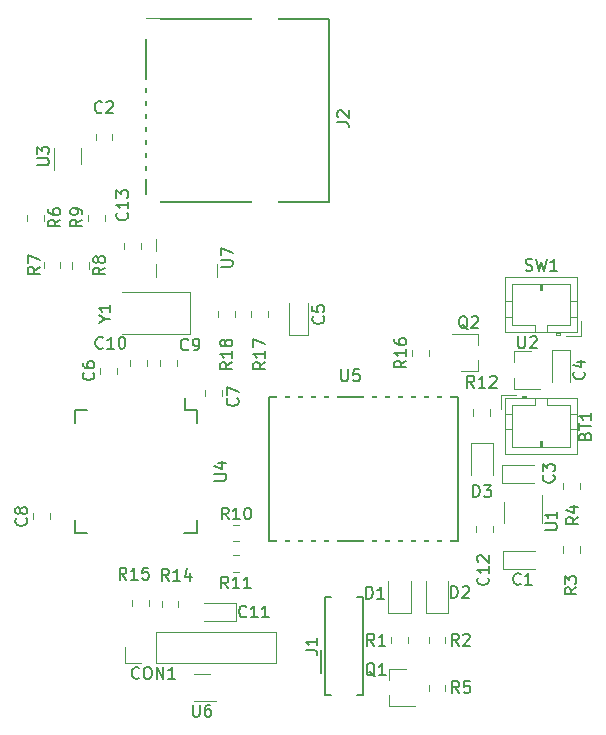
<source format=gbr>
G04 #@! TF.GenerationSoftware,KiCad,Pcbnew,5.0.0+dfsg1-2*
G04 #@! TF.CreationDate,2018-10-30T23:18:40+03:00*
G04 #@! TF.ProjectId,SD_Track,53445F547261636B2E6B696361645F70,2*
G04 #@! TF.SameCoordinates,PX68e7780PY3938700*
G04 #@! TF.FileFunction,Legend,Top*
G04 #@! TF.FilePolarity,Positive*
%FSLAX46Y46*%
G04 Gerber Fmt 4.6, Leading zero omitted, Abs format (unit mm)*
G04 Created by KiCad (PCBNEW 5.0.0+dfsg1-2) date Tue Oct 30 23:18:40 2018*
%MOMM*%
%LPD*%
G01*
G04 APERTURE LIST*
%ADD10C,0.120000*%
%ADD11C,0.150000*%
%ADD12C,0.100000*%
%ADD13C,1.075000*%
%ADD14R,0.350000X1.100000*%
%ADD15R,1.100000X0.350000*%
%ADD16C,3.300000*%
%ADD17R,1.300000X1.850000*%
%ADD18O,1.300000X1.850000*%
%ADD19C,1.150000*%
%ADD20R,1.800000X1.800000*%
%ADD21O,1.800000X1.800000*%
%ADD22C,0.940000*%
%ADD23O,1.950000X0.950000*%
%ADD24R,1.500000X0.800000*%
%ADD25R,1.500000X1.700000*%
%ADD26R,1.500000X1.300000*%
%ADD27R,2.300000X1.300000*%
%ADD28C,1.100000*%
%ADD29R,1.000000X0.900000*%
%ADD30R,0.750000X1.160000*%
%ADD31R,0.500000X0.750000*%
%ADD32R,0.800000X1.700000*%
%ADD33R,0.750000X0.500000*%
%ADD34R,0.700000X1.050000*%
%ADD35R,1.050000X0.700000*%
%ADD36R,2.100000X2.500000*%
%ADD37C,1.600000*%
G04 APERTURE END LIST*
D10*
G04 #@! TO.C,C7*
X16940000Y-36408578D02*
X16940000Y-35891422D01*
X18360000Y-36408578D02*
X18360000Y-35891422D01*
D11*
G04 #@! TO.C,U4*
X16275000Y-37625000D02*
X15275000Y-37625000D01*
X16275000Y-47975000D02*
X15200000Y-47975000D01*
X5925000Y-47975000D02*
X7000000Y-47975000D01*
X5925000Y-37625000D02*
X7000000Y-37625000D01*
X16275000Y-37625000D02*
X16275000Y-38700000D01*
X5925000Y-37625000D02*
X5925000Y-38700000D01*
X5925000Y-47975000D02*
X5925000Y-46900000D01*
X16275000Y-47975000D02*
X16275000Y-46900000D01*
X15275000Y-37625000D02*
X15275000Y-36600000D01*
D10*
G04 #@! TO.C,BT1*
X42340000Y-36590000D02*
X42340000Y-41310000D01*
X42340000Y-41310000D02*
X48460000Y-41310000D01*
X48460000Y-41310000D02*
X48460000Y-36590000D01*
X48460000Y-36590000D02*
X42340000Y-36590000D01*
X44100000Y-36590000D02*
X44100000Y-36390000D01*
X44100000Y-36390000D02*
X43800000Y-36390000D01*
X43800000Y-36390000D02*
X43800000Y-36590000D01*
X44100000Y-36490000D02*
X43800000Y-36490000D01*
X44900000Y-36590000D02*
X44900000Y-37200000D01*
X44900000Y-37200000D02*
X42950000Y-37200000D01*
X42950000Y-37200000D02*
X42950000Y-40700000D01*
X42950000Y-40700000D02*
X47850000Y-40700000D01*
X47850000Y-40700000D02*
X47850000Y-37200000D01*
X47850000Y-37200000D02*
X45900000Y-37200000D01*
X45900000Y-37200000D02*
X45900000Y-36590000D01*
X42340000Y-37900000D02*
X42950000Y-37900000D01*
X42340000Y-39200000D02*
X42950000Y-39200000D01*
X48460000Y-37900000D02*
X47850000Y-37900000D01*
X48460000Y-39200000D02*
X47850000Y-39200000D01*
X45300000Y-40700000D02*
X45300000Y-40200000D01*
X45300000Y-40200000D02*
X45500000Y-40200000D01*
X45500000Y-40200000D02*
X45500000Y-40700000D01*
X45400000Y-40700000D02*
X45400000Y-40200000D01*
X43290000Y-36290000D02*
X42040000Y-36290000D01*
X42040000Y-36290000D02*
X42040000Y-37540000D01*
G04 #@! TO.C,C1*
X42190000Y-51085000D02*
X44900000Y-51085000D01*
X42190000Y-49515000D02*
X42190000Y-51085000D01*
X44900000Y-49515000D02*
X42190000Y-49515000D01*
G04 #@! TO.C,C2*
X9110000Y-14241422D02*
X9110000Y-14758578D01*
X7690000Y-14241422D02*
X7690000Y-14758578D01*
G04 #@! TO.C,C3*
X42090000Y-43785000D02*
X44800000Y-43785000D01*
X42090000Y-42215000D02*
X42090000Y-43785000D01*
X44800000Y-42215000D02*
X42090000Y-42215000D01*
G04 #@! TO.C,C4*
X47885000Y-35200000D02*
X47885000Y-32490000D01*
X47885000Y-32490000D02*
X46315000Y-32490000D01*
X46315000Y-32490000D02*
X46315000Y-35200000D01*
G04 #@! TO.C,C5*
X24115000Y-28500000D02*
X24115000Y-31210000D01*
X24115000Y-31210000D02*
X25685000Y-31210000D01*
X25685000Y-31210000D02*
X25685000Y-28500000D01*
G04 #@! TO.C,C6*
X9510000Y-34521078D02*
X9510000Y-34003922D01*
X8090000Y-34521078D02*
X8090000Y-34003922D01*
G04 #@! TO.C,C8*
X3810000Y-46858578D02*
X3810000Y-46341422D01*
X2390000Y-46858578D02*
X2390000Y-46341422D01*
G04 #@! TO.C,C9*
X13190000Y-33858578D02*
X13190000Y-33341422D01*
X14610000Y-33858578D02*
X14610000Y-33341422D01*
G04 #@! TO.C,C10*
X12010000Y-33858578D02*
X12010000Y-33341422D01*
X10590000Y-33858578D02*
X10590000Y-33341422D01*
G04 #@! TO.C,C11*
X16912500Y-55472500D02*
X19622500Y-55472500D01*
X19622500Y-55472500D02*
X19622500Y-53902500D01*
X19622500Y-53902500D02*
X16912500Y-53902500D01*
G04 #@! TO.C,C12*
X39890000Y-47441422D02*
X39890000Y-47958578D01*
X41310000Y-47441422D02*
X41310000Y-47958578D01*
G04 #@! TO.C,C13*
X11510000Y-23441422D02*
X11510000Y-23958578D01*
X10090000Y-23441422D02*
X10090000Y-23958578D01*
G04 #@! TO.C,CON1*
X23010000Y-59030000D02*
X23010000Y-56370000D01*
X12790000Y-59030000D02*
X23010000Y-59030000D01*
X12790000Y-56370000D02*
X23010000Y-56370000D01*
X12790000Y-59030000D02*
X12790000Y-56370000D01*
X11520000Y-59030000D02*
X10190000Y-59030000D01*
X10190000Y-59030000D02*
X10190000Y-57700000D01*
G04 #@! TO.C,D1*
X34360000Y-54785000D02*
X34360000Y-52100000D01*
X32440000Y-54785000D02*
X34360000Y-54785000D01*
X32440000Y-52100000D02*
X32440000Y-54785000D01*
G04 #@! TO.C,D2*
X35640000Y-52062500D02*
X35640000Y-54747500D01*
X35640000Y-54747500D02*
X37560000Y-54747500D01*
X37560000Y-54747500D02*
X37560000Y-52062500D01*
G04 #@! TO.C,D3*
X41360000Y-43100000D02*
X41360000Y-40415000D01*
X41360000Y-40415000D02*
X39440000Y-40415000D01*
X39440000Y-40415000D02*
X39440000Y-43100000D01*
D11*
G04 #@! TO.C,J1*
X27595000Y-61750000D02*
X27120000Y-61750000D01*
X27120000Y-61750000D02*
X27120000Y-53450000D01*
X27120000Y-53450000D02*
X27595000Y-53450000D01*
X29845000Y-61750000D02*
X30320000Y-61750000D01*
X30320000Y-61750000D02*
X30320000Y-53450000D01*
X30320000Y-53450000D02*
X29845000Y-53450000D01*
X26820000Y-59900000D02*
X26820000Y-57900000D01*
G04 #@! TO.C,J2*
X12000000Y-19950000D02*
X12000000Y-4450000D01*
X12000000Y-4450000D02*
X27500000Y-4450000D01*
X27500000Y-4450000D02*
X27500000Y-19950000D01*
X27500000Y-19950000D02*
X12000000Y-19950000D01*
D10*
G04 #@! TO.C,Q1*
X32540000Y-59520000D02*
X34000000Y-59520000D01*
X32540000Y-62680000D02*
X34700000Y-62680000D01*
X32540000Y-62680000D02*
X32540000Y-61750000D01*
X32540000Y-59520000D02*
X32540000Y-60450000D01*
G04 #@! TO.C,Q2*
X40060000Y-34280000D02*
X40060000Y-33350000D01*
X40060000Y-31120000D02*
X40060000Y-32050000D01*
X40060000Y-31120000D02*
X37900000Y-31120000D01*
X40060000Y-34280000D02*
X38600000Y-34280000D01*
G04 #@! TO.C,R1*
X34110000Y-57358578D02*
X34110000Y-56841422D01*
X32690000Y-57358578D02*
X32690000Y-56841422D01*
G04 #@! TO.C,R2*
X35890000Y-57358578D02*
X35890000Y-56841422D01*
X37310000Y-57358578D02*
X37310000Y-56841422D01*
G04 #@! TO.C,R3*
X48710000Y-49658578D02*
X48710000Y-49141422D01*
X47290000Y-49658578D02*
X47290000Y-49141422D01*
G04 #@! TO.C,R4*
X48710000Y-43741422D02*
X48710000Y-44258578D01*
X47290000Y-43741422D02*
X47290000Y-44258578D01*
G04 #@! TO.C,R5*
X37310000Y-61358578D02*
X37310000Y-60841422D01*
X35890000Y-61358578D02*
X35890000Y-60841422D01*
G04 #@! TO.C,R6*
X3310000Y-21041422D02*
X3310000Y-21558578D01*
X1890000Y-21041422D02*
X1890000Y-21558578D01*
G04 #@! TO.C,R7*
X4710000Y-25078922D02*
X4710000Y-25596078D01*
X3290000Y-25078922D02*
X3290000Y-25596078D01*
G04 #@! TO.C,R8*
X5690000Y-25103922D02*
X5690000Y-25621078D01*
X7110000Y-25103922D02*
X7110000Y-25621078D01*
G04 #@! TO.C,R9*
X8510000Y-21041422D02*
X8510000Y-21558578D01*
X7090000Y-21041422D02*
X7090000Y-21558578D01*
G04 #@! TO.C,R10*
X19858578Y-47290000D02*
X19341422Y-47290000D01*
X19858578Y-48710000D02*
X19341422Y-48710000D01*
G04 #@! TO.C,R11*
X19821078Y-51310000D02*
X19303922Y-51310000D01*
X19821078Y-49890000D02*
X19303922Y-49890000D01*
G04 #@! TO.C,R12*
X39690000Y-37541422D02*
X39690000Y-38058578D01*
X41110000Y-37541422D02*
X41110000Y-38058578D01*
G04 #@! TO.C,R14*
X13290000Y-54258578D02*
X13290000Y-53741422D01*
X14710000Y-54258578D02*
X14710000Y-53741422D01*
G04 #@! TO.C,R15*
X12210000Y-54158578D02*
X12210000Y-53641422D01*
X10790000Y-54158578D02*
X10790000Y-53641422D01*
G04 #@! TO.C,R16*
X34490000Y-33021078D02*
X34490000Y-32503922D01*
X35910000Y-33021078D02*
X35910000Y-32503922D01*
G04 #@! TO.C,R17*
X20890000Y-29241422D02*
X20890000Y-29758578D01*
X22310000Y-29241422D02*
X22310000Y-29758578D01*
G04 #@! TO.C,R18*
X19510000Y-29241422D02*
X19510000Y-29758578D01*
X18090000Y-29241422D02*
X18090000Y-29758578D01*
G04 #@! TO.C,SW1*
X48760000Y-31310000D02*
X48760000Y-30060000D01*
X47510000Y-31310000D02*
X48760000Y-31310000D01*
X45400000Y-26900000D02*
X45400000Y-27400000D01*
X45300000Y-27400000D02*
X45300000Y-26900000D01*
X45500000Y-27400000D02*
X45300000Y-27400000D01*
X45500000Y-26900000D02*
X45500000Y-27400000D01*
X42340000Y-28400000D02*
X42950000Y-28400000D01*
X42340000Y-29700000D02*
X42950000Y-29700000D01*
X48460000Y-28400000D02*
X47850000Y-28400000D01*
X48460000Y-29700000D02*
X47850000Y-29700000D01*
X44900000Y-30400000D02*
X44900000Y-31010000D01*
X42950000Y-30400000D02*
X44900000Y-30400000D01*
X42950000Y-26900000D02*
X42950000Y-30400000D01*
X47850000Y-26900000D02*
X42950000Y-26900000D01*
X47850000Y-30400000D02*
X47850000Y-26900000D01*
X45900000Y-30400000D02*
X47850000Y-30400000D01*
X45900000Y-31010000D02*
X45900000Y-30400000D01*
X46700000Y-31110000D02*
X47000000Y-31110000D01*
X47000000Y-31210000D02*
X47000000Y-31010000D01*
X46700000Y-31210000D02*
X47000000Y-31210000D01*
X46700000Y-31010000D02*
X46700000Y-31210000D01*
X42340000Y-31010000D02*
X48460000Y-31010000D01*
X42340000Y-26290000D02*
X42340000Y-31010000D01*
X48460000Y-26290000D02*
X42340000Y-26290000D01*
X48460000Y-31010000D02*
X48460000Y-26290000D01*
G04 #@! TO.C,U1*
X42290000Y-45400000D02*
X42290000Y-47200000D01*
X45510000Y-47200000D02*
X45510000Y-44750000D01*
G04 #@! TO.C,U2*
X43140000Y-32620000D02*
X43140000Y-33550000D01*
X43140000Y-35780000D02*
X43140000Y-34850000D01*
X43140000Y-35780000D02*
X45300000Y-35780000D01*
X43140000Y-32620000D02*
X44600000Y-32620000D01*
G04 #@! TO.C,U3*
X4140000Y-15400000D02*
X4140000Y-17300000D01*
X6460000Y-16800000D02*
X6460000Y-15400000D01*
D11*
G04 #@! TO.C,U5*
X38400000Y-36500000D02*
X22400000Y-36500000D01*
X38400000Y-48700000D02*
X22400000Y-48700000D01*
X22400000Y-36500000D02*
X22400000Y-48700000D01*
X38400000Y-36500000D02*
X38400000Y-48700000D01*
D10*
G04 #@! TO.C,U6*
X17400000Y-59940000D02*
X16000000Y-59940000D01*
X16000000Y-62260000D02*
X17900000Y-62260000D01*
G04 #@! TO.C,U7*
X18010000Y-25260000D02*
X18010000Y-26310000D01*
X18010000Y-26310000D02*
X17960000Y-26310000D01*
X12790000Y-25260000D02*
X12790000Y-26310000D01*
X12790000Y-26310000D02*
X12840000Y-26310000D01*
X12790000Y-24140000D02*
X12790000Y-23090000D01*
X12790000Y-23090000D02*
X12840000Y-23090000D01*
G04 #@! TO.C,Y1*
X9900000Y-31200000D02*
X15650000Y-31200000D01*
X15650000Y-31200000D02*
X15650000Y-27600000D01*
X15650000Y-27600000D02*
X9900000Y-27600000D01*
G04 #@! TO.C,C7*
D11*
X19707142Y-36616666D02*
X19754761Y-36664285D01*
X19802380Y-36807142D01*
X19802380Y-36902380D01*
X19754761Y-37045238D01*
X19659523Y-37140476D01*
X19564285Y-37188095D01*
X19373809Y-37235714D01*
X19230952Y-37235714D01*
X19040476Y-37188095D01*
X18945238Y-37140476D01*
X18850000Y-37045238D01*
X18802380Y-36902380D01*
X18802380Y-36807142D01*
X18850000Y-36664285D01*
X18897619Y-36616666D01*
X18802380Y-36283333D02*
X18802380Y-35616666D01*
X19802380Y-36045238D01*
G04 #@! TO.C,U4*
X17752380Y-43561904D02*
X18561904Y-43561904D01*
X18657142Y-43514285D01*
X18704761Y-43466666D01*
X18752380Y-43371428D01*
X18752380Y-43180952D01*
X18704761Y-43085714D01*
X18657142Y-43038095D01*
X18561904Y-42990476D01*
X17752380Y-42990476D01*
X18085714Y-42085714D02*
X18752380Y-42085714D01*
X17704761Y-42323809D02*
X18419047Y-42561904D01*
X18419047Y-41942857D01*
G04 #@! TO.C,*
G04 #@! TO.C,BT1*
X49128571Y-39785714D02*
X49176190Y-39642857D01*
X49223809Y-39595238D01*
X49319047Y-39547619D01*
X49461904Y-39547619D01*
X49557142Y-39595238D01*
X49604761Y-39642857D01*
X49652380Y-39738095D01*
X49652380Y-40119047D01*
X48652380Y-40119047D01*
X48652380Y-39785714D01*
X48700000Y-39690476D01*
X48747619Y-39642857D01*
X48842857Y-39595238D01*
X48938095Y-39595238D01*
X49033333Y-39642857D01*
X49080952Y-39690476D01*
X49128571Y-39785714D01*
X49128571Y-40119047D01*
X48652380Y-39261904D02*
X48652380Y-38690476D01*
X49652380Y-38976190D02*
X48652380Y-38976190D01*
X49652380Y-37833333D02*
X49652380Y-38404761D01*
X49652380Y-38119047D02*
X48652380Y-38119047D01*
X48795238Y-38214285D01*
X48890476Y-38309523D01*
X48938095Y-38404761D01*
G04 #@! TO.C,C1*
X43683333Y-52307142D02*
X43635714Y-52354761D01*
X43492857Y-52402380D01*
X43397619Y-52402380D01*
X43254761Y-52354761D01*
X43159523Y-52259523D01*
X43111904Y-52164285D01*
X43064285Y-51973809D01*
X43064285Y-51830952D01*
X43111904Y-51640476D01*
X43159523Y-51545238D01*
X43254761Y-51450000D01*
X43397619Y-51402380D01*
X43492857Y-51402380D01*
X43635714Y-51450000D01*
X43683333Y-51497619D01*
X44635714Y-52402380D02*
X44064285Y-52402380D01*
X44350000Y-52402380D02*
X44350000Y-51402380D01*
X44254761Y-51545238D01*
X44159523Y-51640476D01*
X44064285Y-51688095D01*
G04 #@! TO.C,C2*
X8233333Y-12357142D02*
X8185714Y-12404761D01*
X8042857Y-12452380D01*
X7947619Y-12452380D01*
X7804761Y-12404761D01*
X7709523Y-12309523D01*
X7661904Y-12214285D01*
X7614285Y-12023809D01*
X7614285Y-11880952D01*
X7661904Y-11690476D01*
X7709523Y-11595238D01*
X7804761Y-11500000D01*
X7947619Y-11452380D01*
X8042857Y-11452380D01*
X8185714Y-11500000D01*
X8233333Y-11547619D01*
X8614285Y-11547619D02*
X8661904Y-11500000D01*
X8757142Y-11452380D01*
X8995238Y-11452380D01*
X9090476Y-11500000D01*
X9138095Y-11547619D01*
X9185714Y-11642857D01*
X9185714Y-11738095D01*
X9138095Y-11880952D01*
X8566666Y-12452380D01*
X9185714Y-12452380D01*
G04 #@! TO.C,C3*
X46457142Y-43116666D02*
X46504761Y-43164285D01*
X46552380Y-43307142D01*
X46552380Y-43402380D01*
X46504761Y-43545238D01*
X46409523Y-43640476D01*
X46314285Y-43688095D01*
X46123809Y-43735714D01*
X45980952Y-43735714D01*
X45790476Y-43688095D01*
X45695238Y-43640476D01*
X45600000Y-43545238D01*
X45552380Y-43402380D01*
X45552380Y-43307142D01*
X45600000Y-43164285D01*
X45647619Y-43116666D01*
X45552380Y-42783333D02*
X45552380Y-42164285D01*
X45933333Y-42497619D01*
X45933333Y-42354761D01*
X45980952Y-42259523D01*
X46028571Y-42211904D01*
X46123809Y-42164285D01*
X46361904Y-42164285D01*
X46457142Y-42211904D01*
X46504761Y-42259523D01*
X46552380Y-42354761D01*
X46552380Y-42640476D01*
X46504761Y-42735714D01*
X46457142Y-42783333D01*
G04 #@! TO.C,C4*
X49037142Y-34366666D02*
X49084761Y-34414285D01*
X49132380Y-34557142D01*
X49132380Y-34652380D01*
X49084761Y-34795238D01*
X48989523Y-34890476D01*
X48894285Y-34938095D01*
X48703809Y-34985714D01*
X48560952Y-34985714D01*
X48370476Y-34938095D01*
X48275238Y-34890476D01*
X48180000Y-34795238D01*
X48132380Y-34652380D01*
X48132380Y-34557142D01*
X48180000Y-34414285D01*
X48227619Y-34366666D01*
X48465714Y-33509523D02*
X49132380Y-33509523D01*
X48084761Y-33747619D02*
X48799047Y-33985714D01*
X48799047Y-33366666D01*
G04 #@! TO.C,C5*
X26957142Y-29666666D02*
X27004761Y-29714285D01*
X27052380Y-29857142D01*
X27052380Y-29952380D01*
X27004761Y-30095238D01*
X26909523Y-30190476D01*
X26814285Y-30238095D01*
X26623809Y-30285714D01*
X26480952Y-30285714D01*
X26290476Y-30238095D01*
X26195238Y-30190476D01*
X26100000Y-30095238D01*
X26052380Y-29952380D01*
X26052380Y-29857142D01*
X26100000Y-29714285D01*
X26147619Y-29666666D01*
X26052380Y-28761904D02*
X26052380Y-29238095D01*
X26528571Y-29285714D01*
X26480952Y-29238095D01*
X26433333Y-29142857D01*
X26433333Y-28904761D01*
X26480952Y-28809523D01*
X26528571Y-28761904D01*
X26623809Y-28714285D01*
X26861904Y-28714285D01*
X26957142Y-28761904D01*
X27004761Y-28809523D01*
X27052380Y-28904761D01*
X27052380Y-29142857D01*
X27004761Y-29238095D01*
X26957142Y-29285714D01*
G04 #@! TO.C,C6*
X7507142Y-34429166D02*
X7554761Y-34476785D01*
X7602380Y-34619642D01*
X7602380Y-34714880D01*
X7554761Y-34857738D01*
X7459523Y-34952976D01*
X7364285Y-35000595D01*
X7173809Y-35048214D01*
X7030952Y-35048214D01*
X6840476Y-35000595D01*
X6745238Y-34952976D01*
X6650000Y-34857738D01*
X6602380Y-34714880D01*
X6602380Y-34619642D01*
X6650000Y-34476785D01*
X6697619Y-34429166D01*
X6602380Y-33572023D02*
X6602380Y-33762500D01*
X6650000Y-33857738D01*
X6697619Y-33905357D01*
X6840476Y-34000595D01*
X7030952Y-34048214D01*
X7411904Y-34048214D01*
X7507142Y-34000595D01*
X7554761Y-33952976D01*
X7602380Y-33857738D01*
X7602380Y-33667261D01*
X7554761Y-33572023D01*
X7507142Y-33524404D01*
X7411904Y-33476785D01*
X7173809Y-33476785D01*
X7078571Y-33524404D01*
X7030952Y-33572023D01*
X6983333Y-33667261D01*
X6983333Y-33857738D01*
X7030952Y-33952976D01*
X7078571Y-34000595D01*
X7173809Y-34048214D01*
G04 #@! TO.C,C8*
X1807142Y-46766666D02*
X1854761Y-46814285D01*
X1902380Y-46957142D01*
X1902380Y-47052380D01*
X1854761Y-47195238D01*
X1759523Y-47290476D01*
X1664285Y-47338095D01*
X1473809Y-47385714D01*
X1330952Y-47385714D01*
X1140476Y-47338095D01*
X1045238Y-47290476D01*
X950000Y-47195238D01*
X902380Y-47052380D01*
X902380Y-46957142D01*
X950000Y-46814285D01*
X997619Y-46766666D01*
X1330952Y-46195238D02*
X1283333Y-46290476D01*
X1235714Y-46338095D01*
X1140476Y-46385714D01*
X1092857Y-46385714D01*
X997619Y-46338095D01*
X950000Y-46290476D01*
X902380Y-46195238D01*
X902380Y-46004761D01*
X950000Y-45909523D01*
X997619Y-45861904D01*
X1092857Y-45814285D01*
X1140476Y-45814285D01*
X1235714Y-45861904D01*
X1283333Y-45909523D01*
X1330952Y-46004761D01*
X1330952Y-46195238D01*
X1378571Y-46290476D01*
X1426190Y-46338095D01*
X1521428Y-46385714D01*
X1711904Y-46385714D01*
X1807142Y-46338095D01*
X1854761Y-46290476D01*
X1902380Y-46195238D01*
X1902380Y-46004761D01*
X1854761Y-45909523D01*
X1807142Y-45861904D01*
X1711904Y-45814285D01*
X1521428Y-45814285D01*
X1426190Y-45861904D01*
X1378571Y-45909523D01*
X1330952Y-46004761D01*
G04 #@! TO.C,C9*
X15533333Y-32457142D02*
X15485714Y-32504761D01*
X15342857Y-32552380D01*
X15247619Y-32552380D01*
X15104761Y-32504761D01*
X15009523Y-32409523D01*
X14961904Y-32314285D01*
X14914285Y-32123809D01*
X14914285Y-31980952D01*
X14961904Y-31790476D01*
X15009523Y-31695238D01*
X15104761Y-31600000D01*
X15247619Y-31552380D01*
X15342857Y-31552380D01*
X15485714Y-31600000D01*
X15533333Y-31647619D01*
X16009523Y-32552380D02*
X16200000Y-32552380D01*
X16295238Y-32504761D01*
X16342857Y-32457142D01*
X16438095Y-32314285D01*
X16485714Y-32123809D01*
X16485714Y-31742857D01*
X16438095Y-31647619D01*
X16390476Y-31600000D01*
X16295238Y-31552380D01*
X16104761Y-31552380D01*
X16009523Y-31600000D01*
X15961904Y-31647619D01*
X15914285Y-31742857D01*
X15914285Y-31980952D01*
X15961904Y-32076190D01*
X16009523Y-32123809D01*
X16104761Y-32171428D01*
X16295238Y-32171428D01*
X16390476Y-32123809D01*
X16438095Y-32076190D01*
X16485714Y-31980952D01*
G04 #@! TO.C,C10*
X8307142Y-32307142D02*
X8259523Y-32354761D01*
X8116666Y-32402380D01*
X8021428Y-32402380D01*
X7878571Y-32354761D01*
X7783333Y-32259523D01*
X7735714Y-32164285D01*
X7688095Y-31973809D01*
X7688095Y-31830952D01*
X7735714Y-31640476D01*
X7783333Y-31545238D01*
X7878571Y-31450000D01*
X8021428Y-31402380D01*
X8116666Y-31402380D01*
X8259523Y-31450000D01*
X8307142Y-31497619D01*
X9259523Y-32402380D02*
X8688095Y-32402380D01*
X8973809Y-32402380D02*
X8973809Y-31402380D01*
X8878571Y-31545238D01*
X8783333Y-31640476D01*
X8688095Y-31688095D01*
X9878571Y-31402380D02*
X9973809Y-31402380D01*
X10069047Y-31450000D01*
X10116666Y-31497619D01*
X10164285Y-31592857D01*
X10211904Y-31783333D01*
X10211904Y-32021428D01*
X10164285Y-32211904D01*
X10116666Y-32307142D01*
X10069047Y-32354761D01*
X9973809Y-32402380D01*
X9878571Y-32402380D01*
X9783333Y-32354761D01*
X9735714Y-32307142D01*
X9688095Y-32211904D01*
X9640476Y-32021428D01*
X9640476Y-31783333D01*
X9688095Y-31592857D01*
X9735714Y-31497619D01*
X9783333Y-31450000D01*
X9878571Y-31402380D01*
G04 #@! TO.C,C11*
X20457142Y-55057142D02*
X20409523Y-55104761D01*
X20266666Y-55152380D01*
X20171428Y-55152380D01*
X20028571Y-55104761D01*
X19933333Y-55009523D01*
X19885714Y-54914285D01*
X19838095Y-54723809D01*
X19838095Y-54580952D01*
X19885714Y-54390476D01*
X19933333Y-54295238D01*
X20028571Y-54200000D01*
X20171428Y-54152380D01*
X20266666Y-54152380D01*
X20409523Y-54200000D01*
X20457142Y-54247619D01*
X21409523Y-55152380D02*
X20838095Y-55152380D01*
X21123809Y-55152380D02*
X21123809Y-54152380D01*
X21028571Y-54295238D01*
X20933333Y-54390476D01*
X20838095Y-54438095D01*
X22361904Y-55152380D02*
X21790476Y-55152380D01*
X22076190Y-55152380D02*
X22076190Y-54152380D01*
X21980952Y-54295238D01*
X21885714Y-54390476D01*
X21790476Y-54438095D01*
G04 #@! TO.C,C12*
X40907142Y-51792857D02*
X40954761Y-51840476D01*
X41002380Y-51983333D01*
X41002380Y-52078571D01*
X40954761Y-52221428D01*
X40859523Y-52316666D01*
X40764285Y-52364285D01*
X40573809Y-52411904D01*
X40430952Y-52411904D01*
X40240476Y-52364285D01*
X40145238Y-52316666D01*
X40050000Y-52221428D01*
X40002380Y-52078571D01*
X40002380Y-51983333D01*
X40050000Y-51840476D01*
X40097619Y-51792857D01*
X41002380Y-50840476D02*
X41002380Y-51411904D01*
X41002380Y-51126190D02*
X40002380Y-51126190D01*
X40145238Y-51221428D01*
X40240476Y-51316666D01*
X40288095Y-51411904D01*
X40097619Y-50459523D02*
X40050000Y-50411904D01*
X40002380Y-50316666D01*
X40002380Y-50078571D01*
X40050000Y-49983333D01*
X40097619Y-49935714D01*
X40192857Y-49888095D01*
X40288095Y-49888095D01*
X40430952Y-49935714D01*
X41002380Y-50507142D01*
X41002380Y-49888095D01*
G04 #@! TO.C,C13*
X10357142Y-20892857D02*
X10404761Y-20940476D01*
X10452380Y-21083333D01*
X10452380Y-21178571D01*
X10404761Y-21321428D01*
X10309523Y-21416666D01*
X10214285Y-21464285D01*
X10023809Y-21511904D01*
X9880952Y-21511904D01*
X9690476Y-21464285D01*
X9595238Y-21416666D01*
X9500000Y-21321428D01*
X9452380Y-21178571D01*
X9452380Y-21083333D01*
X9500000Y-20940476D01*
X9547619Y-20892857D01*
X10452380Y-19940476D02*
X10452380Y-20511904D01*
X10452380Y-20226190D02*
X9452380Y-20226190D01*
X9595238Y-20321428D01*
X9690476Y-20416666D01*
X9738095Y-20511904D01*
X9452380Y-19607142D02*
X9452380Y-18988095D01*
X9833333Y-19321428D01*
X9833333Y-19178571D01*
X9880952Y-19083333D01*
X9928571Y-19035714D01*
X10023809Y-18988095D01*
X10261904Y-18988095D01*
X10357142Y-19035714D01*
X10404761Y-19083333D01*
X10452380Y-19178571D01*
X10452380Y-19464285D01*
X10404761Y-19559523D01*
X10357142Y-19607142D01*
G04 #@! TO.C,CON1*
X11385714Y-60257142D02*
X11338095Y-60304761D01*
X11195238Y-60352380D01*
X11100000Y-60352380D01*
X10957142Y-60304761D01*
X10861904Y-60209523D01*
X10814285Y-60114285D01*
X10766666Y-59923809D01*
X10766666Y-59780952D01*
X10814285Y-59590476D01*
X10861904Y-59495238D01*
X10957142Y-59400000D01*
X11100000Y-59352380D01*
X11195238Y-59352380D01*
X11338095Y-59400000D01*
X11385714Y-59447619D01*
X12004761Y-59352380D02*
X12195238Y-59352380D01*
X12290476Y-59400000D01*
X12385714Y-59495238D01*
X12433333Y-59685714D01*
X12433333Y-60019047D01*
X12385714Y-60209523D01*
X12290476Y-60304761D01*
X12195238Y-60352380D01*
X12004761Y-60352380D01*
X11909523Y-60304761D01*
X11814285Y-60209523D01*
X11766666Y-60019047D01*
X11766666Y-59685714D01*
X11814285Y-59495238D01*
X11909523Y-59400000D01*
X12004761Y-59352380D01*
X12861904Y-60352380D02*
X12861904Y-59352380D01*
X13433333Y-60352380D01*
X13433333Y-59352380D01*
X14433333Y-60352380D02*
X13861904Y-60352380D01*
X14147619Y-60352380D02*
X14147619Y-59352380D01*
X14052380Y-59495238D01*
X13957142Y-59590476D01*
X13861904Y-59638095D01*
G04 #@! TO.C,D1*
X30611904Y-53552380D02*
X30611904Y-52552380D01*
X30850000Y-52552380D01*
X30992857Y-52600000D01*
X31088095Y-52695238D01*
X31135714Y-52790476D01*
X31183333Y-52980952D01*
X31183333Y-53123809D01*
X31135714Y-53314285D01*
X31088095Y-53409523D01*
X30992857Y-53504761D01*
X30850000Y-53552380D01*
X30611904Y-53552380D01*
X32135714Y-53552380D02*
X31564285Y-53552380D01*
X31850000Y-53552380D02*
X31850000Y-52552380D01*
X31754761Y-52695238D01*
X31659523Y-52790476D01*
X31564285Y-52838095D01*
G04 #@! TO.C,D2*
X37811904Y-53502380D02*
X37811904Y-52502380D01*
X38050000Y-52502380D01*
X38192857Y-52550000D01*
X38288095Y-52645238D01*
X38335714Y-52740476D01*
X38383333Y-52930952D01*
X38383333Y-53073809D01*
X38335714Y-53264285D01*
X38288095Y-53359523D01*
X38192857Y-53454761D01*
X38050000Y-53502380D01*
X37811904Y-53502380D01*
X38764285Y-52597619D02*
X38811904Y-52550000D01*
X38907142Y-52502380D01*
X39145238Y-52502380D01*
X39240476Y-52550000D01*
X39288095Y-52597619D01*
X39335714Y-52692857D01*
X39335714Y-52788095D01*
X39288095Y-52930952D01*
X38716666Y-53502380D01*
X39335714Y-53502380D01*
G04 #@! TO.C,D3*
X39661904Y-44952380D02*
X39661904Y-43952380D01*
X39900000Y-43952380D01*
X40042857Y-44000000D01*
X40138095Y-44095238D01*
X40185714Y-44190476D01*
X40233333Y-44380952D01*
X40233333Y-44523809D01*
X40185714Y-44714285D01*
X40138095Y-44809523D01*
X40042857Y-44904761D01*
X39900000Y-44952380D01*
X39661904Y-44952380D01*
X40566666Y-43952380D02*
X41185714Y-43952380D01*
X40852380Y-44333333D01*
X40995238Y-44333333D01*
X41090476Y-44380952D01*
X41138095Y-44428571D01*
X41185714Y-44523809D01*
X41185714Y-44761904D01*
X41138095Y-44857142D01*
X41090476Y-44904761D01*
X40995238Y-44952380D01*
X40709523Y-44952380D01*
X40614285Y-44904761D01*
X40566666Y-44857142D01*
G04 #@! TO.C,J1*
X25472380Y-57933333D02*
X26186666Y-57933333D01*
X26329523Y-57980952D01*
X26424761Y-58076190D01*
X26472380Y-58219047D01*
X26472380Y-58314285D01*
X26472380Y-56933333D02*
X26472380Y-57504761D01*
X26472380Y-57219047D02*
X25472380Y-57219047D01*
X25615238Y-57314285D01*
X25710476Y-57409523D01*
X25758095Y-57504761D01*
G04 #@! TO.C,J2*
X28152380Y-13233333D02*
X28866666Y-13233333D01*
X29009523Y-13280952D01*
X29104761Y-13376190D01*
X29152380Y-13519047D01*
X29152380Y-13614285D01*
X28247619Y-12804761D02*
X28200000Y-12757142D01*
X28152380Y-12661904D01*
X28152380Y-12423809D01*
X28200000Y-12328571D01*
X28247619Y-12280952D01*
X28342857Y-12233333D01*
X28438095Y-12233333D01*
X28580952Y-12280952D01*
X29152380Y-12852380D01*
X29152380Y-12233333D01*
G04 #@! TO.C,Q1*
X31354761Y-60147619D02*
X31259523Y-60100000D01*
X31164285Y-60004761D01*
X31021428Y-59861904D01*
X30926190Y-59814285D01*
X30830952Y-59814285D01*
X30878571Y-60052380D02*
X30783333Y-60004761D01*
X30688095Y-59909523D01*
X30640476Y-59719047D01*
X30640476Y-59385714D01*
X30688095Y-59195238D01*
X30783333Y-59100000D01*
X30878571Y-59052380D01*
X31069047Y-59052380D01*
X31164285Y-59100000D01*
X31259523Y-59195238D01*
X31307142Y-59385714D01*
X31307142Y-59719047D01*
X31259523Y-59909523D01*
X31164285Y-60004761D01*
X31069047Y-60052380D01*
X30878571Y-60052380D01*
X32259523Y-60052380D02*
X31688095Y-60052380D01*
X31973809Y-60052380D02*
X31973809Y-59052380D01*
X31878571Y-59195238D01*
X31783333Y-59290476D01*
X31688095Y-59338095D01*
G04 #@! TO.C,Q2*
X39204761Y-30747619D02*
X39109523Y-30700000D01*
X39014285Y-30604761D01*
X38871428Y-30461904D01*
X38776190Y-30414285D01*
X38680952Y-30414285D01*
X38728571Y-30652380D02*
X38633333Y-30604761D01*
X38538095Y-30509523D01*
X38490476Y-30319047D01*
X38490476Y-29985714D01*
X38538095Y-29795238D01*
X38633333Y-29700000D01*
X38728571Y-29652380D01*
X38919047Y-29652380D01*
X39014285Y-29700000D01*
X39109523Y-29795238D01*
X39157142Y-29985714D01*
X39157142Y-30319047D01*
X39109523Y-30509523D01*
X39014285Y-30604761D01*
X38919047Y-30652380D01*
X38728571Y-30652380D01*
X39538095Y-29747619D02*
X39585714Y-29700000D01*
X39680952Y-29652380D01*
X39919047Y-29652380D01*
X40014285Y-29700000D01*
X40061904Y-29747619D01*
X40109523Y-29842857D01*
X40109523Y-29938095D01*
X40061904Y-30080952D01*
X39490476Y-30652380D01*
X40109523Y-30652380D01*
G04 #@! TO.C,R1*
X31283333Y-57552380D02*
X30950000Y-57076190D01*
X30711904Y-57552380D02*
X30711904Y-56552380D01*
X31092857Y-56552380D01*
X31188095Y-56600000D01*
X31235714Y-56647619D01*
X31283333Y-56742857D01*
X31283333Y-56885714D01*
X31235714Y-56980952D01*
X31188095Y-57028571D01*
X31092857Y-57076190D01*
X30711904Y-57076190D01*
X32235714Y-57552380D02*
X31664285Y-57552380D01*
X31950000Y-57552380D02*
X31950000Y-56552380D01*
X31854761Y-56695238D01*
X31759523Y-56790476D01*
X31664285Y-56838095D01*
G04 #@! TO.C,R2*
X38433333Y-57552380D02*
X38100000Y-57076190D01*
X37861904Y-57552380D02*
X37861904Y-56552380D01*
X38242857Y-56552380D01*
X38338095Y-56600000D01*
X38385714Y-56647619D01*
X38433333Y-56742857D01*
X38433333Y-56885714D01*
X38385714Y-56980952D01*
X38338095Y-57028571D01*
X38242857Y-57076190D01*
X37861904Y-57076190D01*
X38814285Y-56647619D02*
X38861904Y-56600000D01*
X38957142Y-56552380D01*
X39195238Y-56552380D01*
X39290476Y-56600000D01*
X39338095Y-56647619D01*
X39385714Y-56742857D01*
X39385714Y-56838095D01*
X39338095Y-56980952D01*
X38766666Y-57552380D01*
X39385714Y-57552380D01*
G04 #@! TO.C,R3*
X48402380Y-52616666D02*
X47926190Y-52950000D01*
X48402380Y-53188095D02*
X47402380Y-53188095D01*
X47402380Y-52807142D01*
X47450000Y-52711904D01*
X47497619Y-52664285D01*
X47592857Y-52616666D01*
X47735714Y-52616666D01*
X47830952Y-52664285D01*
X47878571Y-52711904D01*
X47926190Y-52807142D01*
X47926190Y-53188095D01*
X47402380Y-52283333D02*
X47402380Y-51664285D01*
X47783333Y-51997619D01*
X47783333Y-51854761D01*
X47830952Y-51759523D01*
X47878571Y-51711904D01*
X47973809Y-51664285D01*
X48211904Y-51664285D01*
X48307142Y-51711904D01*
X48354761Y-51759523D01*
X48402380Y-51854761D01*
X48402380Y-52140476D01*
X48354761Y-52235714D01*
X48307142Y-52283333D01*
G04 #@! TO.C,R4*
X48552380Y-46666666D02*
X48076190Y-47000000D01*
X48552380Y-47238095D02*
X47552380Y-47238095D01*
X47552380Y-46857142D01*
X47600000Y-46761904D01*
X47647619Y-46714285D01*
X47742857Y-46666666D01*
X47885714Y-46666666D01*
X47980952Y-46714285D01*
X48028571Y-46761904D01*
X48076190Y-46857142D01*
X48076190Y-47238095D01*
X47885714Y-45809523D02*
X48552380Y-45809523D01*
X47504761Y-46047619D02*
X48219047Y-46285714D01*
X48219047Y-45666666D01*
G04 #@! TO.C,R5*
X38483333Y-61552380D02*
X38150000Y-61076190D01*
X37911904Y-61552380D02*
X37911904Y-60552380D01*
X38292857Y-60552380D01*
X38388095Y-60600000D01*
X38435714Y-60647619D01*
X38483333Y-60742857D01*
X38483333Y-60885714D01*
X38435714Y-60980952D01*
X38388095Y-61028571D01*
X38292857Y-61076190D01*
X37911904Y-61076190D01*
X39388095Y-60552380D02*
X38911904Y-60552380D01*
X38864285Y-61028571D01*
X38911904Y-60980952D01*
X39007142Y-60933333D01*
X39245238Y-60933333D01*
X39340476Y-60980952D01*
X39388095Y-61028571D01*
X39435714Y-61123809D01*
X39435714Y-61361904D01*
X39388095Y-61457142D01*
X39340476Y-61504761D01*
X39245238Y-61552380D01*
X39007142Y-61552380D01*
X38911904Y-61504761D01*
X38864285Y-61457142D01*
G04 #@! TO.C,R6*
X4702380Y-21466666D02*
X4226190Y-21800000D01*
X4702380Y-22038095D02*
X3702380Y-22038095D01*
X3702380Y-21657142D01*
X3750000Y-21561904D01*
X3797619Y-21514285D01*
X3892857Y-21466666D01*
X4035714Y-21466666D01*
X4130952Y-21514285D01*
X4178571Y-21561904D01*
X4226190Y-21657142D01*
X4226190Y-22038095D01*
X3702380Y-20609523D02*
X3702380Y-20800000D01*
X3750000Y-20895238D01*
X3797619Y-20942857D01*
X3940476Y-21038095D01*
X4130952Y-21085714D01*
X4511904Y-21085714D01*
X4607142Y-21038095D01*
X4654761Y-20990476D01*
X4702380Y-20895238D01*
X4702380Y-20704761D01*
X4654761Y-20609523D01*
X4607142Y-20561904D01*
X4511904Y-20514285D01*
X4273809Y-20514285D01*
X4178571Y-20561904D01*
X4130952Y-20609523D01*
X4083333Y-20704761D01*
X4083333Y-20895238D01*
X4130952Y-20990476D01*
X4178571Y-21038095D01*
X4273809Y-21085714D01*
G04 #@! TO.C,R7*
X2952380Y-25466666D02*
X2476190Y-25800000D01*
X2952380Y-26038095D02*
X1952380Y-26038095D01*
X1952380Y-25657142D01*
X2000000Y-25561904D01*
X2047619Y-25514285D01*
X2142857Y-25466666D01*
X2285714Y-25466666D01*
X2380952Y-25514285D01*
X2428571Y-25561904D01*
X2476190Y-25657142D01*
X2476190Y-26038095D01*
X1952380Y-25133333D02*
X1952380Y-24466666D01*
X2952380Y-24895238D01*
G04 #@! TO.C,R8*
X8502380Y-25529166D02*
X8026190Y-25862500D01*
X8502380Y-26100595D02*
X7502380Y-26100595D01*
X7502380Y-25719642D01*
X7550000Y-25624404D01*
X7597619Y-25576785D01*
X7692857Y-25529166D01*
X7835714Y-25529166D01*
X7930952Y-25576785D01*
X7978571Y-25624404D01*
X8026190Y-25719642D01*
X8026190Y-26100595D01*
X7930952Y-24957738D02*
X7883333Y-25052976D01*
X7835714Y-25100595D01*
X7740476Y-25148214D01*
X7692857Y-25148214D01*
X7597619Y-25100595D01*
X7550000Y-25052976D01*
X7502380Y-24957738D01*
X7502380Y-24767261D01*
X7550000Y-24672023D01*
X7597619Y-24624404D01*
X7692857Y-24576785D01*
X7740476Y-24576785D01*
X7835714Y-24624404D01*
X7883333Y-24672023D01*
X7930952Y-24767261D01*
X7930952Y-24957738D01*
X7978571Y-25052976D01*
X8026190Y-25100595D01*
X8121428Y-25148214D01*
X8311904Y-25148214D01*
X8407142Y-25100595D01*
X8454761Y-25052976D01*
X8502380Y-24957738D01*
X8502380Y-24767261D01*
X8454761Y-24672023D01*
X8407142Y-24624404D01*
X8311904Y-24576785D01*
X8121428Y-24576785D01*
X8026190Y-24624404D01*
X7978571Y-24672023D01*
X7930952Y-24767261D01*
G04 #@! TO.C,R9*
X6552380Y-21466666D02*
X6076190Y-21800000D01*
X6552380Y-22038095D02*
X5552380Y-22038095D01*
X5552380Y-21657142D01*
X5600000Y-21561904D01*
X5647619Y-21514285D01*
X5742857Y-21466666D01*
X5885714Y-21466666D01*
X5980952Y-21514285D01*
X6028571Y-21561904D01*
X6076190Y-21657142D01*
X6076190Y-22038095D01*
X6552380Y-20990476D02*
X6552380Y-20800000D01*
X6504761Y-20704761D01*
X6457142Y-20657142D01*
X6314285Y-20561904D01*
X6123809Y-20514285D01*
X5742857Y-20514285D01*
X5647619Y-20561904D01*
X5600000Y-20609523D01*
X5552380Y-20704761D01*
X5552380Y-20895238D01*
X5600000Y-20990476D01*
X5647619Y-21038095D01*
X5742857Y-21085714D01*
X5980952Y-21085714D01*
X6076190Y-21038095D01*
X6123809Y-20990476D01*
X6171428Y-20895238D01*
X6171428Y-20704761D01*
X6123809Y-20609523D01*
X6076190Y-20561904D01*
X5980952Y-20514285D01*
G04 #@! TO.C,R10*
X18957142Y-46852380D02*
X18623809Y-46376190D01*
X18385714Y-46852380D02*
X18385714Y-45852380D01*
X18766666Y-45852380D01*
X18861904Y-45900000D01*
X18909523Y-45947619D01*
X18957142Y-46042857D01*
X18957142Y-46185714D01*
X18909523Y-46280952D01*
X18861904Y-46328571D01*
X18766666Y-46376190D01*
X18385714Y-46376190D01*
X19909523Y-46852380D02*
X19338095Y-46852380D01*
X19623809Y-46852380D02*
X19623809Y-45852380D01*
X19528571Y-45995238D01*
X19433333Y-46090476D01*
X19338095Y-46138095D01*
X20528571Y-45852380D02*
X20623809Y-45852380D01*
X20719047Y-45900000D01*
X20766666Y-45947619D01*
X20814285Y-46042857D01*
X20861904Y-46233333D01*
X20861904Y-46471428D01*
X20814285Y-46661904D01*
X20766666Y-46757142D01*
X20719047Y-46804761D01*
X20623809Y-46852380D01*
X20528571Y-46852380D01*
X20433333Y-46804761D01*
X20385714Y-46757142D01*
X20338095Y-46661904D01*
X20290476Y-46471428D01*
X20290476Y-46233333D01*
X20338095Y-46042857D01*
X20385714Y-45947619D01*
X20433333Y-45900000D01*
X20528571Y-45852380D01*
G04 #@! TO.C,R11*
X18919642Y-52702380D02*
X18586309Y-52226190D01*
X18348214Y-52702380D02*
X18348214Y-51702380D01*
X18729166Y-51702380D01*
X18824404Y-51750000D01*
X18872023Y-51797619D01*
X18919642Y-51892857D01*
X18919642Y-52035714D01*
X18872023Y-52130952D01*
X18824404Y-52178571D01*
X18729166Y-52226190D01*
X18348214Y-52226190D01*
X19872023Y-52702380D02*
X19300595Y-52702380D01*
X19586309Y-52702380D02*
X19586309Y-51702380D01*
X19491071Y-51845238D01*
X19395833Y-51940476D01*
X19300595Y-51988095D01*
X20824404Y-52702380D02*
X20252976Y-52702380D01*
X20538690Y-52702380D02*
X20538690Y-51702380D01*
X20443452Y-51845238D01*
X20348214Y-51940476D01*
X20252976Y-51988095D01*
G04 #@! TO.C,R12*
X39757142Y-35702380D02*
X39423809Y-35226190D01*
X39185714Y-35702380D02*
X39185714Y-34702380D01*
X39566666Y-34702380D01*
X39661904Y-34750000D01*
X39709523Y-34797619D01*
X39757142Y-34892857D01*
X39757142Y-35035714D01*
X39709523Y-35130952D01*
X39661904Y-35178571D01*
X39566666Y-35226190D01*
X39185714Y-35226190D01*
X40709523Y-35702380D02*
X40138095Y-35702380D01*
X40423809Y-35702380D02*
X40423809Y-34702380D01*
X40328571Y-34845238D01*
X40233333Y-34940476D01*
X40138095Y-34988095D01*
X41090476Y-34797619D02*
X41138095Y-34750000D01*
X41233333Y-34702380D01*
X41471428Y-34702380D01*
X41566666Y-34750000D01*
X41614285Y-34797619D01*
X41661904Y-34892857D01*
X41661904Y-34988095D01*
X41614285Y-35130952D01*
X41042857Y-35702380D01*
X41661904Y-35702380D01*
G04 #@! TO.C,R14*
X13907142Y-52052380D02*
X13573809Y-51576190D01*
X13335714Y-52052380D02*
X13335714Y-51052380D01*
X13716666Y-51052380D01*
X13811904Y-51100000D01*
X13859523Y-51147619D01*
X13907142Y-51242857D01*
X13907142Y-51385714D01*
X13859523Y-51480952D01*
X13811904Y-51528571D01*
X13716666Y-51576190D01*
X13335714Y-51576190D01*
X14859523Y-52052380D02*
X14288095Y-52052380D01*
X14573809Y-52052380D02*
X14573809Y-51052380D01*
X14478571Y-51195238D01*
X14383333Y-51290476D01*
X14288095Y-51338095D01*
X15716666Y-51385714D02*
X15716666Y-52052380D01*
X15478571Y-51004761D02*
X15240476Y-51719047D01*
X15859523Y-51719047D01*
G04 #@! TO.C,R15*
X10307142Y-51952380D02*
X9973809Y-51476190D01*
X9735714Y-51952380D02*
X9735714Y-50952380D01*
X10116666Y-50952380D01*
X10211904Y-51000000D01*
X10259523Y-51047619D01*
X10307142Y-51142857D01*
X10307142Y-51285714D01*
X10259523Y-51380952D01*
X10211904Y-51428571D01*
X10116666Y-51476190D01*
X9735714Y-51476190D01*
X11259523Y-51952380D02*
X10688095Y-51952380D01*
X10973809Y-51952380D02*
X10973809Y-50952380D01*
X10878571Y-51095238D01*
X10783333Y-51190476D01*
X10688095Y-51238095D01*
X12164285Y-50952380D02*
X11688095Y-50952380D01*
X11640476Y-51428571D01*
X11688095Y-51380952D01*
X11783333Y-51333333D01*
X12021428Y-51333333D01*
X12116666Y-51380952D01*
X12164285Y-51428571D01*
X12211904Y-51523809D01*
X12211904Y-51761904D01*
X12164285Y-51857142D01*
X12116666Y-51904761D01*
X12021428Y-51952380D01*
X11783333Y-51952380D01*
X11688095Y-51904761D01*
X11640476Y-51857142D01*
G04 #@! TO.C,R16*
X34002380Y-33405357D02*
X33526190Y-33738690D01*
X34002380Y-33976785D02*
X33002380Y-33976785D01*
X33002380Y-33595833D01*
X33050000Y-33500595D01*
X33097619Y-33452976D01*
X33192857Y-33405357D01*
X33335714Y-33405357D01*
X33430952Y-33452976D01*
X33478571Y-33500595D01*
X33526190Y-33595833D01*
X33526190Y-33976785D01*
X34002380Y-32452976D02*
X34002380Y-33024404D01*
X34002380Y-32738690D02*
X33002380Y-32738690D01*
X33145238Y-32833928D01*
X33240476Y-32929166D01*
X33288095Y-33024404D01*
X33002380Y-31595833D02*
X33002380Y-31786309D01*
X33050000Y-31881547D01*
X33097619Y-31929166D01*
X33240476Y-32024404D01*
X33430952Y-32072023D01*
X33811904Y-32072023D01*
X33907142Y-32024404D01*
X33954761Y-31976785D01*
X34002380Y-31881547D01*
X34002380Y-31691071D01*
X33954761Y-31595833D01*
X33907142Y-31548214D01*
X33811904Y-31500595D01*
X33573809Y-31500595D01*
X33478571Y-31548214D01*
X33430952Y-31595833D01*
X33383333Y-31691071D01*
X33383333Y-31881547D01*
X33430952Y-31976785D01*
X33478571Y-32024404D01*
X33573809Y-32072023D01*
G04 #@! TO.C,R17*
X22052380Y-33542857D02*
X21576190Y-33876190D01*
X22052380Y-34114285D02*
X21052380Y-34114285D01*
X21052380Y-33733333D01*
X21100000Y-33638095D01*
X21147619Y-33590476D01*
X21242857Y-33542857D01*
X21385714Y-33542857D01*
X21480952Y-33590476D01*
X21528571Y-33638095D01*
X21576190Y-33733333D01*
X21576190Y-34114285D01*
X22052380Y-32590476D02*
X22052380Y-33161904D01*
X22052380Y-32876190D02*
X21052380Y-32876190D01*
X21195238Y-32971428D01*
X21290476Y-33066666D01*
X21338095Y-33161904D01*
X21052380Y-32257142D02*
X21052380Y-31590476D01*
X22052380Y-32019047D01*
G04 #@! TO.C,R18*
X19252380Y-33542857D02*
X18776190Y-33876190D01*
X19252380Y-34114285D02*
X18252380Y-34114285D01*
X18252380Y-33733333D01*
X18300000Y-33638095D01*
X18347619Y-33590476D01*
X18442857Y-33542857D01*
X18585714Y-33542857D01*
X18680952Y-33590476D01*
X18728571Y-33638095D01*
X18776190Y-33733333D01*
X18776190Y-34114285D01*
X19252380Y-32590476D02*
X19252380Y-33161904D01*
X19252380Y-32876190D02*
X18252380Y-32876190D01*
X18395238Y-32971428D01*
X18490476Y-33066666D01*
X18538095Y-33161904D01*
X18680952Y-32019047D02*
X18633333Y-32114285D01*
X18585714Y-32161904D01*
X18490476Y-32209523D01*
X18442857Y-32209523D01*
X18347619Y-32161904D01*
X18300000Y-32114285D01*
X18252380Y-32019047D01*
X18252380Y-31828571D01*
X18300000Y-31733333D01*
X18347619Y-31685714D01*
X18442857Y-31638095D01*
X18490476Y-31638095D01*
X18585714Y-31685714D01*
X18633333Y-31733333D01*
X18680952Y-31828571D01*
X18680952Y-32019047D01*
X18728571Y-32114285D01*
X18776190Y-32161904D01*
X18871428Y-32209523D01*
X19061904Y-32209523D01*
X19157142Y-32161904D01*
X19204761Y-32114285D01*
X19252380Y-32019047D01*
X19252380Y-31828571D01*
X19204761Y-31733333D01*
X19157142Y-31685714D01*
X19061904Y-31638095D01*
X18871428Y-31638095D01*
X18776190Y-31685714D01*
X18728571Y-31733333D01*
X18680952Y-31828571D01*
G04 #@! TO.C,SW1*
X44116666Y-25754761D02*
X44259523Y-25802380D01*
X44497619Y-25802380D01*
X44592857Y-25754761D01*
X44640476Y-25707142D01*
X44688095Y-25611904D01*
X44688095Y-25516666D01*
X44640476Y-25421428D01*
X44592857Y-25373809D01*
X44497619Y-25326190D01*
X44307142Y-25278571D01*
X44211904Y-25230952D01*
X44164285Y-25183333D01*
X44116666Y-25088095D01*
X44116666Y-24992857D01*
X44164285Y-24897619D01*
X44211904Y-24850000D01*
X44307142Y-24802380D01*
X44545238Y-24802380D01*
X44688095Y-24850000D01*
X45021428Y-24802380D02*
X45259523Y-25802380D01*
X45450000Y-25088095D01*
X45640476Y-25802380D01*
X45878571Y-24802380D01*
X46783333Y-25802380D02*
X46211904Y-25802380D01*
X46497619Y-25802380D02*
X46497619Y-24802380D01*
X46402380Y-24945238D01*
X46307142Y-25040476D01*
X46211904Y-25088095D01*
G04 #@! TO.C,U1*
X45752380Y-47761904D02*
X46561904Y-47761904D01*
X46657142Y-47714285D01*
X46704761Y-47666666D01*
X46752380Y-47571428D01*
X46752380Y-47380952D01*
X46704761Y-47285714D01*
X46657142Y-47238095D01*
X46561904Y-47190476D01*
X45752380Y-47190476D01*
X46752380Y-46190476D02*
X46752380Y-46761904D01*
X46752380Y-46476190D02*
X45752380Y-46476190D01*
X45895238Y-46571428D01*
X45990476Y-46666666D01*
X46038095Y-46761904D01*
G04 #@! TO.C,U2*
X43488095Y-31352380D02*
X43488095Y-32161904D01*
X43535714Y-32257142D01*
X43583333Y-32304761D01*
X43678571Y-32352380D01*
X43869047Y-32352380D01*
X43964285Y-32304761D01*
X44011904Y-32257142D01*
X44059523Y-32161904D01*
X44059523Y-31352380D01*
X44488095Y-31447619D02*
X44535714Y-31400000D01*
X44630952Y-31352380D01*
X44869047Y-31352380D01*
X44964285Y-31400000D01*
X45011904Y-31447619D01*
X45059523Y-31542857D01*
X45059523Y-31638095D01*
X45011904Y-31780952D01*
X44440476Y-32352380D01*
X45059523Y-32352380D01*
G04 #@! TO.C,U3*
X2752380Y-16861904D02*
X3561904Y-16861904D01*
X3657142Y-16814285D01*
X3704761Y-16766666D01*
X3752380Y-16671428D01*
X3752380Y-16480952D01*
X3704761Y-16385714D01*
X3657142Y-16338095D01*
X3561904Y-16290476D01*
X2752380Y-16290476D01*
X2752380Y-15909523D02*
X2752380Y-15290476D01*
X3133333Y-15623809D01*
X3133333Y-15480952D01*
X3180952Y-15385714D01*
X3228571Y-15338095D01*
X3323809Y-15290476D01*
X3561904Y-15290476D01*
X3657142Y-15338095D01*
X3704761Y-15385714D01*
X3752380Y-15480952D01*
X3752380Y-15766666D01*
X3704761Y-15861904D01*
X3657142Y-15909523D01*
G04 #@! TO.C,U5*
X28488095Y-34152380D02*
X28488095Y-34961904D01*
X28535714Y-35057142D01*
X28583333Y-35104761D01*
X28678571Y-35152380D01*
X28869047Y-35152380D01*
X28964285Y-35104761D01*
X29011904Y-35057142D01*
X29059523Y-34961904D01*
X29059523Y-34152380D01*
X30011904Y-34152380D02*
X29535714Y-34152380D01*
X29488095Y-34628571D01*
X29535714Y-34580952D01*
X29630952Y-34533333D01*
X29869047Y-34533333D01*
X29964285Y-34580952D01*
X30011904Y-34628571D01*
X30059523Y-34723809D01*
X30059523Y-34961904D01*
X30011904Y-35057142D01*
X29964285Y-35104761D01*
X29869047Y-35152380D01*
X29630952Y-35152380D01*
X29535714Y-35104761D01*
X29488095Y-35057142D01*
G04 #@! TO.C,U6*
X15938095Y-62552380D02*
X15938095Y-63361904D01*
X15985714Y-63457142D01*
X16033333Y-63504761D01*
X16128571Y-63552380D01*
X16319047Y-63552380D01*
X16414285Y-63504761D01*
X16461904Y-63457142D01*
X16509523Y-63361904D01*
X16509523Y-62552380D01*
X17414285Y-62552380D02*
X17223809Y-62552380D01*
X17128571Y-62600000D01*
X17080952Y-62647619D01*
X16985714Y-62790476D01*
X16938095Y-62980952D01*
X16938095Y-63361904D01*
X16985714Y-63457142D01*
X17033333Y-63504761D01*
X17128571Y-63552380D01*
X17319047Y-63552380D01*
X17414285Y-63504761D01*
X17461904Y-63457142D01*
X17509523Y-63361904D01*
X17509523Y-63123809D01*
X17461904Y-63028571D01*
X17414285Y-62980952D01*
X17319047Y-62933333D01*
X17128571Y-62933333D01*
X17033333Y-62980952D01*
X16985714Y-63028571D01*
X16938095Y-63123809D01*
G04 #@! TO.C,U7*
X18302380Y-25461904D02*
X19111904Y-25461904D01*
X19207142Y-25414285D01*
X19254761Y-25366666D01*
X19302380Y-25271428D01*
X19302380Y-25080952D01*
X19254761Y-24985714D01*
X19207142Y-24938095D01*
X19111904Y-24890476D01*
X18302380Y-24890476D01*
X18302380Y-24509523D02*
X18302380Y-23842857D01*
X19302380Y-24271428D01*
G04 #@! TO.C,Y1*
X8476190Y-29876190D02*
X8952380Y-29876190D01*
X7952380Y-30209523D02*
X8476190Y-29876190D01*
X7952380Y-29542857D01*
X8952380Y-28685714D02*
X8952380Y-29257142D01*
X8952380Y-28971428D02*
X7952380Y-28971428D01*
X8095238Y-29066666D01*
X8190476Y-29161904D01*
X8238095Y-29257142D01*
G04 #@! TO.C,*
G04 #@! TD*
%LPC*%
D12*
G04 #@! TO.C,C7*
G36*
X18157592Y-36551294D02*
X18183681Y-36555164D01*
X18209264Y-36561572D01*
X18234096Y-36570457D01*
X18257938Y-36581734D01*
X18280560Y-36595293D01*
X18301743Y-36611003D01*
X18321285Y-36628715D01*
X18338997Y-36648257D01*
X18354707Y-36669440D01*
X18368266Y-36692062D01*
X18379543Y-36715904D01*
X18388428Y-36740736D01*
X18394836Y-36766319D01*
X18398706Y-36792408D01*
X18400000Y-36818750D01*
X18400000Y-37356250D01*
X18398706Y-37382592D01*
X18394836Y-37408681D01*
X18388428Y-37434264D01*
X18379543Y-37459096D01*
X18368266Y-37482938D01*
X18354707Y-37505560D01*
X18338997Y-37526743D01*
X18321285Y-37546285D01*
X18301743Y-37563997D01*
X18280560Y-37579707D01*
X18257938Y-37593266D01*
X18234096Y-37604543D01*
X18209264Y-37613428D01*
X18183681Y-37619836D01*
X18157592Y-37623706D01*
X18131250Y-37625000D01*
X17168750Y-37625000D01*
X17142408Y-37623706D01*
X17116319Y-37619836D01*
X17090736Y-37613428D01*
X17065904Y-37604543D01*
X17042062Y-37593266D01*
X17019440Y-37579707D01*
X16998257Y-37563997D01*
X16978715Y-37546285D01*
X16961003Y-37526743D01*
X16945293Y-37505560D01*
X16931734Y-37482938D01*
X16920457Y-37459096D01*
X16911572Y-37434264D01*
X16905164Y-37408681D01*
X16901294Y-37382592D01*
X16900000Y-37356250D01*
X16900000Y-36818750D01*
X16901294Y-36792408D01*
X16905164Y-36766319D01*
X16911572Y-36740736D01*
X16920457Y-36715904D01*
X16931734Y-36692062D01*
X16945293Y-36669440D01*
X16961003Y-36648257D01*
X16978715Y-36628715D01*
X16998257Y-36611003D01*
X17019440Y-36595293D01*
X17042062Y-36581734D01*
X17065904Y-36570457D01*
X17090736Y-36561572D01*
X17116319Y-36555164D01*
X17142408Y-36551294D01*
X17168750Y-36550000D01*
X18131250Y-36550000D01*
X18157592Y-36551294D01*
X18157592Y-36551294D01*
G37*
D13*
X17650000Y-37087500D03*
D12*
G36*
X18157592Y-34676294D02*
X18183681Y-34680164D01*
X18209264Y-34686572D01*
X18234096Y-34695457D01*
X18257938Y-34706734D01*
X18280560Y-34720293D01*
X18301743Y-34736003D01*
X18321285Y-34753715D01*
X18338997Y-34773257D01*
X18354707Y-34794440D01*
X18368266Y-34817062D01*
X18379543Y-34840904D01*
X18388428Y-34865736D01*
X18394836Y-34891319D01*
X18398706Y-34917408D01*
X18400000Y-34943750D01*
X18400000Y-35481250D01*
X18398706Y-35507592D01*
X18394836Y-35533681D01*
X18388428Y-35559264D01*
X18379543Y-35584096D01*
X18368266Y-35607938D01*
X18354707Y-35630560D01*
X18338997Y-35651743D01*
X18321285Y-35671285D01*
X18301743Y-35688997D01*
X18280560Y-35704707D01*
X18257938Y-35718266D01*
X18234096Y-35729543D01*
X18209264Y-35738428D01*
X18183681Y-35744836D01*
X18157592Y-35748706D01*
X18131250Y-35750000D01*
X17168750Y-35750000D01*
X17142408Y-35748706D01*
X17116319Y-35744836D01*
X17090736Y-35738428D01*
X17065904Y-35729543D01*
X17042062Y-35718266D01*
X17019440Y-35704707D01*
X16998257Y-35688997D01*
X16978715Y-35671285D01*
X16961003Y-35651743D01*
X16945293Y-35630560D01*
X16931734Y-35607938D01*
X16920457Y-35584096D01*
X16911572Y-35559264D01*
X16905164Y-35533681D01*
X16901294Y-35507592D01*
X16900000Y-35481250D01*
X16900000Y-34943750D01*
X16901294Y-34917408D01*
X16905164Y-34891319D01*
X16911572Y-34865736D01*
X16920457Y-34840904D01*
X16931734Y-34817062D01*
X16945293Y-34794440D01*
X16961003Y-34773257D01*
X16978715Y-34753715D01*
X16998257Y-34736003D01*
X17019440Y-34720293D01*
X17042062Y-34706734D01*
X17065904Y-34695457D01*
X17090736Y-34686572D01*
X17116319Y-34680164D01*
X17142408Y-34676294D01*
X17168750Y-34675000D01*
X18131250Y-34675000D01*
X18157592Y-34676294D01*
X18157592Y-34676294D01*
G37*
D13*
X17650000Y-35212500D03*
G04 #@! TD*
D14*
G04 #@! TO.C,U4*
X14850000Y-37100000D03*
X14350000Y-37100000D03*
X13850000Y-37100000D03*
X13350000Y-37100000D03*
X12850000Y-37100000D03*
X12350000Y-37100000D03*
X11850000Y-37100000D03*
X11350000Y-37100000D03*
X10850000Y-37100000D03*
X10350000Y-37100000D03*
X9850000Y-37100000D03*
X9350000Y-37100000D03*
X8850000Y-37100000D03*
X8350000Y-37100000D03*
X7850000Y-37100000D03*
X7350000Y-37100000D03*
D15*
X5400000Y-39050000D03*
X5400000Y-39550000D03*
X5400000Y-40050000D03*
X5400000Y-40550000D03*
X5400000Y-41050000D03*
X5400000Y-41550000D03*
X5400000Y-42050000D03*
X5400000Y-42550000D03*
X5400000Y-43050000D03*
X5400000Y-43550000D03*
X5400000Y-44050000D03*
X5400000Y-44550000D03*
X5400000Y-45050000D03*
X5400000Y-45550000D03*
X5400000Y-46050000D03*
X5400000Y-46550000D03*
D14*
X7350000Y-48500000D03*
X7850000Y-48500000D03*
X8350000Y-48500000D03*
X8850000Y-48500000D03*
X9350000Y-48500000D03*
X9850000Y-48500000D03*
X10350000Y-48500000D03*
X10850000Y-48500000D03*
X11350000Y-48500000D03*
X11850000Y-48500000D03*
X12350000Y-48500000D03*
X12850000Y-48500000D03*
X13350000Y-48500000D03*
X13850000Y-48500000D03*
X14350000Y-48500000D03*
X14850000Y-48500000D03*
D15*
X16800000Y-46550000D03*
X16800000Y-46050000D03*
X16800000Y-45550000D03*
X16800000Y-45050000D03*
X16800000Y-44550000D03*
X16800000Y-44050000D03*
X16800000Y-43550000D03*
X16800000Y-43050000D03*
X16800000Y-42550000D03*
X16800000Y-42050000D03*
X16800000Y-41550000D03*
X16800000Y-41050000D03*
X16800000Y-40550000D03*
X16800000Y-40050000D03*
X16800000Y-39550000D03*
X16800000Y-39050000D03*
G04 #@! TD*
D16*
G04 #@! TO.C,*
X45000000Y-57000000D03*
G04 #@! TD*
G04 #@! TO.C,*
X45000000Y-7000000D03*
G04 #@! TD*
G04 #@! TO.C,*
X5000000Y-7000000D03*
G04 #@! TD*
D17*
G04 #@! TO.C,BT1*
X44400000Y-38400000D03*
D18*
X46400000Y-38400000D03*
G04 #@! TD*
D12*
G04 #@! TO.C,C1*
G36*
X45153029Y-49726318D02*
X45179608Y-49730261D01*
X45205674Y-49736790D01*
X45230973Y-49745842D01*
X45255264Y-49757331D01*
X45278311Y-49771145D01*
X45299894Y-49787152D01*
X45319803Y-49805197D01*
X45337848Y-49825106D01*
X45353855Y-49846689D01*
X45367669Y-49869736D01*
X45379158Y-49894027D01*
X45388210Y-49919326D01*
X45394739Y-49945392D01*
X45398682Y-49971971D01*
X45400000Y-49998809D01*
X45400000Y-50601191D01*
X45398682Y-50628029D01*
X45394739Y-50654608D01*
X45388210Y-50680674D01*
X45379158Y-50705973D01*
X45367669Y-50730264D01*
X45353855Y-50753311D01*
X45337848Y-50774894D01*
X45319803Y-50794803D01*
X45299894Y-50812848D01*
X45278311Y-50828855D01*
X45255264Y-50842669D01*
X45230973Y-50854158D01*
X45205674Y-50863210D01*
X45179608Y-50869739D01*
X45153029Y-50873682D01*
X45126191Y-50875000D01*
X44448809Y-50875000D01*
X44421971Y-50873682D01*
X44395392Y-50869739D01*
X44369326Y-50863210D01*
X44344027Y-50854158D01*
X44319736Y-50842669D01*
X44296689Y-50828855D01*
X44275106Y-50812848D01*
X44255197Y-50794803D01*
X44237152Y-50774894D01*
X44221145Y-50753311D01*
X44207331Y-50730264D01*
X44195842Y-50705973D01*
X44186790Y-50680674D01*
X44180261Y-50654608D01*
X44176318Y-50628029D01*
X44175000Y-50601191D01*
X44175000Y-49998809D01*
X44176318Y-49971971D01*
X44180261Y-49945392D01*
X44186790Y-49919326D01*
X44195842Y-49894027D01*
X44207331Y-49869736D01*
X44221145Y-49846689D01*
X44237152Y-49825106D01*
X44255197Y-49805197D01*
X44275106Y-49787152D01*
X44296689Y-49771145D01*
X44319736Y-49757331D01*
X44344027Y-49745842D01*
X44369326Y-49736790D01*
X44395392Y-49730261D01*
X44421971Y-49726318D01*
X44448809Y-49725000D01*
X45126191Y-49725000D01*
X45153029Y-49726318D01*
X45153029Y-49726318D01*
G37*
D19*
X44787500Y-50300000D03*
D12*
G36*
X43378029Y-49726318D02*
X43404608Y-49730261D01*
X43430674Y-49736790D01*
X43455973Y-49745842D01*
X43480264Y-49757331D01*
X43503311Y-49771145D01*
X43524894Y-49787152D01*
X43544803Y-49805197D01*
X43562848Y-49825106D01*
X43578855Y-49846689D01*
X43592669Y-49869736D01*
X43604158Y-49894027D01*
X43613210Y-49919326D01*
X43619739Y-49945392D01*
X43623682Y-49971971D01*
X43625000Y-49998809D01*
X43625000Y-50601191D01*
X43623682Y-50628029D01*
X43619739Y-50654608D01*
X43613210Y-50680674D01*
X43604158Y-50705973D01*
X43592669Y-50730264D01*
X43578855Y-50753311D01*
X43562848Y-50774894D01*
X43544803Y-50794803D01*
X43524894Y-50812848D01*
X43503311Y-50828855D01*
X43480264Y-50842669D01*
X43455973Y-50854158D01*
X43430674Y-50863210D01*
X43404608Y-50869739D01*
X43378029Y-50873682D01*
X43351191Y-50875000D01*
X42673809Y-50875000D01*
X42646971Y-50873682D01*
X42620392Y-50869739D01*
X42594326Y-50863210D01*
X42569027Y-50854158D01*
X42544736Y-50842669D01*
X42521689Y-50828855D01*
X42500106Y-50812848D01*
X42480197Y-50794803D01*
X42462152Y-50774894D01*
X42446145Y-50753311D01*
X42432331Y-50730264D01*
X42420842Y-50705973D01*
X42411790Y-50680674D01*
X42405261Y-50654608D01*
X42401318Y-50628029D01*
X42400000Y-50601191D01*
X42400000Y-49998809D01*
X42401318Y-49971971D01*
X42405261Y-49945392D01*
X42411790Y-49919326D01*
X42420842Y-49894027D01*
X42432331Y-49869736D01*
X42446145Y-49846689D01*
X42462152Y-49825106D01*
X42480197Y-49805197D01*
X42500106Y-49787152D01*
X42521689Y-49771145D01*
X42544736Y-49757331D01*
X42569027Y-49745842D01*
X42594326Y-49736790D01*
X42620392Y-49730261D01*
X42646971Y-49726318D01*
X42673809Y-49725000D01*
X43351191Y-49725000D01*
X43378029Y-49726318D01*
X43378029Y-49726318D01*
G37*
D19*
X43012500Y-50300000D03*
G04 #@! TD*
D12*
G04 #@! TO.C,C2*
G36*
X8907592Y-13026294D02*
X8933681Y-13030164D01*
X8959264Y-13036572D01*
X8984096Y-13045457D01*
X9007938Y-13056734D01*
X9030560Y-13070293D01*
X9051743Y-13086003D01*
X9071285Y-13103715D01*
X9088997Y-13123257D01*
X9104707Y-13144440D01*
X9118266Y-13167062D01*
X9129543Y-13190904D01*
X9138428Y-13215736D01*
X9144836Y-13241319D01*
X9148706Y-13267408D01*
X9150000Y-13293750D01*
X9150000Y-13831250D01*
X9148706Y-13857592D01*
X9144836Y-13883681D01*
X9138428Y-13909264D01*
X9129543Y-13934096D01*
X9118266Y-13957938D01*
X9104707Y-13980560D01*
X9088997Y-14001743D01*
X9071285Y-14021285D01*
X9051743Y-14038997D01*
X9030560Y-14054707D01*
X9007938Y-14068266D01*
X8984096Y-14079543D01*
X8959264Y-14088428D01*
X8933681Y-14094836D01*
X8907592Y-14098706D01*
X8881250Y-14100000D01*
X7918750Y-14100000D01*
X7892408Y-14098706D01*
X7866319Y-14094836D01*
X7840736Y-14088428D01*
X7815904Y-14079543D01*
X7792062Y-14068266D01*
X7769440Y-14054707D01*
X7748257Y-14038997D01*
X7728715Y-14021285D01*
X7711003Y-14001743D01*
X7695293Y-13980560D01*
X7681734Y-13957938D01*
X7670457Y-13934096D01*
X7661572Y-13909264D01*
X7655164Y-13883681D01*
X7651294Y-13857592D01*
X7650000Y-13831250D01*
X7650000Y-13293750D01*
X7651294Y-13267408D01*
X7655164Y-13241319D01*
X7661572Y-13215736D01*
X7670457Y-13190904D01*
X7681734Y-13167062D01*
X7695293Y-13144440D01*
X7711003Y-13123257D01*
X7728715Y-13103715D01*
X7748257Y-13086003D01*
X7769440Y-13070293D01*
X7792062Y-13056734D01*
X7815904Y-13045457D01*
X7840736Y-13036572D01*
X7866319Y-13030164D01*
X7892408Y-13026294D01*
X7918750Y-13025000D01*
X8881250Y-13025000D01*
X8907592Y-13026294D01*
X8907592Y-13026294D01*
G37*
D13*
X8400000Y-13562500D03*
D12*
G36*
X8907592Y-14901294D02*
X8933681Y-14905164D01*
X8959264Y-14911572D01*
X8984096Y-14920457D01*
X9007938Y-14931734D01*
X9030560Y-14945293D01*
X9051743Y-14961003D01*
X9071285Y-14978715D01*
X9088997Y-14998257D01*
X9104707Y-15019440D01*
X9118266Y-15042062D01*
X9129543Y-15065904D01*
X9138428Y-15090736D01*
X9144836Y-15116319D01*
X9148706Y-15142408D01*
X9150000Y-15168750D01*
X9150000Y-15706250D01*
X9148706Y-15732592D01*
X9144836Y-15758681D01*
X9138428Y-15784264D01*
X9129543Y-15809096D01*
X9118266Y-15832938D01*
X9104707Y-15855560D01*
X9088997Y-15876743D01*
X9071285Y-15896285D01*
X9051743Y-15913997D01*
X9030560Y-15929707D01*
X9007938Y-15943266D01*
X8984096Y-15954543D01*
X8959264Y-15963428D01*
X8933681Y-15969836D01*
X8907592Y-15973706D01*
X8881250Y-15975000D01*
X7918750Y-15975000D01*
X7892408Y-15973706D01*
X7866319Y-15969836D01*
X7840736Y-15963428D01*
X7815904Y-15954543D01*
X7792062Y-15943266D01*
X7769440Y-15929707D01*
X7748257Y-15913997D01*
X7728715Y-15896285D01*
X7711003Y-15876743D01*
X7695293Y-15855560D01*
X7681734Y-15832938D01*
X7670457Y-15809096D01*
X7661572Y-15784264D01*
X7655164Y-15758681D01*
X7651294Y-15732592D01*
X7650000Y-15706250D01*
X7650000Y-15168750D01*
X7651294Y-15142408D01*
X7655164Y-15116319D01*
X7661572Y-15090736D01*
X7670457Y-15065904D01*
X7681734Y-15042062D01*
X7695293Y-15019440D01*
X7711003Y-14998257D01*
X7728715Y-14978715D01*
X7748257Y-14961003D01*
X7769440Y-14945293D01*
X7792062Y-14931734D01*
X7815904Y-14920457D01*
X7840736Y-14911572D01*
X7866319Y-14905164D01*
X7892408Y-14901294D01*
X7918750Y-14900000D01*
X8881250Y-14900000D01*
X8907592Y-14901294D01*
X8907592Y-14901294D01*
G37*
D13*
X8400000Y-15437500D03*
G04 #@! TD*
D12*
G04 #@! TO.C,C3*
G36*
X45053029Y-42426318D02*
X45079608Y-42430261D01*
X45105674Y-42436790D01*
X45130973Y-42445842D01*
X45155264Y-42457331D01*
X45178311Y-42471145D01*
X45199894Y-42487152D01*
X45219803Y-42505197D01*
X45237848Y-42525106D01*
X45253855Y-42546689D01*
X45267669Y-42569736D01*
X45279158Y-42594027D01*
X45288210Y-42619326D01*
X45294739Y-42645392D01*
X45298682Y-42671971D01*
X45300000Y-42698809D01*
X45300000Y-43301191D01*
X45298682Y-43328029D01*
X45294739Y-43354608D01*
X45288210Y-43380674D01*
X45279158Y-43405973D01*
X45267669Y-43430264D01*
X45253855Y-43453311D01*
X45237848Y-43474894D01*
X45219803Y-43494803D01*
X45199894Y-43512848D01*
X45178311Y-43528855D01*
X45155264Y-43542669D01*
X45130973Y-43554158D01*
X45105674Y-43563210D01*
X45079608Y-43569739D01*
X45053029Y-43573682D01*
X45026191Y-43575000D01*
X44348809Y-43575000D01*
X44321971Y-43573682D01*
X44295392Y-43569739D01*
X44269326Y-43563210D01*
X44244027Y-43554158D01*
X44219736Y-43542669D01*
X44196689Y-43528855D01*
X44175106Y-43512848D01*
X44155197Y-43494803D01*
X44137152Y-43474894D01*
X44121145Y-43453311D01*
X44107331Y-43430264D01*
X44095842Y-43405973D01*
X44086790Y-43380674D01*
X44080261Y-43354608D01*
X44076318Y-43328029D01*
X44075000Y-43301191D01*
X44075000Y-42698809D01*
X44076318Y-42671971D01*
X44080261Y-42645392D01*
X44086790Y-42619326D01*
X44095842Y-42594027D01*
X44107331Y-42569736D01*
X44121145Y-42546689D01*
X44137152Y-42525106D01*
X44155197Y-42505197D01*
X44175106Y-42487152D01*
X44196689Y-42471145D01*
X44219736Y-42457331D01*
X44244027Y-42445842D01*
X44269326Y-42436790D01*
X44295392Y-42430261D01*
X44321971Y-42426318D01*
X44348809Y-42425000D01*
X45026191Y-42425000D01*
X45053029Y-42426318D01*
X45053029Y-42426318D01*
G37*
D19*
X44687500Y-43000000D03*
D12*
G36*
X43278029Y-42426318D02*
X43304608Y-42430261D01*
X43330674Y-42436790D01*
X43355973Y-42445842D01*
X43380264Y-42457331D01*
X43403311Y-42471145D01*
X43424894Y-42487152D01*
X43444803Y-42505197D01*
X43462848Y-42525106D01*
X43478855Y-42546689D01*
X43492669Y-42569736D01*
X43504158Y-42594027D01*
X43513210Y-42619326D01*
X43519739Y-42645392D01*
X43523682Y-42671971D01*
X43525000Y-42698809D01*
X43525000Y-43301191D01*
X43523682Y-43328029D01*
X43519739Y-43354608D01*
X43513210Y-43380674D01*
X43504158Y-43405973D01*
X43492669Y-43430264D01*
X43478855Y-43453311D01*
X43462848Y-43474894D01*
X43444803Y-43494803D01*
X43424894Y-43512848D01*
X43403311Y-43528855D01*
X43380264Y-43542669D01*
X43355973Y-43554158D01*
X43330674Y-43563210D01*
X43304608Y-43569739D01*
X43278029Y-43573682D01*
X43251191Y-43575000D01*
X42573809Y-43575000D01*
X42546971Y-43573682D01*
X42520392Y-43569739D01*
X42494326Y-43563210D01*
X42469027Y-43554158D01*
X42444736Y-43542669D01*
X42421689Y-43528855D01*
X42400106Y-43512848D01*
X42380197Y-43494803D01*
X42362152Y-43474894D01*
X42346145Y-43453311D01*
X42332331Y-43430264D01*
X42320842Y-43405973D01*
X42311790Y-43380674D01*
X42305261Y-43354608D01*
X42301318Y-43328029D01*
X42300000Y-43301191D01*
X42300000Y-42698809D01*
X42301318Y-42671971D01*
X42305261Y-42645392D01*
X42311790Y-42619326D01*
X42320842Y-42594027D01*
X42332331Y-42569736D01*
X42346145Y-42546689D01*
X42362152Y-42525106D01*
X42380197Y-42505197D01*
X42400106Y-42487152D01*
X42421689Y-42471145D01*
X42444736Y-42457331D01*
X42469027Y-42445842D01*
X42494326Y-42436790D01*
X42520392Y-42430261D01*
X42546971Y-42426318D01*
X42573809Y-42425000D01*
X43251191Y-42425000D01*
X43278029Y-42426318D01*
X43278029Y-42426318D01*
G37*
D19*
X42912500Y-43000000D03*
G04 #@! TD*
D12*
G04 #@! TO.C,C4*
G36*
X47428029Y-32701318D02*
X47454608Y-32705261D01*
X47480674Y-32711790D01*
X47505973Y-32720842D01*
X47530264Y-32732331D01*
X47553311Y-32746145D01*
X47574894Y-32762152D01*
X47594803Y-32780197D01*
X47612848Y-32800106D01*
X47628855Y-32821689D01*
X47642669Y-32844736D01*
X47654158Y-32869027D01*
X47663210Y-32894326D01*
X47669739Y-32920392D01*
X47673682Y-32946971D01*
X47675000Y-32973809D01*
X47675000Y-33651191D01*
X47673682Y-33678029D01*
X47669739Y-33704608D01*
X47663210Y-33730674D01*
X47654158Y-33755973D01*
X47642669Y-33780264D01*
X47628855Y-33803311D01*
X47612848Y-33824894D01*
X47594803Y-33844803D01*
X47574894Y-33862848D01*
X47553311Y-33878855D01*
X47530264Y-33892669D01*
X47505973Y-33904158D01*
X47480674Y-33913210D01*
X47454608Y-33919739D01*
X47428029Y-33923682D01*
X47401191Y-33925000D01*
X46798809Y-33925000D01*
X46771971Y-33923682D01*
X46745392Y-33919739D01*
X46719326Y-33913210D01*
X46694027Y-33904158D01*
X46669736Y-33892669D01*
X46646689Y-33878855D01*
X46625106Y-33862848D01*
X46605197Y-33844803D01*
X46587152Y-33824894D01*
X46571145Y-33803311D01*
X46557331Y-33780264D01*
X46545842Y-33755973D01*
X46536790Y-33730674D01*
X46530261Y-33704608D01*
X46526318Y-33678029D01*
X46525000Y-33651191D01*
X46525000Y-32973809D01*
X46526318Y-32946971D01*
X46530261Y-32920392D01*
X46536790Y-32894326D01*
X46545842Y-32869027D01*
X46557331Y-32844736D01*
X46571145Y-32821689D01*
X46587152Y-32800106D01*
X46605197Y-32780197D01*
X46625106Y-32762152D01*
X46646689Y-32746145D01*
X46669736Y-32732331D01*
X46694027Y-32720842D01*
X46719326Y-32711790D01*
X46745392Y-32705261D01*
X46771971Y-32701318D01*
X46798809Y-32700000D01*
X47401191Y-32700000D01*
X47428029Y-32701318D01*
X47428029Y-32701318D01*
G37*
D19*
X47100000Y-33312500D03*
D12*
G36*
X47428029Y-34476318D02*
X47454608Y-34480261D01*
X47480674Y-34486790D01*
X47505973Y-34495842D01*
X47530264Y-34507331D01*
X47553311Y-34521145D01*
X47574894Y-34537152D01*
X47594803Y-34555197D01*
X47612848Y-34575106D01*
X47628855Y-34596689D01*
X47642669Y-34619736D01*
X47654158Y-34644027D01*
X47663210Y-34669326D01*
X47669739Y-34695392D01*
X47673682Y-34721971D01*
X47675000Y-34748809D01*
X47675000Y-35426191D01*
X47673682Y-35453029D01*
X47669739Y-35479608D01*
X47663210Y-35505674D01*
X47654158Y-35530973D01*
X47642669Y-35555264D01*
X47628855Y-35578311D01*
X47612848Y-35599894D01*
X47594803Y-35619803D01*
X47574894Y-35637848D01*
X47553311Y-35653855D01*
X47530264Y-35667669D01*
X47505973Y-35679158D01*
X47480674Y-35688210D01*
X47454608Y-35694739D01*
X47428029Y-35698682D01*
X47401191Y-35700000D01*
X46798809Y-35700000D01*
X46771971Y-35698682D01*
X46745392Y-35694739D01*
X46719326Y-35688210D01*
X46694027Y-35679158D01*
X46669736Y-35667669D01*
X46646689Y-35653855D01*
X46625106Y-35637848D01*
X46605197Y-35619803D01*
X46587152Y-35599894D01*
X46571145Y-35578311D01*
X46557331Y-35555264D01*
X46545842Y-35530973D01*
X46536790Y-35505674D01*
X46530261Y-35479608D01*
X46526318Y-35453029D01*
X46525000Y-35426191D01*
X46525000Y-34748809D01*
X46526318Y-34721971D01*
X46530261Y-34695392D01*
X46536790Y-34669326D01*
X46545842Y-34644027D01*
X46557331Y-34619736D01*
X46571145Y-34596689D01*
X46587152Y-34575106D01*
X46605197Y-34555197D01*
X46625106Y-34537152D01*
X46646689Y-34521145D01*
X46669736Y-34507331D01*
X46694027Y-34495842D01*
X46719326Y-34486790D01*
X46745392Y-34480261D01*
X46771971Y-34476318D01*
X46798809Y-34475000D01*
X47401191Y-34475000D01*
X47428029Y-34476318D01*
X47428029Y-34476318D01*
G37*
D19*
X47100000Y-35087500D03*
G04 #@! TD*
D12*
G04 #@! TO.C,C5*
G36*
X25228029Y-29776318D02*
X25254608Y-29780261D01*
X25280674Y-29786790D01*
X25305973Y-29795842D01*
X25330264Y-29807331D01*
X25353311Y-29821145D01*
X25374894Y-29837152D01*
X25394803Y-29855197D01*
X25412848Y-29875106D01*
X25428855Y-29896689D01*
X25442669Y-29919736D01*
X25454158Y-29944027D01*
X25463210Y-29969326D01*
X25469739Y-29995392D01*
X25473682Y-30021971D01*
X25475000Y-30048809D01*
X25475000Y-30726191D01*
X25473682Y-30753029D01*
X25469739Y-30779608D01*
X25463210Y-30805674D01*
X25454158Y-30830973D01*
X25442669Y-30855264D01*
X25428855Y-30878311D01*
X25412848Y-30899894D01*
X25394803Y-30919803D01*
X25374894Y-30937848D01*
X25353311Y-30953855D01*
X25330264Y-30967669D01*
X25305973Y-30979158D01*
X25280674Y-30988210D01*
X25254608Y-30994739D01*
X25228029Y-30998682D01*
X25201191Y-31000000D01*
X24598809Y-31000000D01*
X24571971Y-30998682D01*
X24545392Y-30994739D01*
X24519326Y-30988210D01*
X24494027Y-30979158D01*
X24469736Y-30967669D01*
X24446689Y-30953855D01*
X24425106Y-30937848D01*
X24405197Y-30919803D01*
X24387152Y-30899894D01*
X24371145Y-30878311D01*
X24357331Y-30855264D01*
X24345842Y-30830973D01*
X24336790Y-30805674D01*
X24330261Y-30779608D01*
X24326318Y-30753029D01*
X24325000Y-30726191D01*
X24325000Y-30048809D01*
X24326318Y-30021971D01*
X24330261Y-29995392D01*
X24336790Y-29969326D01*
X24345842Y-29944027D01*
X24357331Y-29919736D01*
X24371145Y-29896689D01*
X24387152Y-29875106D01*
X24405197Y-29855197D01*
X24425106Y-29837152D01*
X24446689Y-29821145D01*
X24469736Y-29807331D01*
X24494027Y-29795842D01*
X24519326Y-29786790D01*
X24545392Y-29780261D01*
X24571971Y-29776318D01*
X24598809Y-29775000D01*
X25201191Y-29775000D01*
X25228029Y-29776318D01*
X25228029Y-29776318D01*
G37*
D19*
X24900000Y-30387500D03*
D12*
G36*
X25228029Y-28001318D02*
X25254608Y-28005261D01*
X25280674Y-28011790D01*
X25305973Y-28020842D01*
X25330264Y-28032331D01*
X25353311Y-28046145D01*
X25374894Y-28062152D01*
X25394803Y-28080197D01*
X25412848Y-28100106D01*
X25428855Y-28121689D01*
X25442669Y-28144736D01*
X25454158Y-28169027D01*
X25463210Y-28194326D01*
X25469739Y-28220392D01*
X25473682Y-28246971D01*
X25475000Y-28273809D01*
X25475000Y-28951191D01*
X25473682Y-28978029D01*
X25469739Y-29004608D01*
X25463210Y-29030674D01*
X25454158Y-29055973D01*
X25442669Y-29080264D01*
X25428855Y-29103311D01*
X25412848Y-29124894D01*
X25394803Y-29144803D01*
X25374894Y-29162848D01*
X25353311Y-29178855D01*
X25330264Y-29192669D01*
X25305973Y-29204158D01*
X25280674Y-29213210D01*
X25254608Y-29219739D01*
X25228029Y-29223682D01*
X25201191Y-29225000D01*
X24598809Y-29225000D01*
X24571971Y-29223682D01*
X24545392Y-29219739D01*
X24519326Y-29213210D01*
X24494027Y-29204158D01*
X24469736Y-29192669D01*
X24446689Y-29178855D01*
X24425106Y-29162848D01*
X24405197Y-29144803D01*
X24387152Y-29124894D01*
X24371145Y-29103311D01*
X24357331Y-29080264D01*
X24345842Y-29055973D01*
X24336790Y-29030674D01*
X24330261Y-29004608D01*
X24326318Y-28978029D01*
X24325000Y-28951191D01*
X24325000Y-28273809D01*
X24326318Y-28246971D01*
X24330261Y-28220392D01*
X24336790Y-28194326D01*
X24345842Y-28169027D01*
X24357331Y-28144736D01*
X24371145Y-28121689D01*
X24387152Y-28100106D01*
X24405197Y-28080197D01*
X24425106Y-28062152D01*
X24446689Y-28046145D01*
X24469736Y-28032331D01*
X24494027Y-28020842D01*
X24519326Y-28011790D01*
X24545392Y-28005261D01*
X24571971Y-28001318D01*
X24598809Y-28000000D01*
X25201191Y-28000000D01*
X25228029Y-28001318D01*
X25228029Y-28001318D01*
G37*
D19*
X24900000Y-28612500D03*
G04 #@! TD*
D12*
G04 #@! TO.C,C6*
G36*
X9307592Y-32788794D02*
X9333681Y-32792664D01*
X9359264Y-32799072D01*
X9384096Y-32807957D01*
X9407938Y-32819234D01*
X9430560Y-32832793D01*
X9451743Y-32848503D01*
X9471285Y-32866215D01*
X9488997Y-32885757D01*
X9504707Y-32906940D01*
X9518266Y-32929562D01*
X9529543Y-32953404D01*
X9538428Y-32978236D01*
X9544836Y-33003819D01*
X9548706Y-33029908D01*
X9550000Y-33056250D01*
X9550000Y-33593750D01*
X9548706Y-33620092D01*
X9544836Y-33646181D01*
X9538428Y-33671764D01*
X9529543Y-33696596D01*
X9518266Y-33720438D01*
X9504707Y-33743060D01*
X9488997Y-33764243D01*
X9471285Y-33783785D01*
X9451743Y-33801497D01*
X9430560Y-33817207D01*
X9407938Y-33830766D01*
X9384096Y-33842043D01*
X9359264Y-33850928D01*
X9333681Y-33857336D01*
X9307592Y-33861206D01*
X9281250Y-33862500D01*
X8318750Y-33862500D01*
X8292408Y-33861206D01*
X8266319Y-33857336D01*
X8240736Y-33850928D01*
X8215904Y-33842043D01*
X8192062Y-33830766D01*
X8169440Y-33817207D01*
X8148257Y-33801497D01*
X8128715Y-33783785D01*
X8111003Y-33764243D01*
X8095293Y-33743060D01*
X8081734Y-33720438D01*
X8070457Y-33696596D01*
X8061572Y-33671764D01*
X8055164Y-33646181D01*
X8051294Y-33620092D01*
X8050000Y-33593750D01*
X8050000Y-33056250D01*
X8051294Y-33029908D01*
X8055164Y-33003819D01*
X8061572Y-32978236D01*
X8070457Y-32953404D01*
X8081734Y-32929562D01*
X8095293Y-32906940D01*
X8111003Y-32885757D01*
X8128715Y-32866215D01*
X8148257Y-32848503D01*
X8169440Y-32832793D01*
X8192062Y-32819234D01*
X8215904Y-32807957D01*
X8240736Y-32799072D01*
X8266319Y-32792664D01*
X8292408Y-32788794D01*
X8318750Y-32787500D01*
X9281250Y-32787500D01*
X9307592Y-32788794D01*
X9307592Y-32788794D01*
G37*
D13*
X8800000Y-33325000D03*
D12*
G36*
X9307592Y-34663794D02*
X9333681Y-34667664D01*
X9359264Y-34674072D01*
X9384096Y-34682957D01*
X9407938Y-34694234D01*
X9430560Y-34707793D01*
X9451743Y-34723503D01*
X9471285Y-34741215D01*
X9488997Y-34760757D01*
X9504707Y-34781940D01*
X9518266Y-34804562D01*
X9529543Y-34828404D01*
X9538428Y-34853236D01*
X9544836Y-34878819D01*
X9548706Y-34904908D01*
X9550000Y-34931250D01*
X9550000Y-35468750D01*
X9548706Y-35495092D01*
X9544836Y-35521181D01*
X9538428Y-35546764D01*
X9529543Y-35571596D01*
X9518266Y-35595438D01*
X9504707Y-35618060D01*
X9488997Y-35639243D01*
X9471285Y-35658785D01*
X9451743Y-35676497D01*
X9430560Y-35692207D01*
X9407938Y-35705766D01*
X9384096Y-35717043D01*
X9359264Y-35725928D01*
X9333681Y-35732336D01*
X9307592Y-35736206D01*
X9281250Y-35737500D01*
X8318750Y-35737500D01*
X8292408Y-35736206D01*
X8266319Y-35732336D01*
X8240736Y-35725928D01*
X8215904Y-35717043D01*
X8192062Y-35705766D01*
X8169440Y-35692207D01*
X8148257Y-35676497D01*
X8128715Y-35658785D01*
X8111003Y-35639243D01*
X8095293Y-35618060D01*
X8081734Y-35595438D01*
X8070457Y-35571596D01*
X8061572Y-35546764D01*
X8055164Y-35521181D01*
X8051294Y-35495092D01*
X8050000Y-35468750D01*
X8050000Y-34931250D01*
X8051294Y-34904908D01*
X8055164Y-34878819D01*
X8061572Y-34853236D01*
X8070457Y-34828404D01*
X8081734Y-34804562D01*
X8095293Y-34781940D01*
X8111003Y-34760757D01*
X8128715Y-34741215D01*
X8148257Y-34723503D01*
X8169440Y-34707793D01*
X8192062Y-34694234D01*
X8215904Y-34682957D01*
X8240736Y-34674072D01*
X8266319Y-34667664D01*
X8292408Y-34663794D01*
X8318750Y-34662500D01*
X9281250Y-34662500D01*
X9307592Y-34663794D01*
X9307592Y-34663794D01*
G37*
D13*
X8800000Y-35200000D03*
G04 #@! TD*
D12*
G04 #@! TO.C,C8*
G36*
X3607592Y-45126294D02*
X3633681Y-45130164D01*
X3659264Y-45136572D01*
X3684096Y-45145457D01*
X3707938Y-45156734D01*
X3730560Y-45170293D01*
X3751743Y-45186003D01*
X3771285Y-45203715D01*
X3788997Y-45223257D01*
X3804707Y-45244440D01*
X3818266Y-45267062D01*
X3829543Y-45290904D01*
X3838428Y-45315736D01*
X3844836Y-45341319D01*
X3848706Y-45367408D01*
X3850000Y-45393750D01*
X3850000Y-45931250D01*
X3848706Y-45957592D01*
X3844836Y-45983681D01*
X3838428Y-46009264D01*
X3829543Y-46034096D01*
X3818266Y-46057938D01*
X3804707Y-46080560D01*
X3788997Y-46101743D01*
X3771285Y-46121285D01*
X3751743Y-46138997D01*
X3730560Y-46154707D01*
X3707938Y-46168266D01*
X3684096Y-46179543D01*
X3659264Y-46188428D01*
X3633681Y-46194836D01*
X3607592Y-46198706D01*
X3581250Y-46200000D01*
X2618750Y-46200000D01*
X2592408Y-46198706D01*
X2566319Y-46194836D01*
X2540736Y-46188428D01*
X2515904Y-46179543D01*
X2492062Y-46168266D01*
X2469440Y-46154707D01*
X2448257Y-46138997D01*
X2428715Y-46121285D01*
X2411003Y-46101743D01*
X2395293Y-46080560D01*
X2381734Y-46057938D01*
X2370457Y-46034096D01*
X2361572Y-46009264D01*
X2355164Y-45983681D01*
X2351294Y-45957592D01*
X2350000Y-45931250D01*
X2350000Y-45393750D01*
X2351294Y-45367408D01*
X2355164Y-45341319D01*
X2361572Y-45315736D01*
X2370457Y-45290904D01*
X2381734Y-45267062D01*
X2395293Y-45244440D01*
X2411003Y-45223257D01*
X2428715Y-45203715D01*
X2448257Y-45186003D01*
X2469440Y-45170293D01*
X2492062Y-45156734D01*
X2515904Y-45145457D01*
X2540736Y-45136572D01*
X2566319Y-45130164D01*
X2592408Y-45126294D01*
X2618750Y-45125000D01*
X3581250Y-45125000D01*
X3607592Y-45126294D01*
X3607592Y-45126294D01*
G37*
D13*
X3100000Y-45662500D03*
D12*
G36*
X3607592Y-47001294D02*
X3633681Y-47005164D01*
X3659264Y-47011572D01*
X3684096Y-47020457D01*
X3707938Y-47031734D01*
X3730560Y-47045293D01*
X3751743Y-47061003D01*
X3771285Y-47078715D01*
X3788997Y-47098257D01*
X3804707Y-47119440D01*
X3818266Y-47142062D01*
X3829543Y-47165904D01*
X3838428Y-47190736D01*
X3844836Y-47216319D01*
X3848706Y-47242408D01*
X3850000Y-47268750D01*
X3850000Y-47806250D01*
X3848706Y-47832592D01*
X3844836Y-47858681D01*
X3838428Y-47884264D01*
X3829543Y-47909096D01*
X3818266Y-47932938D01*
X3804707Y-47955560D01*
X3788997Y-47976743D01*
X3771285Y-47996285D01*
X3751743Y-48013997D01*
X3730560Y-48029707D01*
X3707938Y-48043266D01*
X3684096Y-48054543D01*
X3659264Y-48063428D01*
X3633681Y-48069836D01*
X3607592Y-48073706D01*
X3581250Y-48075000D01*
X2618750Y-48075000D01*
X2592408Y-48073706D01*
X2566319Y-48069836D01*
X2540736Y-48063428D01*
X2515904Y-48054543D01*
X2492062Y-48043266D01*
X2469440Y-48029707D01*
X2448257Y-48013997D01*
X2428715Y-47996285D01*
X2411003Y-47976743D01*
X2395293Y-47955560D01*
X2381734Y-47932938D01*
X2370457Y-47909096D01*
X2361572Y-47884264D01*
X2355164Y-47858681D01*
X2351294Y-47832592D01*
X2350000Y-47806250D01*
X2350000Y-47268750D01*
X2351294Y-47242408D01*
X2355164Y-47216319D01*
X2361572Y-47190736D01*
X2370457Y-47165904D01*
X2381734Y-47142062D01*
X2395293Y-47119440D01*
X2411003Y-47098257D01*
X2428715Y-47078715D01*
X2448257Y-47061003D01*
X2469440Y-47045293D01*
X2492062Y-47031734D01*
X2515904Y-47020457D01*
X2540736Y-47011572D01*
X2566319Y-47005164D01*
X2592408Y-47001294D01*
X2618750Y-47000000D01*
X3581250Y-47000000D01*
X3607592Y-47001294D01*
X3607592Y-47001294D01*
G37*
D13*
X3100000Y-47537500D03*
G04 #@! TD*
D12*
G04 #@! TO.C,C9*
G36*
X14407592Y-34001294D02*
X14433681Y-34005164D01*
X14459264Y-34011572D01*
X14484096Y-34020457D01*
X14507938Y-34031734D01*
X14530560Y-34045293D01*
X14551743Y-34061003D01*
X14571285Y-34078715D01*
X14588997Y-34098257D01*
X14604707Y-34119440D01*
X14618266Y-34142062D01*
X14629543Y-34165904D01*
X14638428Y-34190736D01*
X14644836Y-34216319D01*
X14648706Y-34242408D01*
X14650000Y-34268750D01*
X14650000Y-34806250D01*
X14648706Y-34832592D01*
X14644836Y-34858681D01*
X14638428Y-34884264D01*
X14629543Y-34909096D01*
X14618266Y-34932938D01*
X14604707Y-34955560D01*
X14588997Y-34976743D01*
X14571285Y-34996285D01*
X14551743Y-35013997D01*
X14530560Y-35029707D01*
X14507938Y-35043266D01*
X14484096Y-35054543D01*
X14459264Y-35063428D01*
X14433681Y-35069836D01*
X14407592Y-35073706D01*
X14381250Y-35075000D01*
X13418750Y-35075000D01*
X13392408Y-35073706D01*
X13366319Y-35069836D01*
X13340736Y-35063428D01*
X13315904Y-35054543D01*
X13292062Y-35043266D01*
X13269440Y-35029707D01*
X13248257Y-35013997D01*
X13228715Y-34996285D01*
X13211003Y-34976743D01*
X13195293Y-34955560D01*
X13181734Y-34932938D01*
X13170457Y-34909096D01*
X13161572Y-34884264D01*
X13155164Y-34858681D01*
X13151294Y-34832592D01*
X13150000Y-34806250D01*
X13150000Y-34268750D01*
X13151294Y-34242408D01*
X13155164Y-34216319D01*
X13161572Y-34190736D01*
X13170457Y-34165904D01*
X13181734Y-34142062D01*
X13195293Y-34119440D01*
X13211003Y-34098257D01*
X13228715Y-34078715D01*
X13248257Y-34061003D01*
X13269440Y-34045293D01*
X13292062Y-34031734D01*
X13315904Y-34020457D01*
X13340736Y-34011572D01*
X13366319Y-34005164D01*
X13392408Y-34001294D01*
X13418750Y-34000000D01*
X14381250Y-34000000D01*
X14407592Y-34001294D01*
X14407592Y-34001294D01*
G37*
D13*
X13900000Y-34537500D03*
D12*
G36*
X14407592Y-32126294D02*
X14433681Y-32130164D01*
X14459264Y-32136572D01*
X14484096Y-32145457D01*
X14507938Y-32156734D01*
X14530560Y-32170293D01*
X14551743Y-32186003D01*
X14571285Y-32203715D01*
X14588997Y-32223257D01*
X14604707Y-32244440D01*
X14618266Y-32267062D01*
X14629543Y-32290904D01*
X14638428Y-32315736D01*
X14644836Y-32341319D01*
X14648706Y-32367408D01*
X14650000Y-32393750D01*
X14650000Y-32931250D01*
X14648706Y-32957592D01*
X14644836Y-32983681D01*
X14638428Y-33009264D01*
X14629543Y-33034096D01*
X14618266Y-33057938D01*
X14604707Y-33080560D01*
X14588997Y-33101743D01*
X14571285Y-33121285D01*
X14551743Y-33138997D01*
X14530560Y-33154707D01*
X14507938Y-33168266D01*
X14484096Y-33179543D01*
X14459264Y-33188428D01*
X14433681Y-33194836D01*
X14407592Y-33198706D01*
X14381250Y-33200000D01*
X13418750Y-33200000D01*
X13392408Y-33198706D01*
X13366319Y-33194836D01*
X13340736Y-33188428D01*
X13315904Y-33179543D01*
X13292062Y-33168266D01*
X13269440Y-33154707D01*
X13248257Y-33138997D01*
X13228715Y-33121285D01*
X13211003Y-33101743D01*
X13195293Y-33080560D01*
X13181734Y-33057938D01*
X13170457Y-33034096D01*
X13161572Y-33009264D01*
X13155164Y-32983681D01*
X13151294Y-32957592D01*
X13150000Y-32931250D01*
X13150000Y-32393750D01*
X13151294Y-32367408D01*
X13155164Y-32341319D01*
X13161572Y-32315736D01*
X13170457Y-32290904D01*
X13181734Y-32267062D01*
X13195293Y-32244440D01*
X13211003Y-32223257D01*
X13228715Y-32203715D01*
X13248257Y-32186003D01*
X13269440Y-32170293D01*
X13292062Y-32156734D01*
X13315904Y-32145457D01*
X13340736Y-32136572D01*
X13366319Y-32130164D01*
X13392408Y-32126294D01*
X13418750Y-32125000D01*
X14381250Y-32125000D01*
X14407592Y-32126294D01*
X14407592Y-32126294D01*
G37*
D13*
X13900000Y-32662500D03*
G04 #@! TD*
D12*
G04 #@! TO.C,C10*
G36*
X11807592Y-32126294D02*
X11833681Y-32130164D01*
X11859264Y-32136572D01*
X11884096Y-32145457D01*
X11907938Y-32156734D01*
X11930560Y-32170293D01*
X11951743Y-32186003D01*
X11971285Y-32203715D01*
X11988997Y-32223257D01*
X12004707Y-32244440D01*
X12018266Y-32267062D01*
X12029543Y-32290904D01*
X12038428Y-32315736D01*
X12044836Y-32341319D01*
X12048706Y-32367408D01*
X12050000Y-32393750D01*
X12050000Y-32931250D01*
X12048706Y-32957592D01*
X12044836Y-32983681D01*
X12038428Y-33009264D01*
X12029543Y-33034096D01*
X12018266Y-33057938D01*
X12004707Y-33080560D01*
X11988997Y-33101743D01*
X11971285Y-33121285D01*
X11951743Y-33138997D01*
X11930560Y-33154707D01*
X11907938Y-33168266D01*
X11884096Y-33179543D01*
X11859264Y-33188428D01*
X11833681Y-33194836D01*
X11807592Y-33198706D01*
X11781250Y-33200000D01*
X10818750Y-33200000D01*
X10792408Y-33198706D01*
X10766319Y-33194836D01*
X10740736Y-33188428D01*
X10715904Y-33179543D01*
X10692062Y-33168266D01*
X10669440Y-33154707D01*
X10648257Y-33138997D01*
X10628715Y-33121285D01*
X10611003Y-33101743D01*
X10595293Y-33080560D01*
X10581734Y-33057938D01*
X10570457Y-33034096D01*
X10561572Y-33009264D01*
X10555164Y-32983681D01*
X10551294Y-32957592D01*
X10550000Y-32931250D01*
X10550000Y-32393750D01*
X10551294Y-32367408D01*
X10555164Y-32341319D01*
X10561572Y-32315736D01*
X10570457Y-32290904D01*
X10581734Y-32267062D01*
X10595293Y-32244440D01*
X10611003Y-32223257D01*
X10628715Y-32203715D01*
X10648257Y-32186003D01*
X10669440Y-32170293D01*
X10692062Y-32156734D01*
X10715904Y-32145457D01*
X10740736Y-32136572D01*
X10766319Y-32130164D01*
X10792408Y-32126294D01*
X10818750Y-32125000D01*
X11781250Y-32125000D01*
X11807592Y-32126294D01*
X11807592Y-32126294D01*
G37*
D13*
X11300000Y-32662500D03*
D12*
G36*
X11807592Y-34001294D02*
X11833681Y-34005164D01*
X11859264Y-34011572D01*
X11884096Y-34020457D01*
X11907938Y-34031734D01*
X11930560Y-34045293D01*
X11951743Y-34061003D01*
X11971285Y-34078715D01*
X11988997Y-34098257D01*
X12004707Y-34119440D01*
X12018266Y-34142062D01*
X12029543Y-34165904D01*
X12038428Y-34190736D01*
X12044836Y-34216319D01*
X12048706Y-34242408D01*
X12050000Y-34268750D01*
X12050000Y-34806250D01*
X12048706Y-34832592D01*
X12044836Y-34858681D01*
X12038428Y-34884264D01*
X12029543Y-34909096D01*
X12018266Y-34932938D01*
X12004707Y-34955560D01*
X11988997Y-34976743D01*
X11971285Y-34996285D01*
X11951743Y-35013997D01*
X11930560Y-35029707D01*
X11907938Y-35043266D01*
X11884096Y-35054543D01*
X11859264Y-35063428D01*
X11833681Y-35069836D01*
X11807592Y-35073706D01*
X11781250Y-35075000D01*
X10818750Y-35075000D01*
X10792408Y-35073706D01*
X10766319Y-35069836D01*
X10740736Y-35063428D01*
X10715904Y-35054543D01*
X10692062Y-35043266D01*
X10669440Y-35029707D01*
X10648257Y-35013997D01*
X10628715Y-34996285D01*
X10611003Y-34976743D01*
X10595293Y-34955560D01*
X10581734Y-34932938D01*
X10570457Y-34909096D01*
X10561572Y-34884264D01*
X10555164Y-34858681D01*
X10551294Y-34832592D01*
X10550000Y-34806250D01*
X10550000Y-34268750D01*
X10551294Y-34242408D01*
X10555164Y-34216319D01*
X10561572Y-34190736D01*
X10570457Y-34165904D01*
X10581734Y-34142062D01*
X10595293Y-34119440D01*
X10611003Y-34098257D01*
X10628715Y-34078715D01*
X10648257Y-34061003D01*
X10669440Y-34045293D01*
X10692062Y-34031734D01*
X10715904Y-34020457D01*
X10740736Y-34011572D01*
X10766319Y-34005164D01*
X10792408Y-34001294D01*
X10818750Y-34000000D01*
X11781250Y-34000000D01*
X11807592Y-34001294D01*
X11807592Y-34001294D01*
G37*
D13*
X11300000Y-34537500D03*
G04 #@! TD*
D12*
G04 #@! TO.C,C11*
G36*
X19165529Y-54113818D02*
X19192108Y-54117761D01*
X19218174Y-54124290D01*
X19243473Y-54133342D01*
X19267764Y-54144831D01*
X19290811Y-54158645D01*
X19312394Y-54174652D01*
X19332303Y-54192697D01*
X19350348Y-54212606D01*
X19366355Y-54234189D01*
X19380169Y-54257236D01*
X19391658Y-54281527D01*
X19400710Y-54306826D01*
X19407239Y-54332892D01*
X19411182Y-54359471D01*
X19412500Y-54386309D01*
X19412500Y-54988691D01*
X19411182Y-55015529D01*
X19407239Y-55042108D01*
X19400710Y-55068174D01*
X19391658Y-55093473D01*
X19380169Y-55117764D01*
X19366355Y-55140811D01*
X19350348Y-55162394D01*
X19332303Y-55182303D01*
X19312394Y-55200348D01*
X19290811Y-55216355D01*
X19267764Y-55230169D01*
X19243473Y-55241658D01*
X19218174Y-55250710D01*
X19192108Y-55257239D01*
X19165529Y-55261182D01*
X19138691Y-55262500D01*
X18461309Y-55262500D01*
X18434471Y-55261182D01*
X18407892Y-55257239D01*
X18381826Y-55250710D01*
X18356527Y-55241658D01*
X18332236Y-55230169D01*
X18309189Y-55216355D01*
X18287606Y-55200348D01*
X18267697Y-55182303D01*
X18249652Y-55162394D01*
X18233645Y-55140811D01*
X18219831Y-55117764D01*
X18208342Y-55093473D01*
X18199290Y-55068174D01*
X18192761Y-55042108D01*
X18188818Y-55015529D01*
X18187500Y-54988691D01*
X18187500Y-54386309D01*
X18188818Y-54359471D01*
X18192761Y-54332892D01*
X18199290Y-54306826D01*
X18208342Y-54281527D01*
X18219831Y-54257236D01*
X18233645Y-54234189D01*
X18249652Y-54212606D01*
X18267697Y-54192697D01*
X18287606Y-54174652D01*
X18309189Y-54158645D01*
X18332236Y-54144831D01*
X18356527Y-54133342D01*
X18381826Y-54124290D01*
X18407892Y-54117761D01*
X18434471Y-54113818D01*
X18461309Y-54112500D01*
X19138691Y-54112500D01*
X19165529Y-54113818D01*
X19165529Y-54113818D01*
G37*
D19*
X18800000Y-54687500D03*
D12*
G36*
X17390529Y-54113818D02*
X17417108Y-54117761D01*
X17443174Y-54124290D01*
X17468473Y-54133342D01*
X17492764Y-54144831D01*
X17515811Y-54158645D01*
X17537394Y-54174652D01*
X17557303Y-54192697D01*
X17575348Y-54212606D01*
X17591355Y-54234189D01*
X17605169Y-54257236D01*
X17616658Y-54281527D01*
X17625710Y-54306826D01*
X17632239Y-54332892D01*
X17636182Y-54359471D01*
X17637500Y-54386309D01*
X17637500Y-54988691D01*
X17636182Y-55015529D01*
X17632239Y-55042108D01*
X17625710Y-55068174D01*
X17616658Y-55093473D01*
X17605169Y-55117764D01*
X17591355Y-55140811D01*
X17575348Y-55162394D01*
X17557303Y-55182303D01*
X17537394Y-55200348D01*
X17515811Y-55216355D01*
X17492764Y-55230169D01*
X17468473Y-55241658D01*
X17443174Y-55250710D01*
X17417108Y-55257239D01*
X17390529Y-55261182D01*
X17363691Y-55262500D01*
X16686309Y-55262500D01*
X16659471Y-55261182D01*
X16632892Y-55257239D01*
X16606826Y-55250710D01*
X16581527Y-55241658D01*
X16557236Y-55230169D01*
X16534189Y-55216355D01*
X16512606Y-55200348D01*
X16492697Y-55182303D01*
X16474652Y-55162394D01*
X16458645Y-55140811D01*
X16444831Y-55117764D01*
X16433342Y-55093473D01*
X16424290Y-55068174D01*
X16417761Y-55042108D01*
X16413818Y-55015529D01*
X16412500Y-54988691D01*
X16412500Y-54386309D01*
X16413818Y-54359471D01*
X16417761Y-54332892D01*
X16424290Y-54306826D01*
X16433342Y-54281527D01*
X16444831Y-54257236D01*
X16458645Y-54234189D01*
X16474652Y-54212606D01*
X16492697Y-54192697D01*
X16512606Y-54174652D01*
X16534189Y-54158645D01*
X16557236Y-54144831D01*
X16581527Y-54133342D01*
X16606826Y-54124290D01*
X16632892Y-54117761D01*
X16659471Y-54113818D01*
X16686309Y-54112500D01*
X17363691Y-54112500D01*
X17390529Y-54113818D01*
X17390529Y-54113818D01*
G37*
D19*
X17025000Y-54687500D03*
G04 #@! TD*
D12*
G04 #@! TO.C,C12*
G36*
X41107592Y-48101294D02*
X41133681Y-48105164D01*
X41159264Y-48111572D01*
X41184096Y-48120457D01*
X41207938Y-48131734D01*
X41230560Y-48145293D01*
X41251743Y-48161003D01*
X41271285Y-48178715D01*
X41288997Y-48198257D01*
X41304707Y-48219440D01*
X41318266Y-48242062D01*
X41329543Y-48265904D01*
X41338428Y-48290736D01*
X41344836Y-48316319D01*
X41348706Y-48342408D01*
X41350000Y-48368750D01*
X41350000Y-48906250D01*
X41348706Y-48932592D01*
X41344836Y-48958681D01*
X41338428Y-48984264D01*
X41329543Y-49009096D01*
X41318266Y-49032938D01*
X41304707Y-49055560D01*
X41288997Y-49076743D01*
X41271285Y-49096285D01*
X41251743Y-49113997D01*
X41230560Y-49129707D01*
X41207938Y-49143266D01*
X41184096Y-49154543D01*
X41159264Y-49163428D01*
X41133681Y-49169836D01*
X41107592Y-49173706D01*
X41081250Y-49175000D01*
X40118750Y-49175000D01*
X40092408Y-49173706D01*
X40066319Y-49169836D01*
X40040736Y-49163428D01*
X40015904Y-49154543D01*
X39992062Y-49143266D01*
X39969440Y-49129707D01*
X39948257Y-49113997D01*
X39928715Y-49096285D01*
X39911003Y-49076743D01*
X39895293Y-49055560D01*
X39881734Y-49032938D01*
X39870457Y-49009096D01*
X39861572Y-48984264D01*
X39855164Y-48958681D01*
X39851294Y-48932592D01*
X39850000Y-48906250D01*
X39850000Y-48368750D01*
X39851294Y-48342408D01*
X39855164Y-48316319D01*
X39861572Y-48290736D01*
X39870457Y-48265904D01*
X39881734Y-48242062D01*
X39895293Y-48219440D01*
X39911003Y-48198257D01*
X39928715Y-48178715D01*
X39948257Y-48161003D01*
X39969440Y-48145293D01*
X39992062Y-48131734D01*
X40015904Y-48120457D01*
X40040736Y-48111572D01*
X40066319Y-48105164D01*
X40092408Y-48101294D01*
X40118750Y-48100000D01*
X41081250Y-48100000D01*
X41107592Y-48101294D01*
X41107592Y-48101294D01*
G37*
D13*
X40600000Y-48637500D03*
D12*
G36*
X41107592Y-46226294D02*
X41133681Y-46230164D01*
X41159264Y-46236572D01*
X41184096Y-46245457D01*
X41207938Y-46256734D01*
X41230560Y-46270293D01*
X41251743Y-46286003D01*
X41271285Y-46303715D01*
X41288997Y-46323257D01*
X41304707Y-46344440D01*
X41318266Y-46367062D01*
X41329543Y-46390904D01*
X41338428Y-46415736D01*
X41344836Y-46441319D01*
X41348706Y-46467408D01*
X41350000Y-46493750D01*
X41350000Y-47031250D01*
X41348706Y-47057592D01*
X41344836Y-47083681D01*
X41338428Y-47109264D01*
X41329543Y-47134096D01*
X41318266Y-47157938D01*
X41304707Y-47180560D01*
X41288997Y-47201743D01*
X41271285Y-47221285D01*
X41251743Y-47238997D01*
X41230560Y-47254707D01*
X41207938Y-47268266D01*
X41184096Y-47279543D01*
X41159264Y-47288428D01*
X41133681Y-47294836D01*
X41107592Y-47298706D01*
X41081250Y-47300000D01*
X40118750Y-47300000D01*
X40092408Y-47298706D01*
X40066319Y-47294836D01*
X40040736Y-47288428D01*
X40015904Y-47279543D01*
X39992062Y-47268266D01*
X39969440Y-47254707D01*
X39948257Y-47238997D01*
X39928715Y-47221285D01*
X39911003Y-47201743D01*
X39895293Y-47180560D01*
X39881734Y-47157938D01*
X39870457Y-47134096D01*
X39861572Y-47109264D01*
X39855164Y-47083681D01*
X39851294Y-47057592D01*
X39850000Y-47031250D01*
X39850000Y-46493750D01*
X39851294Y-46467408D01*
X39855164Y-46441319D01*
X39861572Y-46415736D01*
X39870457Y-46390904D01*
X39881734Y-46367062D01*
X39895293Y-46344440D01*
X39911003Y-46323257D01*
X39928715Y-46303715D01*
X39948257Y-46286003D01*
X39969440Y-46270293D01*
X39992062Y-46256734D01*
X40015904Y-46245457D01*
X40040736Y-46236572D01*
X40066319Y-46230164D01*
X40092408Y-46226294D01*
X40118750Y-46225000D01*
X41081250Y-46225000D01*
X41107592Y-46226294D01*
X41107592Y-46226294D01*
G37*
D13*
X40600000Y-46762500D03*
G04 #@! TD*
D12*
G04 #@! TO.C,C13*
G36*
X11307592Y-22226294D02*
X11333681Y-22230164D01*
X11359264Y-22236572D01*
X11384096Y-22245457D01*
X11407938Y-22256734D01*
X11430560Y-22270293D01*
X11451743Y-22286003D01*
X11471285Y-22303715D01*
X11488997Y-22323257D01*
X11504707Y-22344440D01*
X11518266Y-22367062D01*
X11529543Y-22390904D01*
X11538428Y-22415736D01*
X11544836Y-22441319D01*
X11548706Y-22467408D01*
X11550000Y-22493750D01*
X11550000Y-23031250D01*
X11548706Y-23057592D01*
X11544836Y-23083681D01*
X11538428Y-23109264D01*
X11529543Y-23134096D01*
X11518266Y-23157938D01*
X11504707Y-23180560D01*
X11488997Y-23201743D01*
X11471285Y-23221285D01*
X11451743Y-23238997D01*
X11430560Y-23254707D01*
X11407938Y-23268266D01*
X11384096Y-23279543D01*
X11359264Y-23288428D01*
X11333681Y-23294836D01*
X11307592Y-23298706D01*
X11281250Y-23300000D01*
X10318750Y-23300000D01*
X10292408Y-23298706D01*
X10266319Y-23294836D01*
X10240736Y-23288428D01*
X10215904Y-23279543D01*
X10192062Y-23268266D01*
X10169440Y-23254707D01*
X10148257Y-23238997D01*
X10128715Y-23221285D01*
X10111003Y-23201743D01*
X10095293Y-23180560D01*
X10081734Y-23157938D01*
X10070457Y-23134096D01*
X10061572Y-23109264D01*
X10055164Y-23083681D01*
X10051294Y-23057592D01*
X10050000Y-23031250D01*
X10050000Y-22493750D01*
X10051294Y-22467408D01*
X10055164Y-22441319D01*
X10061572Y-22415736D01*
X10070457Y-22390904D01*
X10081734Y-22367062D01*
X10095293Y-22344440D01*
X10111003Y-22323257D01*
X10128715Y-22303715D01*
X10148257Y-22286003D01*
X10169440Y-22270293D01*
X10192062Y-22256734D01*
X10215904Y-22245457D01*
X10240736Y-22236572D01*
X10266319Y-22230164D01*
X10292408Y-22226294D01*
X10318750Y-22225000D01*
X11281250Y-22225000D01*
X11307592Y-22226294D01*
X11307592Y-22226294D01*
G37*
D13*
X10800000Y-22762500D03*
D12*
G36*
X11307592Y-24101294D02*
X11333681Y-24105164D01*
X11359264Y-24111572D01*
X11384096Y-24120457D01*
X11407938Y-24131734D01*
X11430560Y-24145293D01*
X11451743Y-24161003D01*
X11471285Y-24178715D01*
X11488997Y-24198257D01*
X11504707Y-24219440D01*
X11518266Y-24242062D01*
X11529543Y-24265904D01*
X11538428Y-24290736D01*
X11544836Y-24316319D01*
X11548706Y-24342408D01*
X11550000Y-24368750D01*
X11550000Y-24906250D01*
X11548706Y-24932592D01*
X11544836Y-24958681D01*
X11538428Y-24984264D01*
X11529543Y-25009096D01*
X11518266Y-25032938D01*
X11504707Y-25055560D01*
X11488997Y-25076743D01*
X11471285Y-25096285D01*
X11451743Y-25113997D01*
X11430560Y-25129707D01*
X11407938Y-25143266D01*
X11384096Y-25154543D01*
X11359264Y-25163428D01*
X11333681Y-25169836D01*
X11307592Y-25173706D01*
X11281250Y-25175000D01*
X10318750Y-25175000D01*
X10292408Y-25173706D01*
X10266319Y-25169836D01*
X10240736Y-25163428D01*
X10215904Y-25154543D01*
X10192062Y-25143266D01*
X10169440Y-25129707D01*
X10148257Y-25113997D01*
X10128715Y-25096285D01*
X10111003Y-25076743D01*
X10095293Y-25055560D01*
X10081734Y-25032938D01*
X10070457Y-25009096D01*
X10061572Y-24984264D01*
X10055164Y-24958681D01*
X10051294Y-24932592D01*
X10050000Y-24906250D01*
X10050000Y-24368750D01*
X10051294Y-24342408D01*
X10055164Y-24316319D01*
X10061572Y-24290736D01*
X10070457Y-24265904D01*
X10081734Y-24242062D01*
X10095293Y-24219440D01*
X10111003Y-24198257D01*
X10128715Y-24178715D01*
X10148257Y-24161003D01*
X10169440Y-24145293D01*
X10192062Y-24131734D01*
X10215904Y-24120457D01*
X10240736Y-24111572D01*
X10266319Y-24105164D01*
X10292408Y-24101294D01*
X10318750Y-24100000D01*
X11281250Y-24100000D01*
X11307592Y-24101294D01*
X11307592Y-24101294D01*
G37*
D13*
X10800000Y-24637500D03*
G04 #@! TD*
D20*
G04 #@! TO.C,CON1*
X11520000Y-57700000D03*
D21*
X14060000Y-57700000D03*
X16600000Y-57700000D03*
X19140000Y-57700000D03*
X21680000Y-57700000D03*
G04 #@! TD*
D12*
G04 #@! TO.C,D1*
G36*
X33907592Y-51626294D02*
X33933681Y-51630164D01*
X33959264Y-51636572D01*
X33984096Y-51645457D01*
X34007938Y-51656734D01*
X34030560Y-51670293D01*
X34051743Y-51686003D01*
X34071285Y-51703715D01*
X34088997Y-51723257D01*
X34104707Y-51744440D01*
X34118266Y-51767062D01*
X34129543Y-51790904D01*
X34138428Y-51815736D01*
X34144836Y-51841319D01*
X34148706Y-51867408D01*
X34150000Y-51893750D01*
X34150000Y-52431250D01*
X34148706Y-52457592D01*
X34144836Y-52483681D01*
X34138428Y-52509264D01*
X34129543Y-52534096D01*
X34118266Y-52557938D01*
X34104707Y-52580560D01*
X34088997Y-52601743D01*
X34071285Y-52621285D01*
X34051743Y-52638997D01*
X34030560Y-52654707D01*
X34007938Y-52668266D01*
X33984096Y-52679543D01*
X33959264Y-52688428D01*
X33933681Y-52694836D01*
X33907592Y-52698706D01*
X33881250Y-52700000D01*
X32918750Y-52700000D01*
X32892408Y-52698706D01*
X32866319Y-52694836D01*
X32840736Y-52688428D01*
X32815904Y-52679543D01*
X32792062Y-52668266D01*
X32769440Y-52654707D01*
X32748257Y-52638997D01*
X32728715Y-52621285D01*
X32711003Y-52601743D01*
X32695293Y-52580560D01*
X32681734Y-52557938D01*
X32670457Y-52534096D01*
X32661572Y-52509264D01*
X32655164Y-52483681D01*
X32651294Y-52457592D01*
X32650000Y-52431250D01*
X32650000Y-51893750D01*
X32651294Y-51867408D01*
X32655164Y-51841319D01*
X32661572Y-51815736D01*
X32670457Y-51790904D01*
X32681734Y-51767062D01*
X32695293Y-51744440D01*
X32711003Y-51723257D01*
X32728715Y-51703715D01*
X32748257Y-51686003D01*
X32769440Y-51670293D01*
X32792062Y-51656734D01*
X32815904Y-51645457D01*
X32840736Y-51636572D01*
X32866319Y-51630164D01*
X32892408Y-51626294D01*
X32918750Y-51625000D01*
X33881250Y-51625000D01*
X33907592Y-51626294D01*
X33907592Y-51626294D01*
G37*
D13*
X33400000Y-52162500D03*
D12*
G36*
X33907592Y-53501294D02*
X33933681Y-53505164D01*
X33959264Y-53511572D01*
X33984096Y-53520457D01*
X34007938Y-53531734D01*
X34030560Y-53545293D01*
X34051743Y-53561003D01*
X34071285Y-53578715D01*
X34088997Y-53598257D01*
X34104707Y-53619440D01*
X34118266Y-53642062D01*
X34129543Y-53665904D01*
X34138428Y-53690736D01*
X34144836Y-53716319D01*
X34148706Y-53742408D01*
X34150000Y-53768750D01*
X34150000Y-54306250D01*
X34148706Y-54332592D01*
X34144836Y-54358681D01*
X34138428Y-54384264D01*
X34129543Y-54409096D01*
X34118266Y-54432938D01*
X34104707Y-54455560D01*
X34088997Y-54476743D01*
X34071285Y-54496285D01*
X34051743Y-54513997D01*
X34030560Y-54529707D01*
X34007938Y-54543266D01*
X33984096Y-54554543D01*
X33959264Y-54563428D01*
X33933681Y-54569836D01*
X33907592Y-54573706D01*
X33881250Y-54575000D01*
X32918750Y-54575000D01*
X32892408Y-54573706D01*
X32866319Y-54569836D01*
X32840736Y-54563428D01*
X32815904Y-54554543D01*
X32792062Y-54543266D01*
X32769440Y-54529707D01*
X32748257Y-54513997D01*
X32728715Y-54496285D01*
X32711003Y-54476743D01*
X32695293Y-54455560D01*
X32681734Y-54432938D01*
X32670457Y-54409096D01*
X32661572Y-54384264D01*
X32655164Y-54358681D01*
X32651294Y-54332592D01*
X32650000Y-54306250D01*
X32650000Y-53768750D01*
X32651294Y-53742408D01*
X32655164Y-53716319D01*
X32661572Y-53690736D01*
X32670457Y-53665904D01*
X32681734Y-53642062D01*
X32695293Y-53619440D01*
X32711003Y-53598257D01*
X32728715Y-53578715D01*
X32748257Y-53561003D01*
X32769440Y-53545293D01*
X32792062Y-53531734D01*
X32815904Y-53520457D01*
X32840736Y-53511572D01*
X32866319Y-53505164D01*
X32892408Y-53501294D01*
X32918750Y-53500000D01*
X33881250Y-53500000D01*
X33907592Y-53501294D01*
X33907592Y-53501294D01*
G37*
D13*
X33400000Y-54037500D03*
G04 #@! TD*
D12*
G04 #@! TO.C,D2*
G36*
X37107592Y-53463794D02*
X37133681Y-53467664D01*
X37159264Y-53474072D01*
X37184096Y-53482957D01*
X37207938Y-53494234D01*
X37230560Y-53507793D01*
X37251743Y-53523503D01*
X37271285Y-53541215D01*
X37288997Y-53560757D01*
X37304707Y-53581940D01*
X37318266Y-53604562D01*
X37329543Y-53628404D01*
X37338428Y-53653236D01*
X37344836Y-53678819D01*
X37348706Y-53704908D01*
X37350000Y-53731250D01*
X37350000Y-54268750D01*
X37348706Y-54295092D01*
X37344836Y-54321181D01*
X37338428Y-54346764D01*
X37329543Y-54371596D01*
X37318266Y-54395438D01*
X37304707Y-54418060D01*
X37288997Y-54439243D01*
X37271285Y-54458785D01*
X37251743Y-54476497D01*
X37230560Y-54492207D01*
X37207938Y-54505766D01*
X37184096Y-54517043D01*
X37159264Y-54525928D01*
X37133681Y-54532336D01*
X37107592Y-54536206D01*
X37081250Y-54537500D01*
X36118750Y-54537500D01*
X36092408Y-54536206D01*
X36066319Y-54532336D01*
X36040736Y-54525928D01*
X36015904Y-54517043D01*
X35992062Y-54505766D01*
X35969440Y-54492207D01*
X35948257Y-54476497D01*
X35928715Y-54458785D01*
X35911003Y-54439243D01*
X35895293Y-54418060D01*
X35881734Y-54395438D01*
X35870457Y-54371596D01*
X35861572Y-54346764D01*
X35855164Y-54321181D01*
X35851294Y-54295092D01*
X35850000Y-54268750D01*
X35850000Y-53731250D01*
X35851294Y-53704908D01*
X35855164Y-53678819D01*
X35861572Y-53653236D01*
X35870457Y-53628404D01*
X35881734Y-53604562D01*
X35895293Y-53581940D01*
X35911003Y-53560757D01*
X35928715Y-53541215D01*
X35948257Y-53523503D01*
X35969440Y-53507793D01*
X35992062Y-53494234D01*
X36015904Y-53482957D01*
X36040736Y-53474072D01*
X36066319Y-53467664D01*
X36092408Y-53463794D01*
X36118750Y-53462500D01*
X37081250Y-53462500D01*
X37107592Y-53463794D01*
X37107592Y-53463794D01*
G37*
D13*
X36600000Y-54000000D03*
D12*
G36*
X37107592Y-51588794D02*
X37133681Y-51592664D01*
X37159264Y-51599072D01*
X37184096Y-51607957D01*
X37207938Y-51619234D01*
X37230560Y-51632793D01*
X37251743Y-51648503D01*
X37271285Y-51666215D01*
X37288997Y-51685757D01*
X37304707Y-51706940D01*
X37318266Y-51729562D01*
X37329543Y-51753404D01*
X37338428Y-51778236D01*
X37344836Y-51803819D01*
X37348706Y-51829908D01*
X37350000Y-51856250D01*
X37350000Y-52393750D01*
X37348706Y-52420092D01*
X37344836Y-52446181D01*
X37338428Y-52471764D01*
X37329543Y-52496596D01*
X37318266Y-52520438D01*
X37304707Y-52543060D01*
X37288997Y-52564243D01*
X37271285Y-52583785D01*
X37251743Y-52601497D01*
X37230560Y-52617207D01*
X37207938Y-52630766D01*
X37184096Y-52642043D01*
X37159264Y-52650928D01*
X37133681Y-52657336D01*
X37107592Y-52661206D01*
X37081250Y-52662500D01*
X36118750Y-52662500D01*
X36092408Y-52661206D01*
X36066319Y-52657336D01*
X36040736Y-52650928D01*
X36015904Y-52642043D01*
X35992062Y-52630766D01*
X35969440Y-52617207D01*
X35948257Y-52601497D01*
X35928715Y-52583785D01*
X35911003Y-52564243D01*
X35895293Y-52543060D01*
X35881734Y-52520438D01*
X35870457Y-52496596D01*
X35861572Y-52471764D01*
X35855164Y-52446181D01*
X35851294Y-52420092D01*
X35850000Y-52393750D01*
X35850000Y-51856250D01*
X35851294Y-51829908D01*
X35855164Y-51803819D01*
X35861572Y-51778236D01*
X35870457Y-51753404D01*
X35881734Y-51729562D01*
X35895293Y-51706940D01*
X35911003Y-51685757D01*
X35928715Y-51666215D01*
X35948257Y-51648503D01*
X35969440Y-51632793D01*
X35992062Y-51619234D01*
X36015904Y-51607957D01*
X36040736Y-51599072D01*
X36066319Y-51592664D01*
X36092408Y-51588794D01*
X36118750Y-51587500D01*
X37081250Y-51587500D01*
X37107592Y-51588794D01*
X37107592Y-51588794D01*
G37*
D13*
X36600000Y-52125000D03*
G04 #@! TD*
D12*
G04 #@! TO.C,D3*
G36*
X40907592Y-40626294D02*
X40933681Y-40630164D01*
X40959264Y-40636572D01*
X40984096Y-40645457D01*
X41007938Y-40656734D01*
X41030560Y-40670293D01*
X41051743Y-40686003D01*
X41071285Y-40703715D01*
X41088997Y-40723257D01*
X41104707Y-40744440D01*
X41118266Y-40767062D01*
X41129543Y-40790904D01*
X41138428Y-40815736D01*
X41144836Y-40841319D01*
X41148706Y-40867408D01*
X41150000Y-40893750D01*
X41150000Y-41431250D01*
X41148706Y-41457592D01*
X41144836Y-41483681D01*
X41138428Y-41509264D01*
X41129543Y-41534096D01*
X41118266Y-41557938D01*
X41104707Y-41580560D01*
X41088997Y-41601743D01*
X41071285Y-41621285D01*
X41051743Y-41638997D01*
X41030560Y-41654707D01*
X41007938Y-41668266D01*
X40984096Y-41679543D01*
X40959264Y-41688428D01*
X40933681Y-41694836D01*
X40907592Y-41698706D01*
X40881250Y-41700000D01*
X39918750Y-41700000D01*
X39892408Y-41698706D01*
X39866319Y-41694836D01*
X39840736Y-41688428D01*
X39815904Y-41679543D01*
X39792062Y-41668266D01*
X39769440Y-41654707D01*
X39748257Y-41638997D01*
X39728715Y-41621285D01*
X39711003Y-41601743D01*
X39695293Y-41580560D01*
X39681734Y-41557938D01*
X39670457Y-41534096D01*
X39661572Y-41509264D01*
X39655164Y-41483681D01*
X39651294Y-41457592D01*
X39650000Y-41431250D01*
X39650000Y-40893750D01*
X39651294Y-40867408D01*
X39655164Y-40841319D01*
X39661572Y-40815736D01*
X39670457Y-40790904D01*
X39681734Y-40767062D01*
X39695293Y-40744440D01*
X39711003Y-40723257D01*
X39728715Y-40703715D01*
X39748257Y-40686003D01*
X39769440Y-40670293D01*
X39792062Y-40656734D01*
X39815904Y-40645457D01*
X39840736Y-40636572D01*
X39866319Y-40630164D01*
X39892408Y-40626294D01*
X39918750Y-40625000D01*
X40881250Y-40625000D01*
X40907592Y-40626294D01*
X40907592Y-40626294D01*
G37*
D13*
X40400000Y-41162500D03*
D12*
G36*
X40907592Y-42501294D02*
X40933681Y-42505164D01*
X40959264Y-42511572D01*
X40984096Y-42520457D01*
X41007938Y-42531734D01*
X41030560Y-42545293D01*
X41051743Y-42561003D01*
X41071285Y-42578715D01*
X41088997Y-42598257D01*
X41104707Y-42619440D01*
X41118266Y-42642062D01*
X41129543Y-42665904D01*
X41138428Y-42690736D01*
X41144836Y-42716319D01*
X41148706Y-42742408D01*
X41150000Y-42768750D01*
X41150000Y-43306250D01*
X41148706Y-43332592D01*
X41144836Y-43358681D01*
X41138428Y-43384264D01*
X41129543Y-43409096D01*
X41118266Y-43432938D01*
X41104707Y-43455560D01*
X41088997Y-43476743D01*
X41071285Y-43496285D01*
X41051743Y-43513997D01*
X41030560Y-43529707D01*
X41007938Y-43543266D01*
X40984096Y-43554543D01*
X40959264Y-43563428D01*
X40933681Y-43569836D01*
X40907592Y-43573706D01*
X40881250Y-43575000D01*
X39918750Y-43575000D01*
X39892408Y-43573706D01*
X39866319Y-43569836D01*
X39840736Y-43563428D01*
X39815904Y-43554543D01*
X39792062Y-43543266D01*
X39769440Y-43529707D01*
X39748257Y-43513997D01*
X39728715Y-43496285D01*
X39711003Y-43476743D01*
X39695293Y-43455560D01*
X39681734Y-43432938D01*
X39670457Y-43409096D01*
X39661572Y-43384264D01*
X39655164Y-43358681D01*
X39651294Y-43332592D01*
X39650000Y-43306250D01*
X39650000Y-42768750D01*
X39651294Y-42742408D01*
X39655164Y-42716319D01*
X39661572Y-42690736D01*
X39670457Y-42665904D01*
X39681734Y-42642062D01*
X39695293Y-42619440D01*
X39711003Y-42598257D01*
X39728715Y-42578715D01*
X39748257Y-42561003D01*
X39769440Y-42545293D01*
X39792062Y-42531734D01*
X39815904Y-42520457D01*
X39840736Y-42511572D01*
X39866319Y-42505164D01*
X39892408Y-42501294D01*
X39918750Y-42500000D01*
X40881250Y-42500000D01*
X40907592Y-42501294D01*
X40907592Y-42501294D01*
G37*
D13*
X40400000Y-43037500D03*
G04 #@! TD*
D22*
G04 #@! TO.C,J1*
X28500000Y-58900000D03*
X29500000Y-58250000D03*
X28500000Y-57600000D03*
X29500000Y-56950000D03*
X28500000Y-56300000D03*
D23*
X28720000Y-61175000D03*
X28720000Y-54025000D03*
G04 #@! TD*
D24*
G04 #@! TO.C,J2*
X12000000Y-10000000D03*
X12000000Y-11100000D03*
X12000000Y-12200000D03*
X12000000Y-13300000D03*
X12000000Y-14400000D03*
X12000000Y-15500000D03*
X12000000Y-16600000D03*
X12000000Y-17700000D03*
D25*
X12400000Y-5350000D03*
D26*
X12400000Y-19950000D03*
D27*
X22000000Y-19950000D03*
X22000000Y-4450000D03*
D28*
X22400000Y-9150000D03*
X22400000Y-17130000D03*
G04 #@! TD*
D29*
G04 #@! TO.C,Q1*
X32300000Y-61100000D03*
X34300000Y-60150000D03*
X34300000Y-62050000D03*
G04 #@! TD*
G04 #@! TO.C,Q2*
X38300000Y-31750000D03*
X38300000Y-33650000D03*
X40300000Y-32700000D03*
G04 #@! TD*
D12*
G04 #@! TO.C,R1*
G36*
X33907592Y-55626294D02*
X33933681Y-55630164D01*
X33959264Y-55636572D01*
X33984096Y-55645457D01*
X34007938Y-55656734D01*
X34030560Y-55670293D01*
X34051743Y-55686003D01*
X34071285Y-55703715D01*
X34088997Y-55723257D01*
X34104707Y-55744440D01*
X34118266Y-55767062D01*
X34129543Y-55790904D01*
X34138428Y-55815736D01*
X34144836Y-55841319D01*
X34148706Y-55867408D01*
X34150000Y-55893750D01*
X34150000Y-56431250D01*
X34148706Y-56457592D01*
X34144836Y-56483681D01*
X34138428Y-56509264D01*
X34129543Y-56534096D01*
X34118266Y-56557938D01*
X34104707Y-56580560D01*
X34088997Y-56601743D01*
X34071285Y-56621285D01*
X34051743Y-56638997D01*
X34030560Y-56654707D01*
X34007938Y-56668266D01*
X33984096Y-56679543D01*
X33959264Y-56688428D01*
X33933681Y-56694836D01*
X33907592Y-56698706D01*
X33881250Y-56700000D01*
X32918750Y-56700000D01*
X32892408Y-56698706D01*
X32866319Y-56694836D01*
X32840736Y-56688428D01*
X32815904Y-56679543D01*
X32792062Y-56668266D01*
X32769440Y-56654707D01*
X32748257Y-56638997D01*
X32728715Y-56621285D01*
X32711003Y-56601743D01*
X32695293Y-56580560D01*
X32681734Y-56557938D01*
X32670457Y-56534096D01*
X32661572Y-56509264D01*
X32655164Y-56483681D01*
X32651294Y-56457592D01*
X32650000Y-56431250D01*
X32650000Y-55893750D01*
X32651294Y-55867408D01*
X32655164Y-55841319D01*
X32661572Y-55815736D01*
X32670457Y-55790904D01*
X32681734Y-55767062D01*
X32695293Y-55744440D01*
X32711003Y-55723257D01*
X32728715Y-55703715D01*
X32748257Y-55686003D01*
X32769440Y-55670293D01*
X32792062Y-55656734D01*
X32815904Y-55645457D01*
X32840736Y-55636572D01*
X32866319Y-55630164D01*
X32892408Y-55626294D01*
X32918750Y-55625000D01*
X33881250Y-55625000D01*
X33907592Y-55626294D01*
X33907592Y-55626294D01*
G37*
D13*
X33400000Y-56162500D03*
D12*
G36*
X33907592Y-57501294D02*
X33933681Y-57505164D01*
X33959264Y-57511572D01*
X33984096Y-57520457D01*
X34007938Y-57531734D01*
X34030560Y-57545293D01*
X34051743Y-57561003D01*
X34071285Y-57578715D01*
X34088997Y-57598257D01*
X34104707Y-57619440D01*
X34118266Y-57642062D01*
X34129543Y-57665904D01*
X34138428Y-57690736D01*
X34144836Y-57716319D01*
X34148706Y-57742408D01*
X34150000Y-57768750D01*
X34150000Y-58306250D01*
X34148706Y-58332592D01*
X34144836Y-58358681D01*
X34138428Y-58384264D01*
X34129543Y-58409096D01*
X34118266Y-58432938D01*
X34104707Y-58455560D01*
X34088997Y-58476743D01*
X34071285Y-58496285D01*
X34051743Y-58513997D01*
X34030560Y-58529707D01*
X34007938Y-58543266D01*
X33984096Y-58554543D01*
X33959264Y-58563428D01*
X33933681Y-58569836D01*
X33907592Y-58573706D01*
X33881250Y-58575000D01*
X32918750Y-58575000D01*
X32892408Y-58573706D01*
X32866319Y-58569836D01*
X32840736Y-58563428D01*
X32815904Y-58554543D01*
X32792062Y-58543266D01*
X32769440Y-58529707D01*
X32748257Y-58513997D01*
X32728715Y-58496285D01*
X32711003Y-58476743D01*
X32695293Y-58455560D01*
X32681734Y-58432938D01*
X32670457Y-58409096D01*
X32661572Y-58384264D01*
X32655164Y-58358681D01*
X32651294Y-58332592D01*
X32650000Y-58306250D01*
X32650000Y-57768750D01*
X32651294Y-57742408D01*
X32655164Y-57716319D01*
X32661572Y-57690736D01*
X32670457Y-57665904D01*
X32681734Y-57642062D01*
X32695293Y-57619440D01*
X32711003Y-57598257D01*
X32728715Y-57578715D01*
X32748257Y-57561003D01*
X32769440Y-57545293D01*
X32792062Y-57531734D01*
X32815904Y-57520457D01*
X32840736Y-57511572D01*
X32866319Y-57505164D01*
X32892408Y-57501294D01*
X32918750Y-57500000D01*
X33881250Y-57500000D01*
X33907592Y-57501294D01*
X33907592Y-57501294D01*
G37*
D13*
X33400000Y-58037500D03*
G04 #@! TD*
D12*
G04 #@! TO.C,R2*
G36*
X37107592Y-57501294D02*
X37133681Y-57505164D01*
X37159264Y-57511572D01*
X37184096Y-57520457D01*
X37207938Y-57531734D01*
X37230560Y-57545293D01*
X37251743Y-57561003D01*
X37271285Y-57578715D01*
X37288997Y-57598257D01*
X37304707Y-57619440D01*
X37318266Y-57642062D01*
X37329543Y-57665904D01*
X37338428Y-57690736D01*
X37344836Y-57716319D01*
X37348706Y-57742408D01*
X37350000Y-57768750D01*
X37350000Y-58306250D01*
X37348706Y-58332592D01*
X37344836Y-58358681D01*
X37338428Y-58384264D01*
X37329543Y-58409096D01*
X37318266Y-58432938D01*
X37304707Y-58455560D01*
X37288997Y-58476743D01*
X37271285Y-58496285D01*
X37251743Y-58513997D01*
X37230560Y-58529707D01*
X37207938Y-58543266D01*
X37184096Y-58554543D01*
X37159264Y-58563428D01*
X37133681Y-58569836D01*
X37107592Y-58573706D01*
X37081250Y-58575000D01*
X36118750Y-58575000D01*
X36092408Y-58573706D01*
X36066319Y-58569836D01*
X36040736Y-58563428D01*
X36015904Y-58554543D01*
X35992062Y-58543266D01*
X35969440Y-58529707D01*
X35948257Y-58513997D01*
X35928715Y-58496285D01*
X35911003Y-58476743D01*
X35895293Y-58455560D01*
X35881734Y-58432938D01*
X35870457Y-58409096D01*
X35861572Y-58384264D01*
X35855164Y-58358681D01*
X35851294Y-58332592D01*
X35850000Y-58306250D01*
X35850000Y-57768750D01*
X35851294Y-57742408D01*
X35855164Y-57716319D01*
X35861572Y-57690736D01*
X35870457Y-57665904D01*
X35881734Y-57642062D01*
X35895293Y-57619440D01*
X35911003Y-57598257D01*
X35928715Y-57578715D01*
X35948257Y-57561003D01*
X35969440Y-57545293D01*
X35992062Y-57531734D01*
X36015904Y-57520457D01*
X36040736Y-57511572D01*
X36066319Y-57505164D01*
X36092408Y-57501294D01*
X36118750Y-57500000D01*
X37081250Y-57500000D01*
X37107592Y-57501294D01*
X37107592Y-57501294D01*
G37*
D13*
X36600000Y-58037500D03*
D12*
G36*
X37107592Y-55626294D02*
X37133681Y-55630164D01*
X37159264Y-55636572D01*
X37184096Y-55645457D01*
X37207938Y-55656734D01*
X37230560Y-55670293D01*
X37251743Y-55686003D01*
X37271285Y-55703715D01*
X37288997Y-55723257D01*
X37304707Y-55744440D01*
X37318266Y-55767062D01*
X37329543Y-55790904D01*
X37338428Y-55815736D01*
X37344836Y-55841319D01*
X37348706Y-55867408D01*
X37350000Y-55893750D01*
X37350000Y-56431250D01*
X37348706Y-56457592D01*
X37344836Y-56483681D01*
X37338428Y-56509264D01*
X37329543Y-56534096D01*
X37318266Y-56557938D01*
X37304707Y-56580560D01*
X37288997Y-56601743D01*
X37271285Y-56621285D01*
X37251743Y-56638997D01*
X37230560Y-56654707D01*
X37207938Y-56668266D01*
X37184096Y-56679543D01*
X37159264Y-56688428D01*
X37133681Y-56694836D01*
X37107592Y-56698706D01*
X37081250Y-56700000D01*
X36118750Y-56700000D01*
X36092408Y-56698706D01*
X36066319Y-56694836D01*
X36040736Y-56688428D01*
X36015904Y-56679543D01*
X35992062Y-56668266D01*
X35969440Y-56654707D01*
X35948257Y-56638997D01*
X35928715Y-56621285D01*
X35911003Y-56601743D01*
X35895293Y-56580560D01*
X35881734Y-56557938D01*
X35870457Y-56534096D01*
X35861572Y-56509264D01*
X35855164Y-56483681D01*
X35851294Y-56457592D01*
X35850000Y-56431250D01*
X35850000Y-55893750D01*
X35851294Y-55867408D01*
X35855164Y-55841319D01*
X35861572Y-55815736D01*
X35870457Y-55790904D01*
X35881734Y-55767062D01*
X35895293Y-55744440D01*
X35911003Y-55723257D01*
X35928715Y-55703715D01*
X35948257Y-55686003D01*
X35969440Y-55670293D01*
X35992062Y-55656734D01*
X36015904Y-55645457D01*
X36040736Y-55636572D01*
X36066319Y-55630164D01*
X36092408Y-55626294D01*
X36118750Y-55625000D01*
X37081250Y-55625000D01*
X37107592Y-55626294D01*
X37107592Y-55626294D01*
G37*
D13*
X36600000Y-56162500D03*
G04 #@! TD*
D12*
G04 #@! TO.C,R3*
G36*
X48507592Y-47926294D02*
X48533681Y-47930164D01*
X48559264Y-47936572D01*
X48584096Y-47945457D01*
X48607938Y-47956734D01*
X48630560Y-47970293D01*
X48651743Y-47986003D01*
X48671285Y-48003715D01*
X48688997Y-48023257D01*
X48704707Y-48044440D01*
X48718266Y-48067062D01*
X48729543Y-48090904D01*
X48738428Y-48115736D01*
X48744836Y-48141319D01*
X48748706Y-48167408D01*
X48750000Y-48193750D01*
X48750000Y-48731250D01*
X48748706Y-48757592D01*
X48744836Y-48783681D01*
X48738428Y-48809264D01*
X48729543Y-48834096D01*
X48718266Y-48857938D01*
X48704707Y-48880560D01*
X48688997Y-48901743D01*
X48671285Y-48921285D01*
X48651743Y-48938997D01*
X48630560Y-48954707D01*
X48607938Y-48968266D01*
X48584096Y-48979543D01*
X48559264Y-48988428D01*
X48533681Y-48994836D01*
X48507592Y-48998706D01*
X48481250Y-49000000D01*
X47518750Y-49000000D01*
X47492408Y-48998706D01*
X47466319Y-48994836D01*
X47440736Y-48988428D01*
X47415904Y-48979543D01*
X47392062Y-48968266D01*
X47369440Y-48954707D01*
X47348257Y-48938997D01*
X47328715Y-48921285D01*
X47311003Y-48901743D01*
X47295293Y-48880560D01*
X47281734Y-48857938D01*
X47270457Y-48834096D01*
X47261572Y-48809264D01*
X47255164Y-48783681D01*
X47251294Y-48757592D01*
X47250000Y-48731250D01*
X47250000Y-48193750D01*
X47251294Y-48167408D01*
X47255164Y-48141319D01*
X47261572Y-48115736D01*
X47270457Y-48090904D01*
X47281734Y-48067062D01*
X47295293Y-48044440D01*
X47311003Y-48023257D01*
X47328715Y-48003715D01*
X47348257Y-47986003D01*
X47369440Y-47970293D01*
X47392062Y-47956734D01*
X47415904Y-47945457D01*
X47440736Y-47936572D01*
X47466319Y-47930164D01*
X47492408Y-47926294D01*
X47518750Y-47925000D01*
X48481250Y-47925000D01*
X48507592Y-47926294D01*
X48507592Y-47926294D01*
G37*
D13*
X48000000Y-48462500D03*
D12*
G36*
X48507592Y-49801294D02*
X48533681Y-49805164D01*
X48559264Y-49811572D01*
X48584096Y-49820457D01*
X48607938Y-49831734D01*
X48630560Y-49845293D01*
X48651743Y-49861003D01*
X48671285Y-49878715D01*
X48688997Y-49898257D01*
X48704707Y-49919440D01*
X48718266Y-49942062D01*
X48729543Y-49965904D01*
X48738428Y-49990736D01*
X48744836Y-50016319D01*
X48748706Y-50042408D01*
X48750000Y-50068750D01*
X48750000Y-50606250D01*
X48748706Y-50632592D01*
X48744836Y-50658681D01*
X48738428Y-50684264D01*
X48729543Y-50709096D01*
X48718266Y-50732938D01*
X48704707Y-50755560D01*
X48688997Y-50776743D01*
X48671285Y-50796285D01*
X48651743Y-50813997D01*
X48630560Y-50829707D01*
X48607938Y-50843266D01*
X48584096Y-50854543D01*
X48559264Y-50863428D01*
X48533681Y-50869836D01*
X48507592Y-50873706D01*
X48481250Y-50875000D01*
X47518750Y-50875000D01*
X47492408Y-50873706D01*
X47466319Y-50869836D01*
X47440736Y-50863428D01*
X47415904Y-50854543D01*
X47392062Y-50843266D01*
X47369440Y-50829707D01*
X47348257Y-50813997D01*
X47328715Y-50796285D01*
X47311003Y-50776743D01*
X47295293Y-50755560D01*
X47281734Y-50732938D01*
X47270457Y-50709096D01*
X47261572Y-50684264D01*
X47255164Y-50658681D01*
X47251294Y-50632592D01*
X47250000Y-50606250D01*
X47250000Y-50068750D01*
X47251294Y-50042408D01*
X47255164Y-50016319D01*
X47261572Y-49990736D01*
X47270457Y-49965904D01*
X47281734Y-49942062D01*
X47295293Y-49919440D01*
X47311003Y-49898257D01*
X47328715Y-49878715D01*
X47348257Y-49861003D01*
X47369440Y-49845293D01*
X47392062Y-49831734D01*
X47415904Y-49820457D01*
X47440736Y-49811572D01*
X47466319Y-49805164D01*
X47492408Y-49801294D01*
X47518750Y-49800000D01*
X48481250Y-49800000D01*
X48507592Y-49801294D01*
X48507592Y-49801294D01*
G37*
D13*
X48000000Y-50337500D03*
G04 #@! TD*
D12*
G04 #@! TO.C,R4*
G36*
X48507592Y-42526294D02*
X48533681Y-42530164D01*
X48559264Y-42536572D01*
X48584096Y-42545457D01*
X48607938Y-42556734D01*
X48630560Y-42570293D01*
X48651743Y-42586003D01*
X48671285Y-42603715D01*
X48688997Y-42623257D01*
X48704707Y-42644440D01*
X48718266Y-42667062D01*
X48729543Y-42690904D01*
X48738428Y-42715736D01*
X48744836Y-42741319D01*
X48748706Y-42767408D01*
X48750000Y-42793750D01*
X48750000Y-43331250D01*
X48748706Y-43357592D01*
X48744836Y-43383681D01*
X48738428Y-43409264D01*
X48729543Y-43434096D01*
X48718266Y-43457938D01*
X48704707Y-43480560D01*
X48688997Y-43501743D01*
X48671285Y-43521285D01*
X48651743Y-43538997D01*
X48630560Y-43554707D01*
X48607938Y-43568266D01*
X48584096Y-43579543D01*
X48559264Y-43588428D01*
X48533681Y-43594836D01*
X48507592Y-43598706D01*
X48481250Y-43600000D01*
X47518750Y-43600000D01*
X47492408Y-43598706D01*
X47466319Y-43594836D01*
X47440736Y-43588428D01*
X47415904Y-43579543D01*
X47392062Y-43568266D01*
X47369440Y-43554707D01*
X47348257Y-43538997D01*
X47328715Y-43521285D01*
X47311003Y-43501743D01*
X47295293Y-43480560D01*
X47281734Y-43457938D01*
X47270457Y-43434096D01*
X47261572Y-43409264D01*
X47255164Y-43383681D01*
X47251294Y-43357592D01*
X47250000Y-43331250D01*
X47250000Y-42793750D01*
X47251294Y-42767408D01*
X47255164Y-42741319D01*
X47261572Y-42715736D01*
X47270457Y-42690904D01*
X47281734Y-42667062D01*
X47295293Y-42644440D01*
X47311003Y-42623257D01*
X47328715Y-42603715D01*
X47348257Y-42586003D01*
X47369440Y-42570293D01*
X47392062Y-42556734D01*
X47415904Y-42545457D01*
X47440736Y-42536572D01*
X47466319Y-42530164D01*
X47492408Y-42526294D01*
X47518750Y-42525000D01*
X48481250Y-42525000D01*
X48507592Y-42526294D01*
X48507592Y-42526294D01*
G37*
D13*
X48000000Y-43062500D03*
D12*
G36*
X48507592Y-44401294D02*
X48533681Y-44405164D01*
X48559264Y-44411572D01*
X48584096Y-44420457D01*
X48607938Y-44431734D01*
X48630560Y-44445293D01*
X48651743Y-44461003D01*
X48671285Y-44478715D01*
X48688997Y-44498257D01*
X48704707Y-44519440D01*
X48718266Y-44542062D01*
X48729543Y-44565904D01*
X48738428Y-44590736D01*
X48744836Y-44616319D01*
X48748706Y-44642408D01*
X48750000Y-44668750D01*
X48750000Y-45206250D01*
X48748706Y-45232592D01*
X48744836Y-45258681D01*
X48738428Y-45284264D01*
X48729543Y-45309096D01*
X48718266Y-45332938D01*
X48704707Y-45355560D01*
X48688997Y-45376743D01*
X48671285Y-45396285D01*
X48651743Y-45413997D01*
X48630560Y-45429707D01*
X48607938Y-45443266D01*
X48584096Y-45454543D01*
X48559264Y-45463428D01*
X48533681Y-45469836D01*
X48507592Y-45473706D01*
X48481250Y-45475000D01*
X47518750Y-45475000D01*
X47492408Y-45473706D01*
X47466319Y-45469836D01*
X47440736Y-45463428D01*
X47415904Y-45454543D01*
X47392062Y-45443266D01*
X47369440Y-45429707D01*
X47348257Y-45413997D01*
X47328715Y-45396285D01*
X47311003Y-45376743D01*
X47295293Y-45355560D01*
X47281734Y-45332938D01*
X47270457Y-45309096D01*
X47261572Y-45284264D01*
X47255164Y-45258681D01*
X47251294Y-45232592D01*
X47250000Y-45206250D01*
X47250000Y-44668750D01*
X47251294Y-44642408D01*
X47255164Y-44616319D01*
X47261572Y-44590736D01*
X47270457Y-44565904D01*
X47281734Y-44542062D01*
X47295293Y-44519440D01*
X47311003Y-44498257D01*
X47328715Y-44478715D01*
X47348257Y-44461003D01*
X47369440Y-44445293D01*
X47392062Y-44431734D01*
X47415904Y-44420457D01*
X47440736Y-44411572D01*
X47466319Y-44405164D01*
X47492408Y-44401294D01*
X47518750Y-44400000D01*
X48481250Y-44400000D01*
X48507592Y-44401294D01*
X48507592Y-44401294D01*
G37*
D13*
X48000000Y-44937500D03*
G04 #@! TD*
D12*
G04 #@! TO.C,R5*
G36*
X37107592Y-59626294D02*
X37133681Y-59630164D01*
X37159264Y-59636572D01*
X37184096Y-59645457D01*
X37207938Y-59656734D01*
X37230560Y-59670293D01*
X37251743Y-59686003D01*
X37271285Y-59703715D01*
X37288997Y-59723257D01*
X37304707Y-59744440D01*
X37318266Y-59767062D01*
X37329543Y-59790904D01*
X37338428Y-59815736D01*
X37344836Y-59841319D01*
X37348706Y-59867408D01*
X37350000Y-59893750D01*
X37350000Y-60431250D01*
X37348706Y-60457592D01*
X37344836Y-60483681D01*
X37338428Y-60509264D01*
X37329543Y-60534096D01*
X37318266Y-60557938D01*
X37304707Y-60580560D01*
X37288997Y-60601743D01*
X37271285Y-60621285D01*
X37251743Y-60638997D01*
X37230560Y-60654707D01*
X37207938Y-60668266D01*
X37184096Y-60679543D01*
X37159264Y-60688428D01*
X37133681Y-60694836D01*
X37107592Y-60698706D01*
X37081250Y-60700000D01*
X36118750Y-60700000D01*
X36092408Y-60698706D01*
X36066319Y-60694836D01*
X36040736Y-60688428D01*
X36015904Y-60679543D01*
X35992062Y-60668266D01*
X35969440Y-60654707D01*
X35948257Y-60638997D01*
X35928715Y-60621285D01*
X35911003Y-60601743D01*
X35895293Y-60580560D01*
X35881734Y-60557938D01*
X35870457Y-60534096D01*
X35861572Y-60509264D01*
X35855164Y-60483681D01*
X35851294Y-60457592D01*
X35850000Y-60431250D01*
X35850000Y-59893750D01*
X35851294Y-59867408D01*
X35855164Y-59841319D01*
X35861572Y-59815736D01*
X35870457Y-59790904D01*
X35881734Y-59767062D01*
X35895293Y-59744440D01*
X35911003Y-59723257D01*
X35928715Y-59703715D01*
X35948257Y-59686003D01*
X35969440Y-59670293D01*
X35992062Y-59656734D01*
X36015904Y-59645457D01*
X36040736Y-59636572D01*
X36066319Y-59630164D01*
X36092408Y-59626294D01*
X36118750Y-59625000D01*
X37081250Y-59625000D01*
X37107592Y-59626294D01*
X37107592Y-59626294D01*
G37*
D13*
X36600000Y-60162500D03*
D12*
G36*
X37107592Y-61501294D02*
X37133681Y-61505164D01*
X37159264Y-61511572D01*
X37184096Y-61520457D01*
X37207938Y-61531734D01*
X37230560Y-61545293D01*
X37251743Y-61561003D01*
X37271285Y-61578715D01*
X37288997Y-61598257D01*
X37304707Y-61619440D01*
X37318266Y-61642062D01*
X37329543Y-61665904D01*
X37338428Y-61690736D01*
X37344836Y-61716319D01*
X37348706Y-61742408D01*
X37350000Y-61768750D01*
X37350000Y-62306250D01*
X37348706Y-62332592D01*
X37344836Y-62358681D01*
X37338428Y-62384264D01*
X37329543Y-62409096D01*
X37318266Y-62432938D01*
X37304707Y-62455560D01*
X37288997Y-62476743D01*
X37271285Y-62496285D01*
X37251743Y-62513997D01*
X37230560Y-62529707D01*
X37207938Y-62543266D01*
X37184096Y-62554543D01*
X37159264Y-62563428D01*
X37133681Y-62569836D01*
X37107592Y-62573706D01*
X37081250Y-62575000D01*
X36118750Y-62575000D01*
X36092408Y-62573706D01*
X36066319Y-62569836D01*
X36040736Y-62563428D01*
X36015904Y-62554543D01*
X35992062Y-62543266D01*
X35969440Y-62529707D01*
X35948257Y-62513997D01*
X35928715Y-62496285D01*
X35911003Y-62476743D01*
X35895293Y-62455560D01*
X35881734Y-62432938D01*
X35870457Y-62409096D01*
X35861572Y-62384264D01*
X35855164Y-62358681D01*
X35851294Y-62332592D01*
X35850000Y-62306250D01*
X35850000Y-61768750D01*
X35851294Y-61742408D01*
X35855164Y-61716319D01*
X35861572Y-61690736D01*
X35870457Y-61665904D01*
X35881734Y-61642062D01*
X35895293Y-61619440D01*
X35911003Y-61598257D01*
X35928715Y-61578715D01*
X35948257Y-61561003D01*
X35969440Y-61545293D01*
X35992062Y-61531734D01*
X36015904Y-61520457D01*
X36040736Y-61511572D01*
X36066319Y-61505164D01*
X36092408Y-61501294D01*
X36118750Y-61500000D01*
X37081250Y-61500000D01*
X37107592Y-61501294D01*
X37107592Y-61501294D01*
G37*
D13*
X36600000Y-62037500D03*
G04 #@! TD*
D12*
G04 #@! TO.C,R6*
G36*
X3107592Y-19826294D02*
X3133681Y-19830164D01*
X3159264Y-19836572D01*
X3184096Y-19845457D01*
X3207938Y-19856734D01*
X3230560Y-19870293D01*
X3251743Y-19886003D01*
X3271285Y-19903715D01*
X3288997Y-19923257D01*
X3304707Y-19944440D01*
X3318266Y-19967062D01*
X3329543Y-19990904D01*
X3338428Y-20015736D01*
X3344836Y-20041319D01*
X3348706Y-20067408D01*
X3350000Y-20093750D01*
X3350000Y-20631250D01*
X3348706Y-20657592D01*
X3344836Y-20683681D01*
X3338428Y-20709264D01*
X3329543Y-20734096D01*
X3318266Y-20757938D01*
X3304707Y-20780560D01*
X3288997Y-20801743D01*
X3271285Y-20821285D01*
X3251743Y-20838997D01*
X3230560Y-20854707D01*
X3207938Y-20868266D01*
X3184096Y-20879543D01*
X3159264Y-20888428D01*
X3133681Y-20894836D01*
X3107592Y-20898706D01*
X3081250Y-20900000D01*
X2118750Y-20900000D01*
X2092408Y-20898706D01*
X2066319Y-20894836D01*
X2040736Y-20888428D01*
X2015904Y-20879543D01*
X1992062Y-20868266D01*
X1969440Y-20854707D01*
X1948257Y-20838997D01*
X1928715Y-20821285D01*
X1911003Y-20801743D01*
X1895293Y-20780560D01*
X1881734Y-20757938D01*
X1870457Y-20734096D01*
X1861572Y-20709264D01*
X1855164Y-20683681D01*
X1851294Y-20657592D01*
X1850000Y-20631250D01*
X1850000Y-20093750D01*
X1851294Y-20067408D01*
X1855164Y-20041319D01*
X1861572Y-20015736D01*
X1870457Y-19990904D01*
X1881734Y-19967062D01*
X1895293Y-19944440D01*
X1911003Y-19923257D01*
X1928715Y-19903715D01*
X1948257Y-19886003D01*
X1969440Y-19870293D01*
X1992062Y-19856734D01*
X2015904Y-19845457D01*
X2040736Y-19836572D01*
X2066319Y-19830164D01*
X2092408Y-19826294D01*
X2118750Y-19825000D01*
X3081250Y-19825000D01*
X3107592Y-19826294D01*
X3107592Y-19826294D01*
G37*
D13*
X2600000Y-20362500D03*
D12*
G36*
X3107592Y-21701294D02*
X3133681Y-21705164D01*
X3159264Y-21711572D01*
X3184096Y-21720457D01*
X3207938Y-21731734D01*
X3230560Y-21745293D01*
X3251743Y-21761003D01*
X3271285Y-21778715D01*
X3288997Y-21798257D01*
X3304707Y-21819440D01*
X3318266Y-21842062D01*
X3329543Y-21865904D01*
X3338428Y-21890736D01*
X3344836Y-21916319D01*
X3348706Y-21942408D01*
X3350000Y-21968750D01*
X3350000Y-22506250D01*
X3348706Y-22532592D01*
X3344836Y-22558681D01*
X3338428Y-22584264D01*
X3329543Y-22609096D01*
X3318266Y-22632938D01*
X3304707Y-22655560D01*
X3288997Y-22676743D01*
X3271285Y-22696285D01*
X3251743Y-22713997D01*
X3230560Y-22729707D01*
X3207938Y-22743266D01*
X3184096Y-22754543D01*
X3159264Y-22763428D01*
X3133681Y-22769836D01*
X3107592Y-22773706D01*
X3081250Y-22775000D01*
X2118750Y-22775000D01*
X2092408Y-22773706D01*
X2066319Y-22769836D01*
X2040736Y-22763428D01*
X2015904Y-22754543D01*
X1992062Y-22743266D01*
X1969440Y-22729707D01*
X1948257Y-22713997D01*
X1928715Y-22696285D01*
X1911003Y-22676743D01*
X1895293Y-22655560D01*
X1881734Y-22632938D01*
X1870457Y-22609096D01*
X1861572Y-22584264D01*
X1855164Y-22558681D01*
X1851294Y-22532592D01*
X1850000Y-22506250D01*
X1850000Y-21968750D01*
X1851294Y-21942408D01*
X1855164Y-21916319D01*
X1861572Y-21890736D01*
X1870457Y-21865904D01*
X1881734Y-21842062D01*
X1895293Y-21819440D01*
X1911003Y-21798257D01*
X1928715Y-21778715D01*
X1948257Y-21761003D01*
X1969440Y-21745293D01*
X1992062Y-21731734D01*
X2015904Y-21720457D01*
X2040736Y-21711572D01*
X2066319Y-21705164D01*
X2092408Y-21701294D01*
X2118750Y-21700000D01*
X3081250Y-21700000D01*
X3107592Y-21701294D01*
X3107592Y-21701294D01*
G37*
D13*
X2600000Y-22237500D03*
G04 #@! TD*
D12*
G04 #@! TO.C,R7*
G36*
X4507592Y-23863794D02*
X4533681Y-23867664D01*
X4559264Y-23874072D01*
X4584096Y-23882957D01*
X4607938Y-23894234D01*
X4630560Y-23907793D01*
X4651743Y-23923503D01*
X4671285Y-23941215D01*
X4688997Y-23960757D01*
X4704707Y-23981940D01*
X4718266Y-24004562D01*
X4729543Y-24028404D01*
X4738428Y-24053236D01*
X4744836Y-24078819D01*
X4748706Y-24104908D01*
X4750000Y-24131250D01*
X4750000Y-24668750D01*
X4748706Y-24695092D01*
X4744836Y-24721181D01*
X4738428Y-24746764D01*
X4729543Y-24771596D01*
X4718266Y-24795438D01*
X4704707Y-24818060D01*
X4688997Y-24839243D01*
X4671285Y-24858785D01*
X4651743Y-24876497D01*
X4630560Y-24892207D01*
X4607938Y-24905766D01*
X4584096Y-24917043D01*
X4559264Y-24925928D01*
X4533681Y-24932336D01*
X4507592Y-24936206D01*
X4481250Y-24937500D01*
X3518750Y-24937500D01*
X3492408Y-24936206D01*
X3466319Y-24932336D01*
X3440736Y-24925928D01*
X3415904Y-24917043D01*
X3392062Y-24905766D01*
X3369440Y-24892207D01*
X3348257Y-24876497D01*
X3328715Y-24858785D01*
X3311003Y-24839243D01*
X3295293Y-24818060D01*
X3281734Y-24795438D01*
X3270457Y-24771596D01*
X3261572Y-24746764D01*
X3255164Y-24721181D01*
X3251294Y-24695092D01*
X3250000Y-24668750D01*
X3250000Y-24131250D01*
X3251294Y-24104908D01*
X3255164Y-24078819D01*
X3261572Y-24053236D01*
X3270457Y-24028404D01*
X3281734Y-24004562D01*
X3295293Y-23981940D01*
X3311003Y-23960757D01*
X3328715Y-23941215D01*
X3348257Y-23923503D01*
X3369440Y-23907793D01*
X3392062Y-23894234D01*
X3415904Y-23882957D01*
X3440736Y-23874072D01*
X3466319Y-23867664D01*
X3492408Y-23863794D01*
X3518750Y-23862500D01*
X4481250Y-23862500D01*
X4507592Y-23863794D01*
X4507592Y-23863794D01*
G37*
D13*
X4000000Y-24400000D03*
D12*
G36*
X4507592Y-25738794D02*
X4533681Y-25742664D01*
X4559264Y-25749072D01*
X4584096Y-25757957D01*
X4607938Y-25769234D01*
X4630560Y-25782793D01*
X4651743Y-25798503D01*
X4671285Y-25816215D01*
X4688997Y-25835757D01*
X4704707Y-25856940D01*
X4718266Y-25879562D01*
X4729543Y-25903404D01*
X4738428Y-25928236D01*
X4744836Y-25953819D01*
X4748706Y-25979908D01*
X4750000Y-26006250D01*
X4750000Y-26543750D01*
X4748706Y-26570092D01*
X4744836Y-26596181D01*
X4738428Y-26621764D01*
X4729543Y-26646596D01*
X4718266Y-26670438D01*
X4704707Y-26693060D01*
X4688997Y-26714243D01*
X4671285Y-26733785D01*
X4651743Y-26751497D01*
X4630560Y-26767207D01*
X4607938Y-26780766D01*
X4584096Y-26792043D01*
X4559264Y-26800928D01*
X4533681Y-26807336D01*
X4507592Y-26811206D01*
X4481250Y-26812500D01*
X3518750Y-26812500D01*
X3492408Y-26811206D01*
X3466319Y-26807336D01*
X3440736Y-26800928D01*
X3415904Y-26792043D01*
X3392062Y-26780766D01*
X3369440Y-26767207D01*
X3348257Y-26751497D01*
X3328715Y-26733785D01*
X3311003Y-26714243D01*
X3295293Y-26693060D01*
X3281734Y-26670438D01*
X3270457Y-26646596D01*
X3261572Y-26621764D01*
X3255164Y-26596181D01*
X3251294Y-26570092D01*
X3250000Y-26543750D01*
X3250000Y-26006250D01*
X3251294Y-25979908D01*
X3255164Y-25953819D01*
X3261572Y-25928236D01*
X3270457Y-25903404D01*
X3281734Y-25879562D01*
X3295293Y-25856940D01*
X3311003Y-25835757D01*
X3328715Y-25816215D01*
X3348257Y-25798503D01*
X3369440Y-25782793D01*
X3392062Y-25769234D01*
X3415904Y-25757957D01*
X3440736Y-25749072D01*
X3466319Y-25742664D01*
X3492408Y-25738794D01*
X3518750Y-25737500D01*
X4481250Y-25737500D01*
X4507592Y-25738794D01*
X4507592Y-25738794D01*
G37*
D13*
X4000000Y-26275000D03*
G04 #@! TD*
D12*
G04 #@! TO.C,R8*
G36*
X6907592Y-25763794D02*
X6933681Y-25767664D01*
X6959264Y-25774072D01*
X6984096Y-25782957D01*
X7007938Y-25794234D01*
X7030560Y-25807793D01*
X7051743Y-25823503D01*
X7071285Y-25841215D01*
X7088997Y-25860757D01*
X7104707Y-25881940D01*
X7118266Y-25904562D01*
X7129543Y-25928404D01*
X7138428Y-25953236D01*
X7144836Y-25978819D01*
X7148706Y-26004908D01*
X7150000Y-26031250D01*
X7150000Y-26568750D01*
X7148706Y-26595092D01*
X7144836Y-26621181D01*
X7138428Y-26646764D01*
X7129543Y-26671596D01*
X7118266Y-26695438D01*
X7104707Y-26718060D01*
X7088997Y-26739243D01*
X7071285Y-26758785D01*
X7051743Y-26776497D01*
X7030560Y-26792207D01*
X7007938Y-26805766D01*
X6984096Y-26817043D01*
X6959264Y-26825928D01*
X6933681Y-26832336D01*
X6907592Y-26836206D01*
X6881250Y-26837500D01*
X5918750Y-26837500D01*
X5892408Y-26836206D01*
X5866319Y-26832336D01*
X5840736Y-26825928D01*
X5815904Y-26817043D01*
X5792062Y-26805766D01*
X5769440Y-26792207D01*
X5748257Y-26776497D01*
X5728715Y-26758785D01*
X5711003Y-26739243D01*
X5695293Y-26718060D01*
X5681734Y-26695438D01*
X5670457Y-26671596D01*
X5661572Y-26646764D01*
X5655164Y-26621181D01*
X5651294Y-26595092D01*
X5650000Y-26568750D01*
X5650000Y-26031250D01*
X5651294Y-26004908D01*
X5655164Y-25978819D01*
X5661572Y-25953236D01*
X5670457Y-25928404D01*
X5681734Y-25904562D01*
X5695293Y-25881940D01*
X5711003Y-25860757D01*
X5728715Y-25841215D01*
X5748257Y-25823503D01*
X5769440Y-25807793D01*
X5792062Y-25794234D01*
X5815904Y-25782957D01*
X5840736Y-25774072D01*
X5866319Y-25767664D01*
X5892408Y-25763794D01*
X5918750Y-25762500D01*
X6881250Y-25762500D01*
X6907592Y-25763794D01*
X6907592Y-25763794D01*
G37*
D13*
X6400000Y-26300000D03*
D12*
G36*
X6907592Y-23888794D02*
X6933681Y-23892664D01*
X6959264Y-23899072D01*
X6984096Y-23907957D01*
X7007938Y-23919234D01*
X7030560Y-23932793D01*
X7051743Y-23948503D01*
X7071285Y-23966215D01*
X7088997Y-23985757D01*
X7104707Y-24006940D01*
X7118266Y-24029562D01*
X7129543Y-24053404D01*
X7138428Y-24078236D01*
X7144836Y-24103819D01*
X7148706Y-24129908D01*
X7150000Y-24156250D01*
X7150000Y-24693750D01*
X7148706Y-24720092D01*
X7144836Y-24746181D01*
X7138428Y-24771764D01*
X7129543Y-24796596D01*
X7118266Y-24820438D01*
X7104707Y-24843060D01*
X7088997Y-24864243D01*
X7071285Y-24883785D01*
X7051743Y-24901497D01*
X7030560Y-24917207D01*
X7007938Y-24930766D01*
X6984096Y-24942043D01*
X6959264Y-24950928D01*
X6933681Y-24957336D01*
X6907592Y-24961206D01*
X6881250Y-24962500D01*
X5918750Y-24962500D01*
X5892408Y-24961206D01*
X5866319Y-24957336D01*
X5840736Y-24950928D01*
X5815904Y-24942043D01*
X5792062Y-24930766D01*
X5769440Y-24917207D01*
X5748257Y-24901497D01*
X5728715Y-24883785D01*
X5711003Y-24864243D01*
X5695293Y-24843060D01*
X5681734Y-24820438D01*
X5670457Y-24796596D01*
X5661572Y-24771764D01*
X5655164Y-24746181D01*
X5651294Y-24720092D01*
X5650000Y-24693750D01*
X5650000Y-24156250D01*
X5651294Y-24129908D01*
X5655164Y-24103819D01*
X5661572Y-24078236D01*
X5670457Y-24053404D01*
X5681734Y-24029562D01*
X5695293Y-24006940D01*
X5711003Y-23985757D01*
X5728715Y-23966215D01*
X5748257Y-23948503D01*
X5769440Y-23932793D01*
X5792062Y-23919234D01*
X5815904Y-23907957D01*
X5840736Y-23899072D01*
X5866319Y-23892664D01*
X5892408Y-23888794D01*
X5918750Y-23887500D01*
X6881250Y-23887500D01*
X6907592Y-23888794D01*
X6907592Y-23888794D01*
G37*
D13*
X6400000Y-24425000D03*
G04 #@! TD*
D12*
G04 #@! TO.C,R9*
G36*
X8307592Y-19826294D02*
X8333681Y-19830164D01*
X8359264Y-19836572D01*
X8384096Y-19845457D01*
X8407938Y-19856734D01*
X8430560Y-19870293D01*
X8451743Y-19886003D01*
X8471285Y-19903715D01*
X8488997Y-19923257D01*
X8504707Y-19944440D01*
X8518266Y-19967062D01*
X8529543Y-19990904D01*
X8538428Y-20015736D01*
X8544836Y-20041319D01*
X8548706Y-20067408D01*
X8550000Y-20093750D01*
X8550000Y-20631250D01*
X8548706Y-20657592D01*
X8544836Y-20683681D01*
X8538428Y-20709264D01*
X8529543Y-20734096D01*
X8518266Y-20757938D01*
X8504707Y-20780560D01*
X8488997Y-20801743D01*
X8471285Y-20821285D01*
X8451743Y-20838997D01*
X8430560Y-20854707D01*
X8407938Y-20868266D01*
X8384096Y-20879543D01*
X8359264Y-20888428D01*
X8333681Y-20894836D01*
X8307592Y-20898706D01*
X8281250Y-20900000D01*
X7318750Y-20900000D01*
X7292408Y-20898706D01*
X7266319Y-20894836D01*
X7240736Y-20888428D01*
X7215904Y-20879543D01*
X7192062Y-20868266D01*
X7169440Y-20854707D01*
X7148257Y-20838997D01*
X7128715Y-20821285D01*
X7111003Y-20801743D01*
X7095293Y-20780560D01*
X7081734Y-20757938D01*
X7070457Y-20734096D01*
X7061572Y-20709264D01*
X7055164Y-20683681D01*
X7051294Y-20657592D01*
X7050000Y-20631250D01*
X7050000Y-20093750D01*
X7051294Y-20067408D01*
X7055164Y-20041319D01*
X7061572Y-20015736D01*
X7070457Y-19990904D01*
X7081734Y-19967062D01*
X7095293Y-19944440D01*
X7111003Y-19923257D01*
X7128715Y-19903715D01*
X7148257Y-19886003D01*
X7169440Y-19870293D01*
X7192062Y-19856734D01*
X7215904Y-19845457D01*
X7240736Y-19836572D01*
X7266319Y-19830164D01*
X7292408Y-19826294D01*
X7318750Y-19825000D01*
X8281250Y-19825000D01*
X8307592Y-19826294D01*
X8307592Y-19826294D01*
G37*
D13*
X7800000Y-20362500D03*
D12*
G36*
X8307592Y-21701294D02*
X8333681Y-21705164D01*
X8359264Y-21711572D01*
X8384096Y-21720457D01*
X8407938Y-21731734D01*
X8430560Y-21745293D01*
X8451743Y-21761003D01*
X8471285Y-21778715D01*
X8488997Y-21798257D01*
X8504707Y-21819440D01*
X8518266Y-21842062D01*
X8529543Y-21865904D01*
X8538428Y-21890736D01*
X8544836Y-21916319D01*
X8548706Y-21942408D01*
X8550000Y-21968750D01*
X8550000Y-22506250D01*
X8548706Y-22532592D01*
X8544836Y-22558681D01*
X8538428Y-22584264D01*
X8529543Y-22609096D01*
X8518266Y-22632938D01*
X8504707Y-22655560D01*
X8488997Y-22676743D01*
X8471285Y-22696285D01*
X8451743Y-22713997D01*
X8430560Y-22729707D01*
X8407938Y-22743266D01*
X8384096Y-22754543D01*
X8359264Y-22763428D01*
X8333681Y-22769836D01*
X8307592Y-22773706D01*
X8281250Y-22775000D01*
X7318750Y-22775000D01*
X7292408Y-22773706D01*
X7266319Y-22769836D01*
X7240736Y-22763428D01*
X7215904Y-22754543D01*
X7192062Y-22743266D01*
X7169440Y-22729707D01*
X7148257Y-22713997D01*
X7128715Y-22696285D01*
X7111003Y-22676743D01*
X7095293Y-22655560D01*
X7081734Y-22632938D01*
X7070457Y-22609096D01*
X7061572Y-22584264D01*
X7055164Y-22558681D01*
X7051294Y-22532592D01*
X7050000Y-22506250D01*
X7050000Y-21968750D01*
X7051294Y-21942408D01*
X7055164Y-21916319D01*
X7061572Y-21890736D01*
X7070457Y-21865904D01*
X7081734Y-21842062D01*
X7095293Y-21819440D01*
X7111003Y-21798257D01*
X7128715Y-21778715D01*
X7148257Y-21761003D01*
X7169440Y-21745293D01*
X7192062Y-21731734D01*
X7215904Y-21720457D01*
X7240736Y-21711572D01*
X7266319Y-21705164D01*
X7292408Y-21701294D01*
X7318750Y-21700000D01*
X8281250Y-21700000D01*
X8307592Y-21701294D01*
X8307592Y-21701294D01*
G37*
D13*
X7800000Y-22237500D03*
G04 #@! TD*
D12*
G04 #@! TO.C,R10*
G36*
X18957592Y-47251294D02*
X18983681Y-47255164D01*
X19009264Y-47261572D01*
X19034096Y-47270457D01*
X19057938Y-47281734D01*
X19080560Y-47295293D01*
X19101743Y-47311003D01*
X19121285Y-47328715D01*
X19138997Y-47348257D01*
X19154707Y-47369440D01*
X19168266Y-47392062D01*
X19179543Y-47415904D01*
X19188428Y-47440736D01*
X19194836Y-47466319D01*
X19198706Y-47492408D01*
X19200000Y-47518750D01*
X19200000Y-48481250D01*
X19198706Y-48507592D01*
X19194836Y-48533681D01*
X19188428Y-48559264D01*
X19179543Y-48584096D01*
X19168266Y-48607938D01*
X19154707Y-48630560D01*
X19138997Y-48651743D01*
X19121285Y-48671285D01*
X19101743Y-48688997D01*
X19080560Y-48704707D01*
X19057938Y-48718266D01*
X19034096Y-48729543D01*
X19009264Y-48738428D01*
X18983681Y-48744836D01*
X18957592Y-48748706D01*
X18931250Y-48750000D01*
X18393750Y-48750000D01*
X18367408Y-48748706D01*
X18341319Y-48744836D01*
X18315736Y-48738428D01*
X18290904Y-48729543D01*
X18267062Y-48718266D01*
X18244440Y-48704707D01*
X18223257Y-48688997D01*
X18203715Y-48671285D01*
X18186003Y-48651743D01*
X18170293Y-48630560D01*
X18156734Y-48607938D01*
X18145457Y-48584096D01*
X18136572Y-48559264D01*
X18130164Y-48533681D01*
X18126294Y-48507592D01*
X18125000Y-48481250D01*
X18125000Y-47518750D01*
X18126294Y-47492408D01*
X18130164Y-47466319D01*
X18136572Y-47440736D01*
X18145457Y-47415904D01*
X18156734Y-47392062D01*
X18170293Y-47369440D01*
X18186003Y-47348257D01*
X18203715Y-47328715D01*
X18223257Y-47311003D01*
X18244440Y-47295293D01*
X18267062Y-47281734D01*
X18290904Y-47270457D01*
X18315736Y-47261572D01*
X18341319Y-47255164D01*
X18367408Y-47251294D01*
X18393750Y-47250000D01*
X18931250Y-47250000D01*
X18957592Y-47251294D01*
X18957592Y-47251294D01*
G37*
D13*
X18662500Y-48000000D03*
D12*
G36*
X20832592Y-47251294D02*
X20858681Y-47255164D01*
X20884264Y-47261572D01*
X20909096Y-47270457D01*
X20932938Y-47281734D01*
X20955560Y-47295293D01*
X20976743Y-47311003D01*
X20996285Y-47328715D01*
X21013997Y-47348257D01*
X21029707Y-47369440D01*
X21043266Y-47392062D01*
X21054543Y-47415904D01*
X21063428Y-47440736D01*
X21069836Y-47466319D01*
X21073706Y-47492408D01*
X21075000Y-47518750D01*
X21075000Y-48481250D01*
X21073706Y-48507592D01*
X21069836Y-48533681D01*
X21063428Y-48559264D01*
X21054543Y-48584096D01*
X21043266Y-48607938D01*
X21029707Y-48630560D01*
X21013997Y-48651743D01*
X20996285Y-48671285D01*
X20976743Y-48688997D01*
X20955560Y-48704707D01*
X20932938Y-48718266D01*
X20909096Y-48729543D01*
X20884264Y-48738428D01*
X20858681Y-48744836D01*
X20832592Y-48748706D01*
X20806250Y-48750000D01*
X20268750Y-48750000D01*
X20242408Y-48748706D01*
X20216319Y-48744836D01*
X20190736Y-48738428D01*
X20165904Y-48729543D01*
X20142062Y-48718266D01*
X20119440Y-48704707D01*
X20098257Y-48688997D01*
X20078715Y-48671285D01*
X20061003Y-48651743D01*
X20045293Y-48630560D01*
X20031734Y-48607938D01*
X20020457Y-48584096D01*
X20011572Y-48559264D01*
X20005164Y-48533681D01*
X20001294Y-48507592D01*
X20000000Y-48481250D01*
X20000000Y-47518750D01*
X20001294Y-47492408D01*
X20005164Y-47466319D01*
X20011572Y-47440736D01*
X20020457Y-47415904D01*
X20031734Y-47392062D01*
X20045293Y-47369440D01*
X20061003Y-47348257D01*
X20078715Y-47328715D01*
X20098257Y-47311003D01*
X20119440Y-47295293D01*
X20142062Y-47281734D01*
X20165904Y-47270457D01*
X20190736Y-47261572D01*
X20216319Y-47255164D01*
X20242408Y-47251294D01*
X20268750Y-47250000D01*
X20806250Y-47250000D01*
X20832592Y-47251294D01*
X20832592Y-47251294D01*
G37*
D13*
X20537500Y-48000000D03*
G04 #@! TD*
D12*
G04 #@! TO.C,R11*
G36*
X20795092Y-49851294D02*
X20821181Y-49855164D01*
X20846764Y-49861572D01*
X20871596Y-49870457D01*
X20895438Y-49881734D01*
X20918060Y-49895293D01*
X20939243Y-49911003D01*
X20958785Y-49928715D01*
X20976497Y-49948257D01*
X20992207Y-49969440D01*
X21005766Y-49992062D01*
X21017043Y-50015904D01*
X21025928Y-50040736D01*
X21032336Y-50066319D01*
X21036206Y-50092408D01*
X21037500Y-50118750D01*
X21037500Y-51081250D01*
X21036206Y-51107592D01*
X21032336Y-51133681D01*
X21025928Y-51159264D01*
X21017043Y-51184096D01*
X21005766Y-51207938D01*
X20992207Y-51230560D01*
X20976497Y-51251743D01*
X20958785Y-51271285D01*
X20939243Y-51288997D01*
X20918060Y-51304707D01*
X20895438Y-51318266D01*
X20871596Y-51329543D01*
X20846764Y-51338428D01*
X20821181Y-51344836D01*
X20795092Y-51348706D01*
X20768750Y-51350000D01*
X20231250Y-51350000D01*
X20204908Y-51348706D01*
X20178819Y-51344836D01*
X20153236Y-51338428D01*
X20128404Y-51329543D01*
X20104562Y-51318266D01*
X20081940Y-51304707D01*
X20060757Y-51288997D01*
X20041215Y-51271285D01*
X20023503Y-51251743D01*
X20007793Y-51230560D01*
X19994234Y-51207938D01*
X19982957Y-51184096D01*
X19974072Y-51159264D01*
X19967664Y-51133681D01*
X19963794Y-51107592D01*
X19962500Y-51081250D01*
X19962500Y-50118750D01*
X19963794Y-50092408D01*
X19967664Y-50066319D01*
X19974072Y-50040736D01*
X19982957Y-50015904D01*
X19994234Y-49992062D01*
X20007793Y-49969440D01*
X20023503Y-49948257D01*
X20041215Y-49928715D01*
X20060757Y-49911003D01*
X20081940Y-49895293D01*
X20104562Y-49881734D01*
X20128404Y-49870457D01*
X20153236Y-49861572D01*
X20178819Y-49855164D01*
X20204908Y-49851294D01*
X20231250Y-49850000D01*
X20768750Y-49850000D01*
X20795092Y-49851294D01*
X20795092Y-49851294D01*
G37*
D13*
X20500000Y-50600000D03*
D12*
G36*
X18920092Y-49851294D02*
X18946181Y-49855164D01*
X18971764Y-49861572D01*
X18996596Y-49870457D01*
X19020438Y-49881734D01*
X19043060Y-49895293D01*
X19064243Y-49911003D01*
X19083785Y-49928715D01*
X19101497Y-49948257D01*
X19117207Y-49969440D01*
X19130766Y-49992062D01*
X19142043Y-50015904D01*
X19150928Y-50040736D01*
X19157336Y-50066319D01*
X19161206Y-50092408D01*
X19162500Y-50118750D01*
X19162500Y-51081250D01*
X19161206Y-51107592D01*
X19157336Y-51133681D01*
X19150928Y-51159264D01*
X19142043Y-51184096D01*
X19130766Y-51207938D01*
X19117207Y-51230560D01*
X19101497Y-51251743D01*
X19083785Y-51271285D01*
X19064243Y-51288997D01*
X19043060Y-51304707D01*
X19020438Y-51318266D01*
X18996596Y-51329543D01*
X18971764Y-51338428D01*
X18946181Y-51344836D01*
X18920092Y-51348706D01*
X18893750Y-51350000D01*
X18356250Y-51350000D01*
X18329908Y-51348706D01*
X18303819Y-51344836D01*
X18278236Y-51338428D01*
X18253404Y-51329543D01*
X18229562Y-51318266D01*
X18206940Y-51304707D01*
X18185757Y-51288997D01*
X18166215Y-51271285D01*
X18148503Y-51251743D01*
X18132793Y-51230560D01*
X18119234Y-51207938D01*
X18107957Y-51184096D01*
X18099072Y-51159264D01*
X18092664Y-51133681D01*
X18088794Y-51107592D01*
X18087500Y-51081250D01*
X18087500Y-50118750D01*
X18088794Y-50092408D01*
X18092664Y-50066319D01*
X18099072Y-50040736D01*
X18107957Y-50015904D01*
X18119234Y-49992062D01*
X18132793Y-49969440D01*
X18148503Y-49948257D01*
X18166215Y-49928715D01*
X18185757Y-49911003D01*
X18206940Y-49895293D01*
X18229562Y-49881734D01*
X18253404Y-49870457D01*
X18278236Y-49861572D01*
X18303819Y-49855164D01*
X18329908Y-49851294D01*
X18356250Y-49850000D01*
X18893750Y-49850000D01*
X18920092Y-49851294D01*
X18920092Y-49851294D01*
G37*
D13*
X18625000Y-50600000D03*
G04 #@! TD*
D12*
G04 #@! TO.C,R12*
G36*
X40907592Y-38201294D02*
X40933681Y-38205164D01*
X40959264Y-38211572D01*
X40984096Y-38220457D01*
X41007938Y-38231734D01*
X41030560Y-38245293D01*
X41051743Y-38261003D01*
X41071285Y-38278715D01*
X41088997Y-38298257D01*
X41104707Y-38319440D01*
X41118266Y-38342062D01*
X41129543Y-38365904D01*
X41138428Y-38390736D01*
X41144836Y-38416319D01*
X41148706Y-38442408D01*
X41150000Y-38468750D01*
X41150000Y-39006250D01*
X41148706Y-39032592D01*
X41144836Y-39058681D01*
X41138428Y-39084264D01*
X41129543Y-39109096D01*
X41118266Y-39132938D01*
X41104707Y-39155560D01*
X41088997Y-39176743D01*
X41071285Y-39196285D01*
X41051743Y-39213997D01*
X41030560Y-39229707D01*
X41007938Y-39243266D01*
X40984096Y-39254543D01*
X40959264Y-39263428D01*
X40933681Y-39269836D01*
X40907592Y-39273706D01*
X40881250Y-39275000D01*
X39918750Y-39275000D01*
X39892408Y-39273706D01*
X39866319Y-39269836D01*
X39840736Y-39263428D01*
X39815904Y-39254543D01*
X39792062Y-39243266D01*
X39769440Y-39229707D01*
X39748257Y-39213997D01*
X39728715Y-39196285D01*
X39711003Y-39176743D01*
X39695293Y-39155560D01*
X39681734Y-39132938D01*
X39670457Y-39109096D01*
X39661572Y-39084264D01*
X39655164Y-39058681D01*
X39651294Y-39032592D01*
X39650000Y-39006250D01*
X39650000Y-38468750D01*
X39651294Y-38442408D01*
X39655164Y-38416319D01*
X39661572Y-38390736D01*
X39670457Y-38365904D01*
X39681734Y-38342062D01*
X39695293Y-38319440D01*
X39711003Y-38298257D01*
X39728715Y-38278715D01*
X39748257Y-38261003D01*
X39769440Y-38245293D01*
X39792062Y-38231734D01*
X39815904Y-38220457D01*
X39840736Y-38211572D01*
X39866319Y-38205164D01*
X39892408Y-38201294D01*
X39918750Y-38200000D01*
X40881250Y-38200000D01*
X40907592Y-38201294D01*
X40907592Y-38201294D01*
G37*
D13*
X40400000Y-38737500D03*
D12*
G36*
X40907592Y-36326294D02*
X40933681Y-36330164D01*
X40959264Y-36336572D01*
X40984096Y-36345457D01*
X41007938Y-36356734D01*
X41030560Y-36370293D01*
X41051743Y-36386003D01*
X41071285Y-36403715D01*
X41088997Y-36423257D01*
X41104707Y-36444440D01*
X41118266Y-36467062D01*
X41129543Y-36490904D01*
X41138428Y-36515736D01*
X41144836Y-36541319D01*
X41148706Y-36567408D01*
X41150000Y-36593750D01*
X41150000Y-37131250D01*
X41148706Y-37157592D01*
X41144836Y-37183681D01*
X41138428Y-37209264D01*
X41129543Y-37234096D01*
X41118266Y-37257938D01*
X41104707Y-37280560D01*
X41088997Y-37301743D01*
X41071285Y-37321285D01*
X41051743Y-37338997D01*
X41030560Y-37354707D01*
X41007938Y-37368266D01*
X40984096Y-37379543D01*
X40959264Y-37388428D01*
X40933681Y-37394836D01*
X40907592Y-37398706D01*
X40881250Y-37400000D01*
X39918750Y-37400000D01*
X39892408Y-37398706D01*
X39866319Y-37394836D01*
X39840736Y-37388428D01*
X39815904Y-37379543D01*
X39792062Y-37368266D01*
X39769440Y-37354707D01*
X39748257Y-37338997D01*
X39728715Y-37321285D01*
X39711003Y-37301743D01*
X39695293Y-37280560D01*
X39681734Y-37257938D01*
X39670457Y-37234096D01*
X39661572Y-37209264D01*
X39655164Y-37183681D01*
X39651294Y-37157592D01*
X39650000Y-37131250D01*
X39650000Y-36593750D01*
X39651294Y-36567408D01*
X39655164Y-36541319D01*
X39661572Y-36515736D01*
X39670457Y-36490904D01*
X39681734Y-36467062D01*
X39695293Y-36444440D01*
X39711003Y-36423257D01*
X39728715Y-36403715D01*
X39748257Y-36386003D01*
X39769440Y-36370293D01*
X39792062Y-36356734D01*
X39815904Y-36345457D01*
X39840736Y-36336572D01*
X39866319Y-36330164D01*
X39892408Y-36326294D01*
X39918750Y-36325000D01*
X40881250Y-36325000D01*
X40907592Y-36326294D01*
X40907592Y-36326294D01*
G37*
D13*
X40400000Y-36862500D03*
G04 #@! TD*
D12*
G04 #@! TO.C,R14*
G36*
X14507592Y-54401294D02*
X14533681Y-54405164D01*
X14559264Y-54411572D01*
X14584096Y-54420457D01*
X14607938Y-54431734D01*
X14630560Y-54445293D01*
X14651743Y-54461003D01*
X14671285Y-54478715D01*
X14688997Y-54498257D01*
X14704707Y-54519440D01*
X14718266Y-54542062D01*
X14729543Y-54565904D01*
X14738428Y-54590736D01*
X14744836Y-54616319D01*
X14748706Y-54642408D01*
X14750000Y-54668750D01*
X14750000Y-55206250D01*
X14748706Y-55232592D01*
X14744836Y-55258681D01*
X14738428Y-55284264D01*
X14729543Y-55309096D01*
X14718266Y-55332938D01*
X14704707Y-55355560D01*
X14688997Y-55376743D01*
X14671285Y-55396285D01*
X14651743Y-55413997D01*
X14630560Y-55429707D01*
X14607938Y-55443266D01*
X14584096Y-55454543D01*
X14559264Y-55463428D01*
X14533681Y-55469836D01*
X14507592Y-55473706D01*
X14481250Y-55475000D01*
X13518750Y-55475000D01*
X13492408Y-55473706D01*
X13466319Y-55469836D01*
X13440736Y-55463428D01*
X13415904Y-55454543D01*
X13392062Y-55443266D01*
X13369440Y-55429707D01*
X13348257Y-55413997D01*
X13328715Y-55396285D01*
X13311003Y-55376743D01*
X13295293Y-55355560D01*
X13281734Y-55332938D01*
X13270457Y-55309096D01*
X13261572Y-55284264D01*
X13255164Y-55258681D01*
X13251294Y-55232592D01*
X13250000Y-55206250D01*
X13250000Y-54668750D01*
X13251294Y-54642408D01*
X13255164Y-54616319D01*
X13261572Y-54590736D01*
X13270457Y-54565904D01*
X13281734Y-54542062D01*
X13295293Y-54519440D01*
X13311003Y-54498257D01*
X13328715Y-54478715D01*
X13348257Y-54461003D01*
X13369440Y-54445293D01*
X13392062Y-54431734D01*
X13415904Y-54420457D01*
X13440736Y-54411572D01*
X13466319Y-54405164D01*
X13492408Y-54401294D01*
X13518750Y-54400000D01*
X14481250Y-54400000D01*
X14507592Y-54401294D01*
X14507592Y-54401294D01*
G37*
D13*
X14000000Y-54937500D03*
D12*
G36*
X14507592Y-52526294D02*
X14533681Y-52530164D01*
X14559264Y-52536572D01*
X14584096Y-52545457D01*
X14607938Y-52556734D01*
X14630560Y-52570293D01*
X14651743Y-52586003D01*
X14671285Y-52603715D01*
X14688997Y-52623257D01*
X14704707Y-52644440D01*
X14718266Y-52667062D01*
X14729543Y-52690904D01*
X14738428Y-52715736D01*
X14744836Y-52741319D01*
X14748706Y-52767408D01*
X14750000Y-52793750D01*
X14750000Y-53331250D01*
X14748706Y-53357592D01*
X14744836Y-53383681D01*
X14738428Y-53409264D01*
X14729543Y-53434096D01*
X14718266Y-53457938D01*
X14704707Y-53480560D01*
X14688997Y-53501743D01*
X14671285Y-53521285D01*
X14651743Y-53538997D01*
X14630560Y-53554707D01*
X14607938Y-53568266D01*
X14584096Y-53579543D01*
X14559264Y-53588428D01*
X14533681Y-53594836D01*
X14507592Y-53598706D01*
X14481250Y-53600000D01*
X13518750Y-53600000D01*
X13492408Y-53598706D01*
X13466319Y-53594836D01*
X13440736Y-53588428D01*
X13415904Y-53579543D01*
X13392062Y-53568266D01*
X13369440Y-53554707D01*
X13348257Y-53538997D01*
X13328715Y-53521285D01*
X13311003Y-53501743D01*
X13295293Y-53480560D01*
X13281734Y-53457938D01*
X13270457Y-53434096D01*
X13261572Y-53409264D01*
X13255164Y-53383681D01*
X13251294Y-53357592D01*
X13250000Y-53331250D01*
X13250000Y-52793750D01*
X13251294Y-52767408D01*
X13255164Y-52741319D01*
X13261572Y-52715736D01*
X13270457Y-52690904D01*
X13281734Y-52667062D01*
X13295293Y-52644440D01*
X13311003Y-52623257D01*
X13328715Y-52603715D01*
X13348257Y-52586003D01*
X13369440Y-52570293D01*
X13392062Y-52556734D01*
X13415904Y-52545457D01*
X13440736Y-52536572D01*
X13466319Y-52530164D01*
X13492408Y-52526294D01*
X13518750Y-52525000D01*
X14481250Y-52525000D01*
X14507592Y-52526294D01*
X14507592Y-52526294D01*
G37*
D13*
X14000000Y-53062500D03*
G04 #@! TD*
D12*
G04 #@! TO.C,R15*
G36*
X12007592Y-52426294D02*
X12033681Y-52430164D01*
X12059264Y-52436572D01*
X12084096Y-52445457D01*
X12107938Y-52456734D01*
X12130560Y-52470293D01*
X12151743Y-52486003D01*
X12171285Y-52503715D01*
X12188997Y-52523257D01*
X12204707Y-52544440D01*
X12218266Y-52567062D01*
X12229543Y-52590904D01*
X12238428Y-52615736D01*
X12244836Y-52641319D01*
X12248706Y-52667408D01*
X12250000Y-52693750D01*
X12250000Y-53231250D01*
X12248706Y-53257592D01*
X12244836Y-53283681D01*
X12238428Y-53309264D01*
X12229543Y-53334096D01*
X12218266Y-53357938D01*
X12204707Y-53380560D01*
X12188997Y-53401743D01*
X12171285Y-53421285D01*
X12151743Y-53438997D01*
X12130560Y-53454707D01*
X12107938Y-53468266D01*
X12084096Y-53479543D01*
X12059264Y-53488428D01*
X12033681Y-53494836D01*
X12007592Y-53498706D01*
X11981250Y-53500000D01*
X11018750Y-53500000D01*
X10992408Y-53498706D01*
X10966319Y-53494836D01*
X10940736Y-53488428D01*
X10915904Y-53479543D01*
X10892062Y-53468266D01*
X10869440Y-53454707D01*
X10848257Y-53438997D01*
X10828715Y-53421285D01*
X10811003Y-53401743D01*
X10795293Y-53380560D01*
X10781734Y-53357938D01*
X10770457Y-53334096D01*
X10761572Y-53309264D01*
X10755164Y-53283681D01*
X10751294Y-53257592D01*
X10750000Y-53231250D01*
X10750000Y-52693750D01*
X10751294Y-52667408D01*
X10755164Y-52641319D01*
X10761572Y-52615736D01*
X10770457Y-52590904D01*
X10781734Y-52567062D01*
X10795293Y-52544440D01*
X10811003Y-52523257D01*
X10828715Y-52503715D01*
X10848257Y-52486003D01*
X10869440Y-52470293D01*
X10892062Y-52456734D01*
X10915904Y-52445457D01*
X10940736Y-52436572D01*
X10966319Y-52430164D01*
X10992408Y-52426294D01*
X11018750Y-52425000D01*
X11981250Y-52425000D01*
X12007592Y-52426294D01*
X12007592Y-52426294D01*
G37*
D13*
X11500000Y-52962500D03*
D12*
G36*
X12007592Y-54301294D02*
X12033681Y-54305164D01*
X12059264Y-54311572D01*
X12084096Y-54320457D01*
X12107938Y-54331734D01*
X12130560Y-54345293D01*
X12151743Y-54361003D01*
X12171285Y-54378715D01*
X12188997Y-54398257D01*
X12204707Y-54419440D01*
X12218266Y-54442062D01*
X12229543Y-54465904D01*
X12238428Y-54490736D01*
X12244836Y-54516319D01*
X12248706Y-54542408D01*
X12250000Y-54568750D01*
X12250000Y-55106250D01*
X12248706Y-55132592D01*
X12244836Y-55158681D01*
X12238428Y-55184264D01*
X12229543Y-55209096D01*
X12218266Y-55232938D01*
X12204707Y-55255560D01*
X12188997Y-55276743D01*
X12171285Y-55296285D01*
X12151743Y-55313997D01*
X12130560Y-55329707D01*
X12107938Y-55343266D01*
X12084096Y-55354543D01*
X12059264Y-55363428D01*
X12033681Y-55369836D01*
X12007592Y-55373706D01*
X11981250Y-55375000D01*
X11018750Y-55375000D01*
X10992408Y-55373706D01*
X10966319Y-55369836D01*
X10940736Y-55363428D01*
X10915904Y-55354543D01*
X10892062Y-55343266D01*
X10869440Y-55329707D01*
X10848257Y-55313997D01*
X10828715Y-55296285D01*
X10811003Y-55276743D01*
X10795293Y-55255560D01*
X10781734Y-55232938D01*
X10770457Y-55209096D01*
X10761572Y-55184264D01*
X10755164Y-55158681D01*
X10751294Y-55132592D01*
X10750000Y-55106250D01*
X10750000Y-54568750D01*
X10751294Y-54542408D01*
X10755164Y-54516319D01*
X10761572Y-54490736D01*
X10770457Y-54465904D01*
X10781734Y-54442062D01*
X10795293Y-54419440D01*
X10811003Y-54398257D01*
X10828715Y-54378715D01*
X10848257Y-54361003D01*
X10869440Y-54345293D01*
X10892062Y-54331734D01*
X10915904Y-54320457D01*
X10940736Y-54311572D01*
X10966319Y-54305164D01*
X10992408Y-54301294D01*
X11018750Y-54300000D01*
X11981250Y-54300000D01*
X12007592Y-54301294D01*
X12007592Y-54301294D01*
G37*
D13*
X11500000Y-54837500D03*
G04 #@! TD*
D12*
G04 #@! TO.C,R16*
G36*
X35707592Y-33163794D02*
X35733681Y-33167664D01*
X35759264Y-33174072D01*
X35784096Y-33182957D01*
X35807938Y-33194234D01*
X35830560Y-33207793D01*
X35851743Y-33223503D01*
X35871285Y-33241215D01*
X35888997Y-33260757D01*
X35904707Y-33281940D01*
X35918266Y-33304562D01*
X35929543Y-33328404D01*
X35938428Y-33353236D01*
X35944836Y-33378819D01*
X35948706Y-33404908D01*
X35950000Y-33431250D01*
X35950000Y-33968750D01*
X35948706Y-33995092D01*
X35944836Y-34021181D01*
X35938428Y-34046764D01*
X35929543Y-34071596D01*
X35918266Y-34095438D01*
X35904707Y-34118060D01*
X35888997Y-34139243D01*
X35871285Y-34158785D01*
X35851743Y-34176497D01*
X35830560Y-34192207D01*
X35807938Y-34205766D01*
X35784096Y-34217043D01*
X35759264Y-34225928D01*
X35733681Y-34232336D01*
X35707592Y-34236206D01*
X35681250Y-34237500D01*
X34718750Y-34237500D01*
X34692408Y-34236206D01*
X34666319Y-34232336D01*
X34640736Y-34225928D01*
X34615904Y-34217043D01*
X34592062Y-34205766D01*
X34569440Y-34192207D01*
X34548257Y-34176497D01*
X34528715Y-34158785D01*
X34511003Y-34139243D01*
X34495293Y-34118060D01*
X34481734Y-34095438D01*
X34470457Y-34071596D01*
X34461572Y-34046764D01*
X34455164Y-34021181D01*
X34451294Y-33995092D01*
X34450000Y-33968750D01*
X34450000Y-33431250D01*
X34451294Y-33404908D01*
X34455164Y-33378819D01*
X34461572Y-33353236D01*
X34470457Y-33328404D01*
X34481734Y-33304562D01*
X34495293Y-33281940D01*
X34511003Y-33260757D01*
X34528715Y-33241215D01*
X34548257Y-33223503D01*
X34569440Y-33207793D01*
X34592062Y-33194234D01*
X34615904Y-33182957D01*
X34640736Y-33174072D01*
X34666319Y-33167664D01*
X34692408Y-33163794D01*
X34718750Y-33162500D01*
X35681250Y-33162500D01*
X35707592Y-33163794D01*
X35707592Y-33163794D01*
G37*
D13*
X35200000Y-33700000D03*
D12*
G36*
X35707592Y-31288794D02*
X35733681Y-31292664D01*
X35759264Y-31299072D01*
X35784096Y-31307957D01*
X35807938Y-31319234D01*
X35830560Y-31332793D01*
X35851743Y-31348503D01*
X35871285Y-31366215D01*
X35888997Y-31385757D01*
X35904707Y-31406940D01*
X35918266Y-31429562D01*
X35929543Y-31453404D01*
X35938428Y-31478236D01*
X35944836Y-31503819D01*
X35948706Y-31529908D01*
X35950000Y-31556250D01*
X35950000Y-32093750D01*
X35948706Y-32120092D01*
X35944836Y-32146181D01*
X35938428Y-32171764D01*
X35929543Y-32196596D01*
X35918266Y-32220438D01*
X35904707Y-32243060D01*
X35888997Y-32264243D01*
X35871285Y-32283785D01*
X35851743Y-32301497D01*
X35830560Y-32317207D01*
X35807938Y-32330766D01*
X35784096Y-32342043D01*
X35759264Y-32350928D01*
X35733681Y-32357336D01*
X35707592Y-32361206D01*
X35681250Y-32362500D01*
X34718750Y-32362500D01*
X34692408Y-32361206D01*
X34666319Y-32357336D01*
X34640736Y-32350928D01*
X34615904Y-32342043D01*
X34592062Y-32330766D01*
X34569440Y-32317207D01*
X34548257Y-32301497D01*
X34528715Y-32283785D01*
X34511003Y-32264243D01*
X34495293Y-32243060D01*
X34481734Y-32220438D01*
X34470457Y-32196596D01*
X34461572Y-32171764D01*
X34455164Y-32146181D01*
X34451294Y-32120092D01*
X34450000Y-32093750D01*
X34450000Y-31556250D01*
X34451294Y-31529908D01*
X34455164Y-31503819D01*
X34461572Y-31478236D01*
X34470457Y-31453404D01*
X34481734Y-31429562D01*
X34495293Y-31406940D01*
X34511003Y-31385757D01*
X34528715Y-31366215D01*
X34548257Y-31348503D01*
X34569440Y-31332793D01*
X34592062Y-31319234D01*
X34615904Y-31307957D01*
X34640736Y-31299072D01*
X34666319Y-31292664D01*
X34692408Y-31288794D01*
X34718750Y-31287500D01*
X35681250Y-31287500D01*
X35707592Y-31288794D01*
X35707592Y-31288794D01*
G37*
D13*
X35200000Y-31825000D03*
G04 #@! TD*
D12*
G04 #@! TO.C,R17*
G36*
X22107592Y-29901294D02*
X22133681Y-29905164D01*
X22159264Y-29911572D01*
X22184096Y-29920457D01*
X22207938Y-29931734D01*
X22230560Y-29945293D01*
X22251743Y-29961003D01*
X22271285Y-29978715D01*
X22288997Y-29998257D01*
X22304707Y-30019440D01*
X22318266Y-30042062D01*
X22329543Y-30065904D01*
X22338428Y-30090736D01*
X22344836Y-30116319D01*
X22348706Y-30142408D01*
X22350000Y-30168750D01*
X22350000Y-30706250D01*
X22348706Y-30732592D01*
X22344836Y-30758681D01*
X22338428Y-30784264D01*
X22329543Y-30809096D01*
X22318266Y-30832938D01*
X22304707Y-30855560D01*
X22288997Y-30876743D01*
X22271285Y-30896285D01*
X22251743Y-30913997D01*
X22230560Y-30929707D01*
X22207938Y-30943266D01*
X22184096Y-30954543D01*
X22159264Y-30963428D01*
X22133681Y-30969836D01*
X22107592Y-30973706D01*
X22081250Y-30975000D01*
X21118750Y-30975000D01*
X21092408Y-30973706D01*
X21066319Y-30969836D01*
X21040736Y-30963428D01*
X21015904Y-30954543D01*
X20992062Y-30943266D01*
X20969440Y-30929707D01*
X20948257Y-30913997D01*
X20928715Y-30896285D01*
X20911003Y-30876743D01*
X20895293Y-30855560D01*
X20881734Y-30832938D01*
X20870457Y-30809096D01*
X20861572Y-30784264D01*
X20855164Y-30758681D01*
X20851294Y-30732592D01*
X20850000Y-30706250D01*
X20850000Y-30168750D01*
X20851294Y-30142408D01*
X20855164Y-30116319D01*
X20861572Y-30090736D01*
X20870457Y-30065904D01*
X20881734Y-30042062D01*
X20895293Y-30019440D01*
X20911003Y-29998257D01*
X20928715Y-29978715D01*
X20948257Y-29961003D01*
X20969440Y-29945293D01*
X20992062Y-29931734D01*
X21015904Y-29920457D01*
X21040736Y-29911572D01*
X21066319Y-29905164D01*
X21092408Y-29901294D01*
X21118750Y-29900000D01*
X22081250Y-29900000D01*
X22107592Y-29901294D01*
X22107592Y-29901294D01*
G37*
D13*
X21600000Y-30437500D03*
D12*
G36*
X22107592Y-28026294D02*
X22133681Y-28030164D01*
X22159264Y-28036572D01*
X22184096Y-28045457D01*
X22207938Y-28056734D01*
X22230560Y-28070293D01*
X22251743Y-28086003D01*
X22271285Y-28103715D01*
X22288997Y-28123257D01*
X22304707Y-28144440D01*
X22318266Y-28167062D01*
X22329543Y-28190904D01*
X22338428Y-28215736D01*
X22344836Y-28241319D01*
X22348706Y-28267408D01*
X22350000Y-28293750D01*
X22350000Y-28831250D01*
X22348706Y-28857592D01*
X22344836Y-28883681D01*
X22338428Y-28909264D01*
X22329543Y-28934096D01*
X22318266Y-28957938D01*
X22304707Y-28980560D01*
X22288997Y-29001743D01*
X22271285Y-29021285D01*
X22251743Y-29038997D01*
X22230560Y-29054707D01*
X22207938Y-29068266D01*
X22184096Y-29079543D01*
X22159264Y-29088428D01*
X22133681Y-29094836D01*
X22107592Y-29098706D01*
X22081250Y-29100000D01*
X21118750Y-29100000D01*
X21092408Y-29098706D01*
X21066319Y-29094836D01*
X21040736Y-29088428D01*
X21015904Y-29079543D01*
X20992062Y-29068266D01*
X20969440Y-29054707D01*
X20948257Y-29038997D01*
X20928715Y-29021285D01*
X20911003Y-29001743D01*
X20895293Y-28980560D01*
X20881734Y-28957938D01*
X20870457Y-28934096D01*
X20861572Y-28909264D01*
X20855164Y-28883681D01*
X20851294Y-28857592D01*
X20850000Y-28831250D01*
X20850000Y-28293750D01*
X20851294Y-28267408D01*
X20855164Y-28241319D01*
X20861572Y-28215736D01*
X20870457Y-28190904D01*
X20881734Y-28167062D01*
X20895293Y-28144440D01*
X20911003Y-28123257D01*
X20928715Y-28103715D01*
X20948257Y-28086003D01*
X20969440Y-28070293D01*
X20992062Y-28056734D01*
X21015904Y-28045457D01*
X21040736Y-28036572D01*
X21066319Y-28030164D01*
X21092408Y-28026294D01*
X21118750Y-28025000D01*
X22081250Y-28025000D01*
X22107592Y-28026294D01*
X22107592Y-28026294D01*
G37*
D13*
X21600000Y-28562500D03*
G04 #@! TD*
D12*
G04 #@! TO.C,R18*
G36*
X19307592Y-28026294D02*
X19333681Y-28030164D01*
X19359264Y-28036572D01*
X19384096Y-28045457D01*
X19407938Y-28056734D01*
X19430560Y-28070293D01*
X19451743Y-28086003D01*
X19471285Y-28103715D01*
X19488997Y-28123257D01*
X19504707Y-28144440D01*
X19518266Y-28167062D01*
X19529543Y-28190904D01*
X19538428Y-28215736D01*
X19544836Y-28241319D01*
X19548706Y-28267408D01*
X19550000Y-28293750D01*
X19550000Y-28831250D01*
X19548706Y-28857592D01*
X19544836Y-28883681D01*
X19538428Y-28909264D01*
X19529543Y-28934096D01*
X19518266Y-28957938D01*
X19504707Y-28980560D01*
X19488997Y-29001743D01*
X19471285Y-29021285D01*
X19451743Y-29038997D01*
X19430560Y-29054707D01*
X19407938Y-29068266D01*
X19384096Y-29079543D01*
X19359264Y-29088428D01*
X19333681Y-29094836D01*
X19307592Y-29098706D01*
X19281250Y-29100000D01*
X18318750Y-29100000D01*
X18292408Y-29098706D01*
X18266319Y-29094836D01*
X18240736Y-29088428D01*
X18215904Y-29079543D01*
X18192062Y-29068266D01*
X18169440Y-29054707D01*
X18148257Y-29038997D01*
X18128715Y-29021285D01*
X18111003Y-29001743D01*
X18095293Y-28980560D01*
X18081734Y-28957938D01*
X18070457Y-28934096D01*
X18061572Y-28909264D01*
X18055164Y-28883681D01*
X18051294Y-28857592D01*
X18050000Y-28831250D01*
X18050000Y-28293750D01*
X18051294Y-28267408D01*
X18055164Y-28241319D01*
X18061572Y-28215736D01*
X18070457Y-28190904D01*
X18081734Y-28167062D01*
X18095293Y-28144440D01*
X18111003Y-28123257D01*
X18128715Y-28103715D01*
X18148257Y-28086003D01*
X18169440Y-28070293D01*
X18192062Y-28056734D01*
X18215904Y-28045457D01*
X18240736Y-28036572D01*
X18266319Y-28030164D01*
X18292408Y-28026294D01*
X18318750Y-28025000D01*
X19281250Y-28025000D01*
X19307592Y-28026294D01*
X19307592Y-28026294D01*
G37*
D13*
X18800000Y-28562500D03*
D12*
G36*
X19307592Y-29901294D02*
X19333681Y-29905164D01*
X19359264Y-29911572D01*
X19384096Y-29920457D01*
X19407938Y-29931734D01*
X19430560Y-29945293D01*
X19451743Y-29961003D01*
X19471285Y-29978715D01*
X19488997Y-29998257D01*
X19504707Y-30019440D01*
X19518266Y-30042062D01*
X19529543Y-30065904D01*
X19538428Y-30090736D01*
X19544836Y-30116319D01*
X19548706Y-30142408D01*
X19550000Y-30168750D01*
X19550000Y-30706250D01*
X19548706Y-30732592D01*
X19544836Y-30758681D01*
X19538428Y-30784264D01*
X19529543Y-30809096D01*
X19518266Y-30832938D01*
X19504707Y-30855560D01*
X19488997Y-30876743D01*
X19471285Y-30896285D01*
X19451743Y-30913997D01*
X19430560Y-30929707D01*
X19407938Y-30943266D01*
X19384096Y-30954543D01*
X19359264Y-30963428D01*
X19333681Y-30969836D01*
X19307592Y-30973706D01*
X19281250Y-30975000D01*
X18318750Y-30975000D01*
X18292408Y-30973706D01*
X18266319Y-30969836D01*
X18240736Y-30963428D01*
X18215904Y-30954543D01*
X18192062Y-30943266D01*
X18169440Y-30929707D01*
X18148257Y-30913997D01*
X18128715Y-30896285D01*
X18111003Y-30876743D01*
X18095293Y-30855560D01*
X18081734Y-30832938D01*
X18070457Y-30809096D01*
X18061572Y-30784264D01*
X18055164Y-30758681D01*
X18051294Y-30732592D01*
X18050000Y-30706250D01*
X18050000Y-30168750D01*
X18051294Y-30142408D01*
X18055164Y-30116319D01*
X18061572Y-30090736D01*
X18070457Y-30065904D01*
X18081734Y-30042062D01*
X18095293Y-30019440D01*
X18111003Y-29998257D01*
X18128715Y-29978715D01*
X18148257Y-29961003D01*
X18169440Y-29945293D01*
X18192062Y-29931734D01*
X18215904Y-29920457D01*
X18240736Y-29911572D01*
X18266319Y-29905164D01*
X18292408Y-29901294D01*
X18318750Y-29900000D01*
X19281250Y-29900000D01*
X19307592Y-29901294D01*
X19307592Y-29901294D01*
G37*
D13*
X18800000Y-30437500D03*
G04 #@! TD*
D18*
G04 #@! TO.C,SW1*
X44400000Y-29200000D03*
D17*
X46400000Y-29200000D03*
G04 #@! TD*
D30*
G04 #@! TO.C,U1*
X44850000Y-45200000D03*
X43900000Y-45200000D03*
X42950000Y-45200000D03*
X42950000Y-47400000D03*
X44850000Y-47400000D03*
G04 #@! TD*
D29*
G04 #@! TO.C,U2*
X44900000Y-35150000D03*
X44900000Y-33250000D03*
X42900000Y-34200000D03*
G04 #@! TD*
D31*
G04 #@! TO.C,U3*
X4650000Y-17050000D03*
X5950000Y-17050000D03*
X5300000Y-15150000D03*
X5300000Y-17050000D03*
X5950000Y-15150000D03*
X4650000Y-15150000D03*
G04 #@! TD*
D32*
G04 #@! TO.C,U5*
X37400000Y-36500000D03*
X36300000Y-36500000D03*
X35200000Y-36500000D03*
X34100000Y-36500000D03*
X33000000Y-36500000D03*
X31900000Y-36500000D03*
X30800000Y-36500000D03*
X27800000Y-36500000D03*
X26700000Y-36500000D03*
X25600000Y-36500000D03*
X24500000Y-36500000D03*
X23400000Y-36500000D03*
X23400000Y-48700000D03*
X24500000Y-48700000D03*
X25600000Y-48700000D03*
X26700000Y-48700000D03*
X27800000Y-48700000D03*
X30800000Y-48700000D03*
X31900000Y-48700000D03*
X33000000Y-48700000D03*
X34100000Y-48700000D03*
X35200000Y-48700000D03*
X36300000Y-48700000D03*
X37400000Y-48700000D03*
G04 #@! TD*
D33*
G04 #@! TO.C,U6*
X15750000Y-61750000D03*
X15750000Y-60450000D03*
X17650000Y-61100000D03*
X15750000Y-61100000D03*
X17650000Y-60450000D03*
X17650000Y-61750000D03*
G04 #@! TD*
D34*
G04 #@! TO.C,U7*
X17400000Y-23700000D03*
X16600000Y-23700000D03*
X15800000Y-23700000D03*
X15000000Y-23700000D03*
X14200000Y-23700000D03*
X13400000Y-23700000D03*
D35*
X13400000Y-24700000D03*
D34*
X13400000Y-25700000D03*
X14200000Y-25700000D03*
X15000000Y-25700000D03*
X15800000Y-25700000D03*
X16600000Y-25700000D03*
X17400000Y-25700000D03*
D35*
X17400000Y-24700000D03*
G04 #@! TD*
D36*
G04 #@! TO.C,Y1*
X14450000Y-29400000D03*
X10750000Y-29400000D03*
G04 #@! TD*
D16*
G04 #@! TO.C,*
X5000000Y-57000000D03*
G04 #@! TD*
D37*
G04 #@! TO.C,AE1*
X24500000Y-33500000D03*
G04 #@! TD*
M02*

</source>
